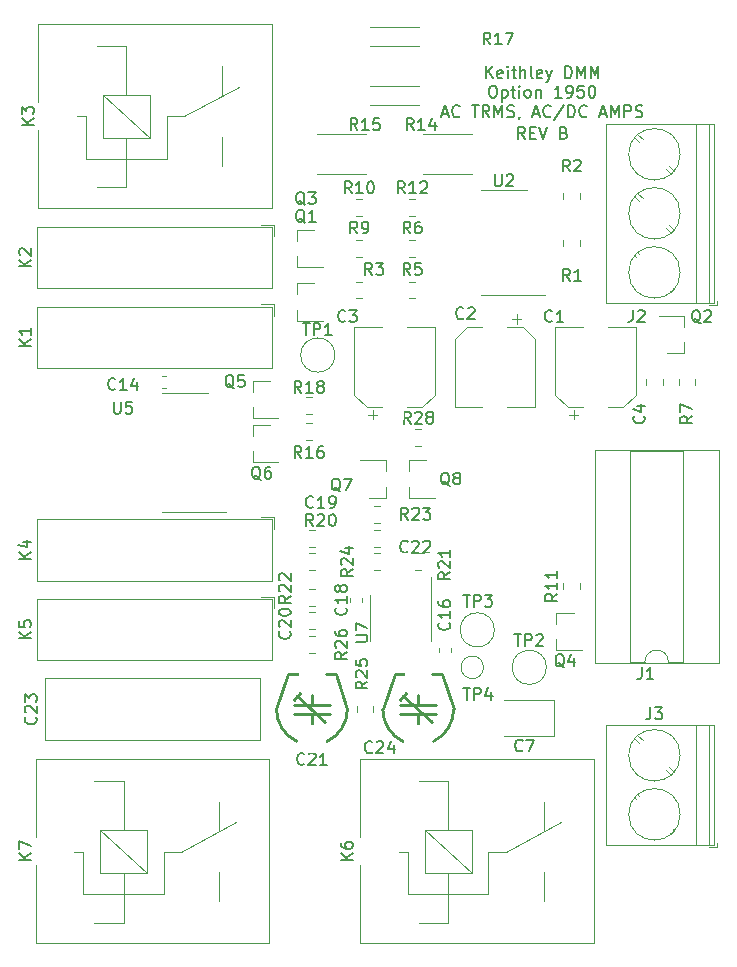
<source format=gbr>
%TF.GenerationSoftware,KiCad,Pcbnew,(5.1.5)-3*%
%TF.CreationDate,2020-01-18T20:12:57-08:00*%
%TF.ProjectId,Keithley1950,4b656974-686c-4657-9931-3935302e6b69,B*%
%TF.SameCoordinates,Original*%
%TF.FileFunction,Legend,Top*%
%TF.FilePolarity,Positive*%
%FSLAX46Y46*%
G04 Gerber Fmt 4.6, Leading zero omitted, Abs format (unit mm)*
G04 Created by KiCad (PCBNEW (5.1.5)-3) date 2020-01-18 20:12:57*
%MOMM*%
%LPD*%
G04 APERTURE LIST*
%ADD10C,0.150000*%
%ADD11C,0.120000*%
%ADD12C,0.254000*%
%ADD13C,1.540000*%
%ADD14C,0.100000*%
%ADD15C,0.840000*%
%ADD16C,6.440000*%
%ADD17C,2.540000*%
%ADD18C,2.240000*%
%ADD19R,0.940000X0.840000*%
%ADD20C,3.040000*%
%ADD21R,1.440000X1.440000*%
%ADD22C,1.440000*%
%ADD23C,2.640000*%
%ADD24R,2.640000X2.640000*%
%ADD25O,2.440000X1.640000*%
%ADD26R,2.440000X1.640000*%
%ADD27C,2.340000*%
%ADD28C,2.440000*%
G04 APERTURE END LIST*
D10*
X73047619Y-30702380D02*
X72714285Y-30226190D01*
X72476190Y-30702380D02*
X72476190Y-29702380D01*
X72857142Y-29702380D01*
X72952380Y-29750000D01*
X73000000Y-29797619D01*
X73047619Y-29892857D01*
X73047619Y-30035714D01*
X73000000Y-30130952D01*
X72952380Y-30178571D01*
X72857142Y-30226190D01*
X72476190Y-30226190D01*
X73476190Y-30178571D02*
X73809523Y-30178571D01*
X73952380Y-30702380D02*
X73476190Y-30702380D01*
X73476190Y-29702380D01*
X73952380Y-29702380D01*
X74238095Y-29702380D02*
X74571428Y-30702380D01*
X74904761Y-29702380D01*
X76333333Y-30178571D02*
X76476190Y-30226190D01*
X76523809Y-30273809D01*
X76571428Y-30369047D01*
X76571428Y-30511904D01*
X76523809Y-30607142D01*
X76476190Y-30654761D01*
X76380952Y-30702380D01*
X76000000Y-30702380D01*
X76000000Y-29702380D01*
X76333333Y-29702380D01*
X76428571Y-29750000D01*
X76476190Y-29797619D01*
X76523809Y-29892857D01*
X76523809Y-29988095D01*
X76476190Y-30083333D01*
X76428571Y-30130952D01*
X76333333Y-30178571D01*
X76000000Y-30178571D01*
X69738095Y-25552380D02*
X69738095Y-24552380D01*
X70309523Y-25552380D02*
X69880952Y-24980952D01*
X70309523Y-24552380D02*
X69738095Y-25123809D01*
X71119047Y-25504761D02*
X71023809Y-25552380D01*
X70833333Y-25552380D01*
X70738095Y-25504761D01*
X70690476Y-25409523D01*
X70690476Y-25028571D01*
X70738095Y-24933333D01*
X70833333Y-24885714D01*
X71023809Y-24885714D01*
X71119047Y-24933333D01*
X71166666Y-25028571D01*
X71166666Y-25123809D01*
X70690476Y-25219047D01*
X71595238Y-25552380D02*
X71595238Y-24885714D01*
X71595238Y-24552380D02*
X71547619Y-24600000D01*
X71595238Y-24647619D01*
X71642857Y-24600000D01*
X71595238Y-24552380D01*
X71595238Y-24647619D01*
X71928571Y-24885714D02*
X72309523Y-24885714D01*
X72071428Y-24552380D02*
X72071428Y-25409523D01*
X72119047Y-25504761D01*
X72214285Y-25552380D01*
X72309523Y-25552380D01*
X72642857Y-25552380D02*
X72642857Y-24552380D01*
X73071428Y-25552380D02*
X73071428Y-25028571D01*
X73023809Y-24933333D01*
X72928571Y-24885714D01*
X72785714Y-24885714D01*
X72690476Y-24933333D01*
X72642857Y-24980952D01*
X73690476Y-25552380D02*
X73595238Y-25504761D01*
X73547619Y-25409523D01*
X73547619Y-24552380D01*
X74452380Y-25504761D02*
X74357142Y-25552380D01*
X74166666Y-25552380D01*
X74071428Y-25504761D01*
X74023809Y-25409523D01*
X74023809Y-25028571D01*
X74071428Y-24933333D01*
X74166666Y-24885714D01*
X74357142Y-24885714D01*
X74452380Y-24933333D01*
X74500000Y-25028571D01*
X74500000Y-25123809D01*
X74023809Y-25219047D01*
X74833333Y-24885714D02*
X75071428Y-25552380D01*
X75309523Y-24885714D02*
X75071428Y-25552380D01*
X74976190Y-25790476D01*
X74928571Y-25838095D01*
X74833333Y-25885714D01*
X76452380Y-25552380D02*
X76452380Y-24552380D01*
X76690476Y-24552380D01*
X76833333Y-24600000D01*
X76928571Y-24695238D01*
X76976190Y-24790476D01*
X77023809Y-24980952D01*
X77023809Y-25123809D01*
X76976190Y-25314285D01*
X76928571Y-25409523D01*
X76833333Y-25504761D01*
X76690476Y-25552380D01*
X76452380Y-25552380D01*
X77452380Y-25552380D02*
X77452380Y-24552380D01*
X77785714Y-25266666D01*
X78119047Y-24552380D01*
X78119047Y-25552380D01*
X78595238Y-25552380D02*
X78595238Y-24552380D01*
X78928571Y-25266666D01*
X79261904Y-24552380D01*
X79261904Y-25552380D01*
X70238095Y-26202380D02*
X70428571Y-26202380D01*
X70523809Y-26250000D01*
X70619047Y-26345238D01*
X70666666Y-26535714D01*
X70666666Y-26869047D01*
X70619047Y-27059523D01*
X70523809Y-27154761D01*
X70428571Y-27202380D01*
X70238095Y-27202380D01*
X70142857Y-27154761D01*
X70047619Y-27059523D01*
X70000000Y-26869047D01*
X70000000Y-26535714D01*
X70047619Y-26345238D01*
X70142857Y-26250000D01*
X70238095Y-26202380D01*
X71095238Y-26535714D02*
X71095238Y-27535714D01*
X71095238Y-26583333D02*
X71190476Y-26535714D01*
X71380952Y-26535714D01*
X71476190Y-26583333D01*
X71523809Y-26630952D01*
X71571428Y-26726190D01*
X71571428Y-27011904D01*
X71523809Y-27107142D01*
X71476190Y-27154761D01*
X71380952Y-27202380D01*
X71190476Y-27202380D01*
X71095238Y-27154761D01*
X71857142Y-26535714D02*
X72238095Y-26535714D01*
X72000000Y-26202380D02*
X72000000Y-27059523D01*
X72047619Y-27154761D01*
X72142857Y-27202380D01*
X72238095Y-27202380D01*
X72571428Y-27202380D02*
X72571428Y-26535714D01*
X72571428Y-26202380D02*
X72523809Y-26250000D01*
X72571428Y-26297619D01*
X72619047Y-26250000D01*
X72571428Y-26202380D01*
X72571428Y-26297619D01*
X73190476Y-27202380D02*
X73095238Y-27154761D01*
X73047619Y-27107142D01*
X73000000Y-27011904D01*
X73000000Y-26726190D01*
X73047619Y-26630952D01*
X73095238Y-26583333D01*
X73190476Y-26535714D01*
X73333333Y-26535714D01*
X73428571Y-26583333D01*
X73476190Y-26630952D01*
X73523809Y-26726190D01*
X73523809Y-27011904D01*
X73476190Y-27107142D01*
X73428571Y-27154761D01*
X73333333Y-27202380D01*
X73190476Y-27202380D01*
X73952380Y-26535714D02*
X73952380Y-27202380D01*
X73952380Y-26630952D02*
X74000000Y-26583333D01*
X74095238Y-26535714D01*
X74238095Y-26535714D01*
X74333333Y-26583333D01*
X74380952Y-26678571D01*
X74380952Y-27202380D01*
X76142857Y-27202380D02*
X75571428Y-27202380D01*
X75857142Y-27202380D02*
X75857142Y-26202380D01*
X75761904Y-26345238D01*
X75666666Y-26440476D01*
X75571428Y-26488095D01*
X76619047Y-27202380D02*
X76809523Y-27202380D01*
X76904761Y-27154761D01*
X76952380Y-27107142D01*
X77047619Y-26964285D01*
X77095238Y-26773809D01*
X77095238Y-26392857D01*
X77047619Y-26297619D01*
X77000000Y-26250000D01*
X76904761Y-26202380D01*
X76714285Y-26202380D01*
X76619047Y-26250000D01*
X76571428Y-26297619D01*
X76523809Y-26392857D01*
X76523809Y-26630952D01*
X76571428Y-26726190D01*
X76619047Y-26773809D01*
X76714285Y-26821428D01*
X76904761Y-26821428D01*
X77000000Y-26773809D01*
X77047619Y-26726190D01*
X77095238Y-26630952D01*
X78000000Y-26202380D02*
X77523809Y-26202380D01*
X77476190Y-26678571D01*
X77523809Y-26630952D01*
X77619047Y-26583333D01*
X77857142Y-26583333D01*
X77952380Y-26630952D01*
X78000000Y-26678571D01*
X78047619Y-26773809D01*
X78047619Y-27011904D01*
X78000000Y-27107142D01*
X77952380Y-27154761D01*
X77857142Y-27202380D01*
X77619047Y-27202380D01*
X77523809Y-27154761D01*
X77476190Y-27107142D01*
X78666666Y-26202380D02*
X78761904Y-26202380D01*
X78857142Y-26250000D01*
X78904761Y-26297619D01*
X78952380Y-26392857D01*
X79000000Y-26583333D01*
X79000000Y-26821428D01*
X78952380Y-27011904D01*
X78904761Y-27107142D01*
X78857142Y-27154761D01*
X78761904Y-27202380D01*
X78666666Y-27202380D01*
X78571428Y-27154761D01*
X78523809Y-27107142D01*
X78476190Y-27011904D01*
X78428571Y-26821428D01*
X78428571Y-26583333D01*
X78476190Y-26392857D01*
X78523809Y-26297619D01*
X78571428Y-26250000D01*
X78666666Y-26202380D01*
X66023809Y-28566666D02*
X66500000Y-28566666D01*
X65928571Y-28852380D02*
X66261904Y-27852380D01*
X66595238Y-28852380D01*
X67500000Y-28757142D02*
X67452380Y-28804761D01*
X67309523Y-28852380D01*
X67214285Y-28852380D01*
X67071428Y-28804761D01*
X66976190Y-28709523D01*
X66928571Y-28614285D01*
X66880952Y-28423809D01*
X66880952Y-28280952D01*
X66928571Y-28090476D01*
X66976190Y-27995238D01*
X67071428Y-27900000D01*
X67214285Y-27852380D01*
X67309523Y-27852380D01*
X67452380Y-27900000D01*
X67500000Y-27947619D01*
X68547619Y-27852380D02*
X69119047Y-27852380D01*
X68833333Y-28852380D02*
X68833333Y-27852380D01*
X70023809Y-28852380D02*
X69690476Y-28376190D01*
X69452380Y-28852380D02*
X69452380Y-27852380D01*
X69833333Y-27852380D01*
X69928571Y-27900000D01*
X69976190Y-27947619D01*
X70023809Y-28042857D01*
X70023809Y-28185714D01*
X69976190Y-28280952D01*
X69928571Y-28328571D01*
X69833333Y-28376190D01*
X69452380Y-28376190D01*
X70452380Y-28852380D02*
X70452380Y-27852380D01*
X70785714Y-28566666D01*
X71119047Y-27852380D01*
X71119047Y-28852380D01*
X71547619Y-28804761D02*
X71690476Y-28852380D01*
X71928571Y-28852380D01*
X72023809Y-28804761D01*
X72071428Y-28757142D01*
X72119047Y-28661904D01*
X72119047Y-28566666D01*
X72071428Y-28471428D01*
X72023809Y-28423809D01*
X71928571Y-28376190D01*
X71738095Y-28328571D01*
X71642857Y-28280952D01*
X71595238Y-28233333D01*
X71547619Y-28138095D01*
X71547619Y-28042857D01*
X71595238Y-27947619D01*
X71642857Y-27900000D01*
X71738095Y-27852380D01*
X71976190Y-27852380D01*
X72119047Y-27900000D01*
X72595238Y-28804761D02*
X72595238Y-28852380D01*
X72547619Y-28947619D01*
X72500000Y-28995238D01*
X73738095Y-28566666D02*
X74214285Y-28566666D01*
X73642857Y-28852380D02*
X73976190Y-27852380D01*
X74309523Y-28852380D01*
X75214285Y-28757142D02*
X75166666Y-28804761D01*
X75023809Y-28852380D01*
X74928571Y-28852380D01*
X74785714Y-28804761D01*
X74690476Y-28709523D01*
X74642857Y-28614285D01*
X74595238Y-28423809D01*
X74595238Y-28280952D01*
X74642857Y-28090476D01*
X74690476Y-27995238D01*
X74785714Y-27900000D01*
X74928571Y-27852380D01*
X75023809Y-27852380D01*
X75166666Y-27900000D01*
X75214285Y-27947619D01*
X76357142Y-27804761D02*
X75500000Y-29090476D01*
X76690476Y-28852380D02*
X76690476Y-27852380D01*
X76928571Y-27852380D01*
X77071428Y-27900000D01*
X77166666Y-27995238D01*
X77214285Y-28090476D01*
X77261904Y-28280952D01*
X77261904Y-28423809D01*
X77214285Y-28614285D01*
X77166666Y-28709523D01*
X77071428Y-28804761D01*
X76928571Y-28852380D01*
X76690476Y-28852380D01*
X78261904Y-28757142D02*
X78214285Y-28804761D01*
X78071428Y-28852380D01*
X77976190Y-28852380D01*
X77833333Y-28804761D01*
X77738095Y-28709523D01*
X77690476Y-28614285D01*
X77642857Y-28423809D01*
X77642857Y-28280952D01*
X77690476Y-28090476D01*
X77738095Y-27995238D01*
X77833333Y-27900000D01*
X77976190Y-27852380D01*
X78071428Y-27852380D01*
X78214285Y-27900000D01*
X78261904Y-27947619D01*
X79404761Y-28566666D02*
X79880952Y-28566666D01*
X79309523Y-28852380D02*
X79642857Y-27852380D01*
X79976190Y-28852380D01*
X80309523Y-28852380D02*
X80309523Y-27852380D01*
X80642857Y-28566666D01*
X80976190Y-27852380D01*
X80976190Y-28852380D01*
X81452380Y-28852380D02*
X81452380Y-27852380D01*
X81833333Y-27852380D01*
X81928571Y-27900000D01*
X81976190Y-27947619D01*
X82023809Y-28042857D01*
X82023809Y-28185714D01*
X81976190Y-28280952D01*
X81928571Y-28328571D01*
X81833333Y-28376190D01*
X81452380Y-28376190D01*
X82404761Y-28804761D02*
X82547619Y-28852380D01*
X82785714Y-28852380D01*
X82880952Y-28804761D01*
X82928571Y-28757142D01*
X82976190Y-28661904D01*
X82976190Y-28566666D01*
X82928571Y-28471428D01*
X82880952Y-28423809D01*
X82785714Y-28376190D01*
X82595238Y-28328571D01*
X82500000Y-28280952D01*
X82452380Y-28233333D01*
X82404761Y-28138095D01*
X82404761Y-28042857D01*
X82452380Y-27947619D01*
X82500000Y-27900000D01*
X82595238Y-27852380D01*
X82833333Y-27852380D01*
X82976190Y-27900000D01*
D11*
X69530000Y-75438000D02*
G75*
G03X69530000Y-75438000I-950000J0D01*
G01*
X75460000Y-78240000D02*
X71250000Y-78240000D01*
X75460000Y-81260000D02*
X75460000Y-78240000D01*
X71250000Y-81260000D02*
X75460000Y-81260000D01*
X65060000Y-71250000D02*
X65060000Y-67800000D01*
X65060000Y-71250000D02*
X65060000Y-73200000D01*
X59940000Y-71250000D02*
X59940000Y-69300000D01*
X59940000Y-71250000D02*
X59940000Y-73200000D01*
X44250000Y-62310000D02*
X47700000Y-62310000D01*
X44250000Y-62310000D02*
X42300000Y-62310000D01*
X44250000Y-52190000D02*
X46200000Y-52190000D01*
X44250000Y-52190000D02*
X42300000Y-52190000D01*
X71250000Y-43935000D02*
X74700000Y-43935000D01*
X71250000Y-43935000D02*
X69300000Y-43935000D01*
X71250000Y-35065000D02*
X73200000Y-35065000D01*
X71250000Y-35065000D02*
X69300000Y-35065000D01*
X70450000Y-72263000D02*
G75*
G03X70450000Y-72263000I-1450000J0D01*
G01*
X74856000Y-75438000D02*
G75*
G03X74856000Y-75438000I-1450000J0D01*
G01*
X56950000Y-49000000D02*
G75*
G03X56950000Y-49000000I-1450000J0D01*
G01*
X63741422Y-56710000D02*
X64258578Y-56710000D01*
X63741422Y-55290000D02*
X64258578Y-55290000D01*
X54741422Y-74210000D02*
X55258578Y-74210000D01*
X54741422Y-72790000D02*
X55258578Y-72790000D01*
X60210000Y-79258578D02*
X60210000Y-78741422D01*
X58790000Y-79258578D02*
X58790000Y-78741422D01*
X60241422Y-67210000D02*
X60758578Y-67210000D01*
X60241422Y-65790000D02*
X60758578Y-65790000D01*
X60256922Y-63194000D02*
X60774078Y-63194000D01*
X60256922Y-61774000D02*
X60774078Y-61774000D01*
X55258578Y-68790000D02*
X54741422Y-68790000D01*
X55258578Y-70210000D02*
X54741422Y-70210000D01*
X63741422Y-67210000D02*
X64258578Y-67210000D01*
X63741422Y-65790000D02*
X64258578Y-65790000D01*
X55258578Y-65790000D02*
X54741422Y-65790000D01*
X55258578Y-67210000D02*
X54741422Y-67210000D01*
X54491422Y-56210000D02*
X55008578Y-56210000D01*
X54491422Y-54790000D02*
X55008578Y-54790000D01*
X59947936Y-27790000D02*
X64052064Y-27790000D01*
X59947936Y-21190000D02*
X64052064Y-21190000D01*
X59947936Y-22790000D02*
X64052064Y-22790000D01*
X59947936Y-26210000D02*
X64052064Y-26210000D01*
X55008578Y-52540000D02*
X54491422Y-52540000D01*
X55008578Y-53960000D02*
X54491422Y-53960000D01*
X59552064Y-30290000D02*
X55447936Y-30290000D01*
X59552064Y-33710000D02*
X55447936Y-33710000D01*
X68552064Y-30290000D02*
X64447936Y-30290000D01*
X68552064Y-33710000D02*
X64447936Y-33710000D01*
X63241422Y-37210000D02*
X63758578Y-37210000D01*
X63241422Y-35790000D02*
X63758578Y-35790000D01*
X77672000Y-68838578D02*
X77672000Y-68321422D01*
X76252000Y-68838578D02*
X76252000Y-68321422D01*
X58741422Y-37210000D02*
X59258578Y-37210000D01*
X58741422Y-35790000D02*
X59258578Y-35790000D01*
X59258578Y-39290000D02*
X58741422Y-39290000D01*
X59258578Y-40710000D02*
X58741422Y-40710000D01*
X87460000Y-51508578D02*
X87460000Y-50991422D01*
X86040000Y-51508578D02*
X86040000Y-50991422D01*
X63758578Y-39290000D02*
X63241422Y-39290000D01*
X63758578Y-40710000D02*
X63241422Y-40710000D01*
X63241422Y-44210000D02*
X63758578Y-44210000D01*
X63241422Y-42790000D02*
X63758578Y-42790000D01*
X58741422Y-44210000D02*
X59258578Y-44210000D01*
X58741422Y-42790000D02*
X59258578Y-42790000D01*
X77710000Y-35821078D02*
X77710000Y-35303922D01*
X76290000Y-35821078D02*
X76290000Y-35303922D01*
X77710000Y-39758578D02*
X77710000Y-39241422D01*
X76290000Y-39758578D02*
X76290000Y-39241422D01*
X63240000Y-57920000D02*
X64700000Y-57920000D01*
X63240000Y-61080000D02*
X65400000Y-61080000D01*
X63240000Y-61080000D02*
X63240000Y-60150000D01*
X63240000Y-57920000D02*
X63240000Y-58850000D01*
X61260000Y-61080000D02*
X59800000Y-61080000D01*
X61260000Y-57920000D02*
X59100000Y-57920000D01*
X61260000Y-57920000D02*
X61260000Y-58850000D01*
X61260000Y-61080000D02*
X61260000Y-60150000D01*
X49990000Y-54920000D02*
X51450000Y-54920000D01*
X49990000Y-58080000D02*
X52150000Y-58080000D01*
X49990000Y-58080000D02*
X49990000Y-57150000D01*
X49990000Y-54920000D02*
X49990000Y-55850000D01*
X49990000Y-51170000D02*
X51450000Y-51170000D01*
X49990000Y-54330000D02*
X52150000Y-54330000D01*
X49990000Y-54330000D02*
X49990000Y-53400000D01*
X49990000Y-51170000D02*
X49990000Y-52100000D01*
X75694000Y-70810000D02*
X77154000Y-70810000D01*
X75694000Y-73970000D02*
X77854000Y-73970000D01*
X75694000Y-73970000D02*
X75694000Y-73040000D01*
X75694000Y-70810000D02*
X75694000Y-71740000D01*
X53740000Y-38420000D02*
X55200000Y-38420000D01*
X53740000Y-41580000D02*
X55900000Y-41580000D01*
X53740000Y-41580000D02*
X53740000Y-40650000D01*
X53740000Y-38420000D02*
X53740000Y-39350000D01*
X86510000Y-48830000D02*
X85050000Y-48830000D01*
X86510000Y-45670000D02*
X84350000Y-45670000D01*
X86510000Y-45670000D02*
X86510000Y-46600000D01*
X86510000Y-48830000D02*
X86510000Y-47900000D01*
X53740000Y-42920000D02*
X55200000Y-42920000D01*
X53740000Y-46080000D02*
X55900000Y-46080000D01*
X53740000Y-46080000D02*
X53740000Y-45150000D01*
X53740000Y-42920000D02*
X53740000Y-43850000D01*
X41050000Y-92850000D02*
X37050000Y-92850000D01*
X41050000Y-89250000D02*
X41050000Y-92850000D01*
X37050000Y-89250000D02*
X41050000Y-89250000D01*
X37050000Y-92850000D02*
X37050000Y-89250000D01*
X41050000Y-92850000D02*
X37050000Y-89250000D01*
X39050000Y-92850000D02*
X39050000Y-97050000D01*
X39050000Y-85050000D02*
X39050000Y-89250000D01*
X35650000Y-91050000D02*
X35650000Y-94650000D01*
X42450000Y-91050000D02*
X42450000Y-94650000D01*
X42450000Y-94650000D02*
X35650000Y-94650000D01*
X43950000Y-91050000D02*
X48550000Y-88550000D01*
X42450000Y-91050000D02*
X43950000Y-91050000D01*
X39050000Y-85050000D02*
X36550000Y-85050000D01*
X35650000Y-91050000D02*
X34850000Y-91050000D01*
X36550000Y-97050000D02*
X39050000Y-97050000D01*
X47150000Y-86800000D02*
X47150000Y-89300000D01*
X47150000Y-95200000D02*
X47150000Y-92750000D01*
X51400000Y-98800000D02*
X31600000Y-98800000D01*
X51400000Y-83200000D02*
X51400000Y-98800000D01*
X31600000Y-83200000D02*
X51400000Y-83200000D01*
X31600000Y-83200000D02*
X31600000Y-89800000D01*
X31600000Y-92200000D02*
X31600000Y-98800000D01*
X68550000Y-92850000D02*
X64550000Y-92850000D01*
X68550000Y-89250000D02*
X68550000Y-92850000D01*
X64550000Y-89250000D02*
X68550000Y-89250000D01*
X64550000Y-92850000D02*
X64550000Y-89250000D01*
X68550000Y-92850000D02*
X64550000Y-89250000D01*
X66550000Y-92850000D02*
X66550000Y-97050000D01*
X66550000Y-85050000D02*
X66550000Y-89250000D01*
X63150000Y-91050000D02*
X63150000Y-94650000D01*
X69950000Y-91050000D02*
X69950000Y-94650000D01*
X69950000Y-94650000D02*
X63150000Y-94650000D01*
X71450000Y-91050000D02*
X76050000Y-88550000D01*
X69950000Y-91050000D02*
X71450000Y-91050000D01*
X66550000Y-85050000D02*
X64050000Y-85050000D01*
X63150000Y-91050000D02*
X62350000Y-91050000D01*
X64050000Y-97050000D02*
X66550000Y-97050000D01*
X74650000Y-86800000D02*
X74650000Y-89300000D01*
X74650000Y-95200000D02*
X74650000Y-92750000D01*
X78900000Y-98800000D02*
X59100000Y-98800000D01*
X78900000Y-83200000D02*
X78900000Y-98800000D01*
X59100000Y-83200000D02*
X78900000Y-83200000D01*
X59100000Y-83200000D02*
X59100000Y-89800000D01*
X59100000Y-92200000D02*
X59100000Y-98800000D01*
X51600000Y-74850000D02*
X31700000Y-74850000D01*
X31700000Y-74850000D02*
X31700000Y-69650000D01*
X31700000Y-69650000D02*
X51600000Y-69650000D01*
X51600000Y-69650000D02*
X51600000Y-74850000D01*
X50700000Y-69450000D02*
X51800000Y-69450000D01*
X51800000Y-69450000D02*
X51800000Y-70450000D01*
X51600000Y-68100000D02*
X31700000Y-68100000D01*
X31700000Y-68100000D02*
X31700000Y-62900000D01*
X31700000Y-62900000D02*
X51600000Y-62900000D01*
X51600000Y-62900000D02*
X51600000Y-68100000D01*
X50700000Y-62700000D02*
X51800000Y-62700000D01*
X51800000Y-62700000D02*
X51800000Y-63700000D01*
X41300000Y-30600000D02*
X37300000Y-30600000D01*
X41300000Y-27000000D02*
X41300000Y-30600000D01*
X37300000Y-27000000D02*
X41300000Y-27000000D01*
X37300000Y-30600000D02*
X37300000Y-27000000D01*
X41300000Y-30600000D02*
X37300000Y-27000000D01*
X39300000Y-30600000D02*
X39300000Y-34800000D01*
X39300000Y-22800000D02*
X39300000Y-27000000D01*
X35900000Y-28800000D02*
X35900000Y-32400000D01*
X42700000Y-28800000D02*
X42700000Y-32400000D01*
X42700000Y-32400000D02*
X35900000Y-32400000D01*
X44200000Y-28800000D02*
X48800000Y-26300000D01*
X42700000Y-28800000D02*
X44200000Y-28800000D01*
X39300000Y-22800000D02*
X36800000Y-22800000D01*
X35900000Y-28800000D02*
X35100000Y-28800000D01*
X36800000Y-34800000D02*
X39300000Y-34800000D01*
X47400000Y-24550000D02*
X47400000Y-27050000D01*
X47400000Y-32950000D02*
X47400000Y-30500000D01*
X51650000Y-36550000D02*
X31850000Y-36550000D01*
X51650000Y-20950000D02*
X51650000Y-36550000D01*
X31850000Y-20950000D02*
X51650000Y-20950000D01*
X31850000Y-20950000D02*
X31850000Y-27550000D01*
X31850000Y-29950000D02*
X31850000Y-36550000D01*
X51600000Y-43350000D02*
X31700000Y-43350000D01*
X31700000Y-43350000D02*
X31700000Y-38150000D01*
X31700000Y-38150000D02*
X51600000Y-38150000D01*
X51600000Y-38150000D02*
X51600000Y-43350000D01*
X50700000Y-37950000D02*
X51800000Y-37950000D01*
X51800000Y-37950000D02*
X51800000Y-38950000D01*
X51600000Y-50100000D02*
X31700000Y-50100000D01*
X31700000Y-50100000D02*
X31700000Y-44900000D01*
X31700000Y-44900000D02*
X51600000Y-44900000D01*
X51600000Y-44900000D02*
X51600000Y-50100000D01*
X50700000Y-44700000D02*
X51800000Y-44700000D01*
X51800000Y-44700000D02*
X51800000Y-45700000D01*
X89300000Y-90684000D02*
X89300000Y-90284000D01*
X88660000Y-90684000D02*
X89300000Y-90684000D01*
X84992000Y-84142000D02*
X85388000Y-84537000D01*
X82346000Y-81496000D02*
X82726000Y-81876000D01*
X85274000Y-83891000D02*
X85654000Y-84271000D01*
X82612000Y-81230000D02*
X83008000Y-81625000D01*
X85281000Y-89432000D02*
X85388000Y-89538000D01*
X82346000Y-86496000D02*
X82453000Y-86603000D01*
X85547000Y-89166000D02*
X85654000Y-89272000D01*
X82612000Y-86230000D02*
X82719000Y-86337000D01*
X79940000Y-80324000D02*
X89060000Y-80324000D01*
X79940000Y-90444000D02*
X89060000Y-90444000D01*
X89060000Y-90444000D02*
X89060000Y-80324000D01*
X79940000Y-90444000D02*
X79940000Y-80324000D01*
X87500000Y-90444000D02*
X87500000Y-80324000D01*
X88600000Y-90444000D02*
X88600000Y-80324000D01*
X86180000Y-82884000D02*
G75*
G03X86180000Y-82884000I-2180000J0D01*
G01*
X86180000Y-87884000D02*
G75*
G03X86180000Y-87884000I-2180000J0D01*
G01*
X89300000Y-44800000D02*
X89300000Y-44400000D01*
X88660000Y-44800000D02*
X89300000Y-44800000D01*
X84992000Y-33258000D02*
X85388000Y-33653000D01*
X82346000Y-30612000D02*
X82726000Y-30992000D01*
X85274000Y-33007000D02*
X85654000Y-33387000D01*
X82612000Y-30346000D02*
X83008000Y-30741000D01*
X84992000Y-38258000D02*
X85388000Y-38653000D01*
X82346000Y-35612000D02*
X82726000Y-35992000D01*
X85274000Y-38007000D02*
X85654000Y-38387000D01*
X82612000Y-35346000D02*
X83008000Y-35741000D01*
X85281000Y-43548000D02*
X85388000Y-43654000D01*
X82346000Y-40612000D02*
X82453000Y-40719000D01*
X85547000Y-43282000D02*
X85654000Y-43388000D01*
X82612000Y-40346000D02*
X82719000Y-40453000D01*
X79940000Y-29440000D02*
X89060000Y-29440000D01*
X79940000Y-44560000D02*
X89060000Y-44560000D01*
X89060000Y-44560000D02*
X89060000Y-29440000D01*
X79940000Y-44560000D02*
X79940000Y-29440000D01*
X87500000Y-44560000D02*
X87500000Y-29440000D01*
X88600000Y-44560000D02*
X88600000Y-29440000D01*
X86180000Y-32000000D02*
G75*
G03X86180000Y-32000000I-2180000J0D01*
G01*
X86180000Y-37000000D02*
G75*
G03X86180000Y-37000000I-2180000J0D01*
G01*
X86180000Y-42000000D02*
G75*
G03X86180000Y-42000000I-2180000J0D01*
G01*
X78940000Y-75050000D02*
X89440000Y-75050000D01*
X78940000Y-57030000D02*
X78940000Y-75050000D01*
X89440000Y-57030000D02*
X78940000Y-57030000D01*
X89440000Y-75050000D02*
X89440000Y-57030000D01*
X81940000Y-74990000D02*
X83190000Y-74990000D01*
X81940000Y-57090000D02*
X81940000Y-74990000D01*
X86440000Y-57090000D02*
X81940000Y-57090000D01*
X86440000Y-74990000D02*
X86440000Y-57090000D01*
X85190000Y-74990000D02*
X86440000Y-74990000D01*
X83190000Y-74990000D02*
G75*
G02X85190000Y-74990000I1000000J0D01*
G01*
D12*
X65301446Y-81703005D02*
G75*
G03X67000000Y-79000000I-1301446J2703005D01*
G01*
X61003335Y-79000000D02*
G75*
G03X62700000Y-81700000I2996665J0D01*
G01*
X62000000Y-76000000D02*
X61000000Y-79000000D01*
X67000000Y-79000000D02*
X66000000Y-76000000D01*
X62000000Y-76000000D02*
X62800000Y-76000000D01*
X66000000Y-76000000D02*
X65200000Y-76000000D01*
X62500000Y-79350000D02*
X65500000Y-79350000D01*
X65500000Y-78650000D02*
X62500000Y-78650000D01*
X64000000Y-78650000D02*
X64000000Y-77800000D01*
X64000000Y-79350000D02*
X64000000Y-80200000D01*
X65150000Y-80050000D02*
X62750000Y-77900000D01*
X62750000Y-77900000D02*
X62450000Y-78200000D01*
X62450000Y-78200000D02*
X63000000Y-77650000D01*
D11*
X32380000Y-81620000D02*
X32380000Y-76380000D01*
X50620000Y-81620000D02*
X50620000Y-76380000D01*
X50620000Y-76380000D02*
X32380000Y-76380000D01*
X50620000Y-81620000D02*
X32380000Y-81620000D01*
X60241422Y-65226000D02*
X60758578Y-65226000D01*
X60241422Y-63806000D02*
X60758578Y-63806000D01*
D12*
X56301446Y-81703005D02*
G75*
G03X58000000Y-79000000I-1301446J2703005D01*
G01*
X52003335Y-79000000D02*
G75*
G03X53700000Y-81700000I2996665J0D01*
G01*
X53000000Y-76000000D02*
X52000000Y-79000000D01*
X58000000Y-79000000D02*
X57000000Y-76000000D01*
X53000000Y-76000000D02*
X53800000Y-76000000D01*
X57000000Y-76000000D02*
X56200000Y-76000000D01*
X53500000Y-79350000D02*
X56500000Y-79350000D01*
X56500000Y-78650000D02*
X53500000Y-78650000D01*
X55000000Y-78650000D02*
X55000000Y-77800000D01*
X55000000Y-79350000D02*
X55000000Y-80200000D01*
X56150000Y-80050000D02*
X53750000Y-77900000D01*
X53750000Y-77900000D02*
X53450000Y-78200000D01*
X53450000Y-78200000D02*
X54000000Y-77650000D01*
D11*
X55258578Y-70790000D02*
X54741422Y-70790000D01*
X55258578Y-72210000D02*
X54741422Y-72210000D01*
X55258578Y-63790000D02*
X54741422Y-63790000D01*
X55258578Y-65210000D02*
X54741422Y-65210000D01*
X58240000Y-69587221D02*
X58240000Y-69912779D01*
X59260000Y-69587221D02*
X59260000Y-69912779D01*
X65740000Y-73837221D02*
X65740000Y-74162779D01*
X66760000Y-73837221D02*
X66760000Y-74162779D01*
X42662779Y-50740000D02*
X42337221Y-50740000D01*
X42662779Y-51760000D02*
X42337221Y-51760000D01*
X83290000Y-50991422D02*
X83290000Y-51508578D01*
X84710000Y-50991422D02*
X84710000Y-51508578D01*
X59758750Y-54043750D02*
X60546250Y-54043750D01*
X60152500Y-54437500D02*
X60152500Y-53650000D01*
X64345563Y-53410000D02*
X65410000Y-52345563D01*
X59654437Y-53410000D02*
X58590000Y-52345563D01*
X59654437Y-53410000D02*
X60940000Y-53410000D01*
X64345563Y-53410000D02*
X63060000Y-53410000D01*
X65410000Y-52345563D02*
X65410000Y-46590000D01*
X58590000Y-52345563D02*
X58590000Y-46590000D01*
X58590000Y-46590000D02*
X60940000Y-46590000D01*
X65410000Y-46590000D02*
X63060000Y-46590000D01*
X72741250Y-45956250D02*
X71953750Y-45956250D01*
X72347500Y-45562500D02*
X72347500Y-46350000D01*
X68154437Y-46590000D02*
X67090000Y-47654437D01*
X72845563Y-46590000D02*
X73910000Y-47654437D01*
X72845563Y-46590000D02*
X71560000Y-46590000D01*
X68154437Y-46590000D02*
X69440000Y-46590000D01*
X67090000Y-47654437D02*
X67090000Y-53410000D01*
X73910000Y-47654437D02*
X73910000Y-53410000D01*
X73910000Y-53410000D02*
X71560000Y-53410000D01*
X67090000Y-53410000D02*
X69440000Y-53410000D01*
X76758750Y-54043750D02*
X77546250Y-54043750D01*
X77152500Y-54437500D02*
X77152500Y-53650000D01*
X81345563Y-53410000D02*
X82410000Y-52345563D01*
X76654437Y-53410000D02*
X75590000Y-52345563D01*
X76654437Y-53410000D02*
X77940000Y-53410000D01*
X81345563Y-53410000D02*
X80060000Y-53410000D01*
X82410000Y-52345563D02*
X82410000Y-46590000D01*
X75590000Y-52345563D02*
X75590000Y-46590000D01*
X75590000Y-46590000D02*
X77940000Y-46590000D01*
X82410000Y-46590000D02*
X80060000Y-46590000D01*
D10*
X67826095Y-77176380D02*
X68397523Y-77176380D01*
X68111809Y-78176380D02*
X68111809Y-77176380D01*
X68730857Y-78176380D02*
X68730857Y-77176380D01*
X69111809Y-77176380D01*
X69207047Y-77224000D01*
X69254666Y-77271619D01*
X69302285Y-77366857D01*
X69302285Y-77509714D01*
X69254666Y-77604952D01*
X69207047Y-77652571D01*
X69111809Y-77700190D01*
X68730857Y-77700190D01*
X70159428Y-77509714D02*
X70159428Y-78176380D01*
X69921333Y-77128761D02*
X69683238Y-77843047D01*
X70302285Y-77843047D01*
X72833333Y-82457142D02*
X72785714Y-82504761D01*
X72642857Y-82552380D01*
X72547619Y-82552380D01*
X72404761Y-82504761D01*
X72309523Y-82409523D01*
X72261904Y-82314285D01*
X72214285Y-82123809D01*
X72214285Y-81980952D01*
X72261904Y-81790476D01*
X72309523Y-81695238D01*
X72404761Y-81600000D01*
X72547619Y-81552380D01*
X72642857Y-81552380D01*
X72785714Y-81600000D01*
X72833333Y-81647619D01*
X73166666Y-81552380D02*
X73833333Y-81552380D01*
X73404761Y-82552380D01*
X58702380Y-73261904D02*
X59511904Y-73261904D01*
X59607142Y-73214285D01*
X59654761Y-73166666D01*
X59702380Y-73071428D01*
X59702380Y-72880952D01*
X59654761Y-72785714D01*
X59607142Y-72738095D01*
X59511904Y-72690476D01*
X58702380Y-72690476D01*
X58702380Y-72309523D02*
X58702380Y-71642857D01*
X59702380Y-72071428D01*
X38238095Y-52952380D02*
X38238095Y-53761904D01*
X38285714Y-53857142D01*
X38333333Y-53904761D01*
X38428571Y-53952380D01*
X38619047Y-53952380D01*
X38714285Y-53904761D01*
X38761904Y-53857142D01*
X38809523Y-53761904D01*
X38809523Y-52952380D01*
X39761904Y-52952380D02*
X39285714Y-52952380D01*
X39238095Y-53428571D01*
X39285714Y-53380952D01*
X39380952Y-53333333D01*
X39619047Y-53333333D01*
X39714285Y-53380952D01*
X39761904Y-53428571D01*
X39809523Y-53523809D01*
X39809523Y-53761904D01*
X39761904Y-53857142D01*
X39714285Y-53904761D01*
X39619047Y-53952380D01*
X39380952Y-53952380D01*
X39285714Y-53904761D01*
X39238095Y-53857142D01*
X70488095Y-33702380D02*
X70488095Y-34511904D01*
X70535714Y-34607142D01*
X70583333Y-34654761D01*
X70678571Y-34702380D01*
X70869047Y-34702380D01*
X70964285Y-34654761D01*
X71011904Y-34607142D01*
X71059523Y-34511904D01*
X71059523Y-33702380D01*
X71488095Y-33797619D02*
X71535714Y-33750000D01*
X71630952Y-33702380D01*
X71869047Y-33702380D01*
X71964285Y-33750000D01*
X72011904Y-33797619D01*
X72059523Y-33892857D01*
X72059523Y-33988095D01*
X72011904Y-34130952D01*
X71440476Y-34702380D01*
X72059523Y-34702380D01*
X67826095Y-69302380D02*
X68397523Y-69302380D01*
X68111809Y-70302380D02*
X68111809Y-69302380D01*
X68730857Y-70302380D02*
X68730857Y-69302380D01*
X69111809Y-69302380D01*
X69207047Y-69350000D01*
X69254666Y-69397619D01*
X69302285Y-69492857D01*
X69302285Y-69635714D01*
X69254666Y-69730952D01*
X69207047Y-69778571D01*
X69111809Y-69826190D01*
X68730857Y-69826190D01*
X69635619Y-69302380D02*
X70254666Y-69302380D01*
X69921333Y-69683333D01*
X70064190Y-69683333D01*
X70159428Y-69730952D01*
X70207047Y-69778571D01*
X70254666Y-69873809D01*
X70254666Y-70111904D01*
X70207047Y-70207142D01*
X70159428Y-70254761D01*
X70064190Y-70302380D01*
X69778476Y-70302380D01*
X69683238Y-70254761D01*
X69635619Y-70207142D01*
X72144095Y-72640380D02*
X72715523Y-72640380D01*
X72429809Y-73640380D02*
X72429809Y-72640380D01*
X73048857Y-73640380D02*
X73048857Y-72640380D01*
X73429809Y-72640380D01*
X73525047Y-72688000D01*
X73572666Y-72735619D01*
X73620285Y-72830857D01*
X73620285Y-72973714D01*
X73572666Y-73068952D01*
X73525047Y-73116571D01*
X73429809Y-73164190D01*
X73048857Y-73164190D01*
X74001238Y-72735619D02*
X74048857Y-72688000D01*
X74144095Y-72640380D01*
X74382190Y-72640380D01*
X74477428Y-72688000D01*
X74525047Y-72735619D01*
X74572666Y-72830857D01*
X74572666Y-72926095D01*
X74525047Y-73068952D01*
X73953619Y-73640380D01*
X74572666Y-73640380D01*
X54238095Y-46304380D02*
X54809523Y-46304380D01*
X54523809Y-47304380D02*
X54523809Y-46304380D01*
X55142857Y-47304380D02*
X55142857Y-46304380D01*
X55523809Y-46304380D01*
X55619047Y-46352000D01*
X55666666Y-46399619D01*
X55714285Y-46494857D01*
X55714285Y-46637714D01*
X55666666Y-46732952D01*
X55619047Y-46780571D01*
X55523809Y-46828190D01*
X55142857Y-46828190D01*
X56666666Y-47304380D02*
X56095238Y-47304380D01*
X56380952Y-47304380D02*
X56380952Y-46304380D01*
X56285714Y-46447238D01*
X56190476Y-46542476D01*
X56095238Y-46590095D01*
X63357142Y-54802380D02*
X63023809Y-54326190D01*
X62785714Y-54802380D02*
X62785714Y-53802380D01*
X63166666Y-53802380D01*
X63261904Y-53850000D01*
X63309523Y-53897619D01*
X63357142Y-53992857D01*
X63357142Y-54135714D01*
X63309523Y-54230952D01*
X63261904Y-54278571D01*
X63166666Y-54326190D01*
X62785714Y-54326190D01*
X63738095Y-53897619D02*
X63785714Y-53850000D01*
X63880952Y-53802380D01*
X64119047Y-53802380D01*
X64214285Y-53850000D01*
X64261904Y-53897619D01*
X64309523Y-53992857D01*
X64309523Y-54088095D01*
X64261904Y-54230952D01*
X63690476Y-54802380D01*
X64309523Y-54802380D01*
X64880952Y-54230952D02*
X64785714Y-54183333D01*
X64738095Y-54135714D01*
X64690476Y-54040476D01*
X64690476Y-53992857D01*
X64738095Y-53897619D01*
X64785714Y-53850000D01*
X64880952Y-53802380D01*
X65071428Y-53802380D01*
X65166666Y-53850000D01*
X65214285Y-53897619D01*
X65261904Y-53992857D01*
X65261904Y-54040476D01*
X65214285Y-54135714D01*
X65166666Y-54183333D01*
X65071428Y-54230952D01*
X64880952Y-54230952D01*
X64785714Y-54278571D01*
X64738095Y-54326190D01*
X64690476Y-54421428D01*
X64690476Y-54611904D01*
X64738095Y-54707142D01*
X64785714Y-54754761D01*
X64880952Y-54802380D01*
X65071428Y-54802380D01*
X65166666Y-54754761D01*
X65214285Y-54707142D01*
X65261904Y-54611904D01*
X65261904Y-54421428D01*
X65214285Y-54326190D01*
X65166666Y-54278571D01*
X65071428Y-54230952D01*
X57952380Y-74142857D02*
X57476190Y-74476190D01*
X57952380Y-74714285D02*
X56952380Y-74714285D01*
X56952380Y-74333333D01*
X57000000Y-74238095D01*
X57047619Y-74190476D01*
X57142857Y-74142857D01*
X57285714Y-74142857D01*
X57380952Y-74190476D01*
X57428571Y-74238095D01*
X57476190Y-74333333D01*
X57476190Y-74714285D01*
X57047619Y-73761904D02*
X57000000Y-73714285D01*
X56952380Y-73619047D01*
X56952380Y-73380952D01*
X57000000Y-73285714D01*
X57047619Y-73238095D01*
X57142857Y-73190476D01*
X57238095Y-73190476D01*
X57380952Y-73238095D01*
X57952380Y-73809523D01*
X57952380Y-73190476D01*
X56952380Y-72333333D02*
X56952380Y-72523809D01*
X57000000Y-72619047D01*
X57047619Y-72666666D01*
X57190476Y-72761904D01*
X57380952Y-72809523D01*
X57761904Y-72809523D01*
X57857142Y-72761904D01*
X57904761Y-72714285D01*
X57952380Y-72619047D01*
X57952380Y-72428571D01*
X57904761Y-72333333D01*
X57857142Y-72285714D01*
X57761904Y-72238095D01*
X57523809Y-72238095D01*
X57428571Y-72285714D01*
X57380952Y-72333333D01*
X57333333Y-72428571D01*
X57333333Y-72619047D01*
X57380952Y-72714285D01*
X57428571Y-72761904D01*
X57523809Y-72809523D01*
X59702380Y-76642857D02*
X59226190Y-76976190D01*
X59702380Y-77214285D02*
X58702380Y-77214285D01*
X58702380Y-76833333D01*
X58750000Y-76738095D01*
X58797619Y-76690476D01*
X58892857Y-76642857D01*
X59035714Y-76642857D01*
X59130952Y-76690476D01*
X59178571Y-76738095D01*
X59226190Y-76833333D01*
X59226190Y-77214285D01*
X58797619Y-76261904D02*
X58750000Y-76214285D01*
X58702380Y-76119047D01*
X58702380Y-75880952D01*
X58750000Y-75785714D01*
X58797619Y-75738095D01*
X58892857Y-75690476D01*
X58988095Y-75690476D01*
X59130952Y-75738095D01*
X59702380Y-76309523D01*
X59702380Y-75690476D01*
X58702380Y-74785714D02*
X58702380Y-75261904D01*
X59178571Y-75309523D01*
X59130952Y-75261904D01*
X59083333Y-75166666D01*
X59083333Y-74928571D01*
X59130952Y-74833333D01*
X59178571Y-74785714D01*
X59273809Y-74738095D01*
X59511904Y-74738095D01*
X59607142Y-74785714D01*
X59654761Y-74833333D01*
X59702380Y-74928571D01*
X59702380Y-75166666D01*
X59654761Y-75261904D01*
X59607142Y-75309523D01*
X58452380Y-67142857D02*
X57976190Y-67476190D01*
X58452380Y-67714285D02*
X57452380Y-67714285D01*
X57452380Y-67333333D01*
X57500000Y-67238095D01*
X57547619Y-67190476D01*
X57642857Y-67142857D01*
X57785714Y-67142857D01*
X57880952Y-67190476D01*
X57928571Y-67238095D01*
X57976190Y-67333333D01*
X57976190Y-67714285D01*
X57547619Y-66761904D02*
X57500000Y-66714285D01*
X57452380Y-66619047D01*
X57452380Y-66380952D01*
X57500000Y-66285714D01*
X57547619Y-66238095D01*
X57642857Y-66190476D01*
X57738095Y-66190476D01*
X57880952Y-66238095D01*
X58452380Y-66809523D01*
X58452380Y-66190476D01*
X57785714Y-65333333D02*
X58452380Y-65333333D01*
X57404761Y-65571428D02*
X58119047Y-65809523D01*
X58119047Y-65190476D01*
X63122642Y-62936380D02*
X62789309Y-62460190D01*
X62551214Y-62936380D02*
X62551214Y-61936380D01*
X62932166Y-61936380D01*
X63027404Y-61984000D01*
X63075023Y-62031619D01*
X63122642Y-62126857D01*
X63122642Y-62269714D01*
X63075023Y-62364952D01*
X63027404Y-62412571D01*
X62932166Y-62460190D01*
X62551214Y-62460190D01*
X63503595Y-62031619D02*
X63551214Y-61984000D01*
X63646452Y-61936380D01*
X63884547Y-61936380D01*
X63979785Y-61984000D01*
X64027404Y-62031619D01*
X64075023Y-62126857D01*
X64075023Y-62222095D01*
X64027404Y-62364952D01*
X63455976Y-62936380D01*
X64075023Y-62936380D01*
X64408357Y-61936380D02*
X65027404Y-61936380D01*
X64694071Y-62317333D01*
X64836928Y-62317333D01*
X64932166Y-62364952D01*
X64979785Y-62412571D01*
X65027404Y-62507809D01*
X65027404Y-62745904D01*
X64979785Y-62841142D01*
X64932166Y-62888761D01*
X64836928Y-62936380D01*
X64551214Y-62936380D01*
X64455976Y-62888761D01*
X64408357Y-62841142D01*
X53202380Y-69392857D02*
X52726190Y-69726190D01*
X53202380Y-69964285D02*
X52202380Y-69964285D01*
X52202380Y-69583333D01*
X52250000Y-69488095D01*
X52297619Y-69440476D01*
X52392857Y-69392857D01*
X52535714Y-69392857D01*
X52630952Y-69440476D01*
X52678571Y-69488095D01*
X52726190Y-69583333D01*
X52726190Y-69964285D01*
X52297619Y-69011904D02*
X52250000Y-68964285D01*
X52202380Y-68869047D01*
X52202380Y-68630952D01*
X52250000Y-68535714D01*
X52297619Y-68488095D01*
X52392857Y-68440476D01*
X52488095Y-68440476D01*
X52630952Y-68488095D01*
X53202380Y-69059523D01*
X53202380Y-68440476D01*
X52297619Y-68059523D02*
X52250000Y-68011904D01*
X52202380Y-67916666D01*
X52202380Y-67678571D01*
X52250000Y-67583333D01*
X52297619Y-67535714D01*
X52392857Y-67488095D01*
X52488095Y-67488095D01*
X52630952Y-67535714D01*
X53202380Y-68107142D01*
X53202380Y-67488095D01*
X66702380Y-67392857D02*
X66226190Y-67726190D01*
X66702380Y-67964285D02*
X65702380Y-67964285D01*
X65702380Y-67583333D01*
X65750000Y-67488095D01*
X65797619Y-67440476D01*
X65892857Y-67392857D01*
X66035714Y-67392857D01*
X66130952Y-67440476D01*
X66178571Y-67488095D01*
X66226190Y-67583333D01*
X66226190Y-67964285D01*
X65797619Y-67011904D02*
X65750000Y-66964285D01*
X65702380Y-66869047D01*
X65702380Y-66630952D01*
X65750000Y-66535714D01*
X65797619Y-66488095D01*
X65892857Y-66440476D01*
X65988095Y-66440476D01*
X66130952Y-66488095D01*
X66702380Y-67059523D01*
X66702380Y-66440476D01*
X66702380Y-65488095D02*
X66702380Y-66059523D01*
X66702380Y-65773809D02*
X65702380Y-65773809D01*
X65845238Y-65869047D01*
X65940476Y-65964285D01*
X65988095Y-66059523D01*
X55107142Y-63452380D02*
X54773809Y-62976190D01*
X54535714Y-63452380D02*
X54535714Y-62452380D01*
X54916666Y-62452380D01*
X55011904Y-62500000D01*
X55059523Y-62547619D01*
X55107142Y-62642857D01*
X55107142Y-62785714D01*
X55059523Y-62880952D01*
X55011904Y-62928571D01*
X54916666Y-62976190D01*
X54535714Y-62976190D01*
X55488095Y-62547619D02*
X55535714Y-62500000D01*
X55630952Y-62452380D01*
X55869047Y-62452380D01*
X55964285Y-62500000D01*
X56011904Y-62547619D01*
X56059523Y-62642857D01*
X56059523Y-62738095D01*
X56011904Y-62880952D01*
X55440476Y-63452380D01*
X56059523Y-63452380D01*
X56678571Y-62452380D02*
X56773809Y-62452380D01*
X56869047Y-62500000D01*
X56916666Y-62547619D01*
X56964285Y-62642857D01*
X57011904Y-62833333D01*
X57011904Y-63071428D01*
X56964285Y-63261904D01*
X56916666Y-63357142D01*
X56869047Y-63404761D01*
X56773809Y-63452380D01*
X56678571Y-63452380D01*
X56583333Y-63404761D01*
X56535714Y-63357142D01*
X56488095Y-63261904D01*
X56440476Y-63071428D01*
X56440476Y-62833333D01*
X56488095Y-62642857D01*
X56535714Y-62547619D01*
X56583333Y-62500000D01*
X56678571Y-62452380D01*
X54107142Y-52202380D02*
X53773809Y-51726190D01*
X53535714Y-52202380D02*
X53535714Y-51202380D01*
X53916666Y-51202380D01*
X54011904Y-51250000D01*
X54059523Y-51297619D01*
X54107142Y-51392857D01*
X54107142Y-51535714D01*
X54059523Y-51630952D01*
X54011904Y-51678571D01*
X53916666Y-51726190D01*
X53535714Y-51726190D01*
X55059523Y-52202380D02*
X54488095Y-52202380D01*
X54773809Y-52202380D02*
X54773809Y-51202380D01*
X54678571Y-51345238D01*
X54583333Y-51440476D01*
X54488095Y-51488095D01*
X55630952Y-51630952D02*
X55535714Y-51583333D01*
X55488095Y-51535714D01*
X55440476Y-51440476D01*
X55440476Y-51392857D01*
X55488095Y-51297619D01*
X55535714Y-51250000D01*
X55630952Y-51202380D01*
X55821428Y-51202380D01*
X55916666Y-51250000D01*
X55964285Y-51297619D01*
X56011904Y-51392857D01*
X56011904Y-51440476D01*
X55964285Y-51535714D01*
X55916666Y-51583333D01*
X55821428Y-51630952D01*
X55630952Y-51630952D01*
X55535714Y-51678571D01*
X55488095Y-51726190D01*
X55440476Y-51821428D01*
X55440476Y-52011904D01*
X55488095Y-52107142D01*
X55535714Y-52154761D01*
X55630952Y-52202380D01*
X55821428Y-52202380D01*
X55916666Y-52154761D01*
X55964285Y-52107142D01*
X56011904Y-52011904D01*
X56011904Y-51821428D01*
X55964285Y-51726190D01*
X55916666Y-51678571D01*
X55821428Y-51630952D01*
X70107142Y-22702380D02*
X69773809Y-22226190D01*
X69535714Y-22702380D02*
X69535714Y-21702380D01*
X69916666Y-21702380D01*
X70011904Y-21750000D01*
X70059523Y-21797619D01*
X70107142Y-21892857D01*
X70107142Y-22035714D01*
X70059523Y-22130952D01*
X70011904Y-22178571D01*
X69916666Y-22226190D01*
X69535714Y-22226190D01*
X71059523Y-22702380D02*
X70488095Y-22702380D01*
X70773809Y-22702380D02*
X70773809Y-21702380D01*
X70678571Y-21845238D01*
X70583333Y-21940476D01*
X70488095Y-21988095D01*
X71392857Y-21702380D02*
X72059523Y-21702380D01*
X71630952Y-22702380D01*
X54107142Y-57702380D02*
X53773809Y-57226190D01*
X53535714Y-57702380D02*
X53535714Y-56702380D01*
X53916666Y-56702380D01*
X54011904Y-56750000D01*
X54059523Y-56797619D01*
X54107142Y-56892857D01*
X54107142Y-57035714D01*
X54059523Y-57130952D01*
X54011904Y-57178571D01*
X53916666Y-57226190D01*
X53535714Y-57226190D01*
X55059523Y-57702380D02*
X54488095Y-57702380D01*
X54773809Y-57702380D02*
X54773809Y-56702380D01*
X54678571Y-56845238D01*
X54583333Y-56940476D01*
X54488095Y-56988095D01*
X55916666Y-56702380D02*
X55726190Y-56702380D01*
X55630952Y-56750000D01*
X55583333Y-56797619D01*
X55488095Y-56940476D01*
X55440476Y-57130952D01*
X55440476Y-57511904D01*
X55488095Y-57607142D01*
X55535714Y-57654761D01*
X55630952Y-57702380D01*
X55821428Y-57702380D01*
X55916666Y-57654761D01*
X55964285Y-57607142D01*
X56011904Y-57511904D01*
X56011904Y-57273809D01*
X55964285Y-57178571D01*
X55916666Y-57130952D01*
X55821428Y-57083333D01*
X55630952Y-57083333D01*
X55535714Y-57130952D01*
X55488095Y-57178571D01*
X55440476Y-57273809D01*
X58857142Y-29952380D02*
X58523809Y-29476190D01*
X58285714Y-29952380D02*
X58285714Y-28952380D01*
X58666666Y-28952380D01*
X58761904Y-29000000D01*
X58809523Y-29047619D01*
X58857142Y-29142857D01*
X58857142Y-29285714D01*
X58809523Y-29380952D01*
X58761904Y-29428571D01*
X58666666Y-29476190D01*
X58285714Y-29476190D01*
X59809523Y-29952380D02*
X59238095Y-29952380D01*
X59523809Y-29952380D02*
X59523809Y-28952380D01*
X59428571Y-29095238D01*
X59333333Y-29190476D01*
X59238095Y-29238095D01*
X60714285Y-28952380D02*
X60238095Y-28952380D01*
X60190476Y-29428571D01*
X60238095Y-29380952D01*
X60333333Y-29333333D01*
X60571428Y-29333333D01*
X60666666Y-29380952D01*
X60714285Y-29428571D01*
X60761904Y-29523809D01*
X60761904Y-29761904D01*
X60714285Y-29857142D01*
X60666666Y-29904761D01*
X60571428Y-29952380D01*
X60333333Y-29952380D01*
X60238095Y-29904761D01*
X60190476Y-29857142D01*
X63607142Y-29952380D02*
X63273809Y-29476190D01*
X63035714Y-29952380D02*
X63035714Y-28952380D01*
X63416666Y-28952380D01*
X63511904Y-29000000D01*
X63559523Y-29047619D01*
X63607142Y-29142857D01*
X63607142Y-29285714D01*
X63559523Y-29380952D01*
X63511904Y-29428571D01*
X63416666Y-29476190D01*
X63035714Y-29476190D01*
X64559523Y-29952380D02*
X63988095Y-29952380D01*
X64273809Y-29952380D02*
X64273809Y-28952380D01*
X64178571Y-29095238D01*
X64083333Y-29190476D01*
X63988095Y-29238095D01*
X65416666Y-29285714D02*
X65416666Y-29952380D01*
X65178571Y-28904761D02*
X64940476Y-29619047D01*
X65559523Y-29619047D01*
X62857142Y-35302380D02*
X62523809Y-34826190D01*
X62285714Y-35302380D02*
X62285714Y-34302380D01*
X62666666Y-34302380D01*
X62761904Y-34350000D01*
X62809523Y-34397619D01*
X62857142Y-34492857D01*
X62857142Y-34635714D01*
X62809523Y-34730952D01*
X62761904Y-34778571D01*
X62666666Y-34826190D01*
X62285714Y-34826190D01*
X63809523Y-35302380D02*
X63238095Y-35302380D01*
X63523809Y-35302380D02*
X63523809Y-34302380D01*
X63428571Y-34445238D01*
X63333333Y-34540476D01*
X63238095Y-34588095D01*
X64190476Y-34397619D02*
X64238095Y-34350000D01*
X64333333Y-34302380D01*
X64571428Y-34302380D01*
X64666666Y-34350000D01*
X64714285Y-34397619D01*
X64761904Y-34492857D01*
X64761904Y-34588095D01*
X64714285Y-34730952D01*
X64142857Y-35302380D01*
X64761904Y-35302380D01*
X75764380Y-69222857D02*
X75288190Y-69556190D01*
X75764380Y-69794285D02*
X74764380Y-69794285D01*
X74764380Y-69413333D01*
X74812000Y-69318095D01*
X74859619Y-69270476D01*
X74954857Y-69222857D01*
X75097714Y-69222857D01*
X75192952Y-69270476D01*
X75240571Y-69318095D01*
X75288190Y-69413333D01*
X75288190Y-69794285D01*
X75764380Y-68270476D02*
X75764380Y-68841904D01*
X75764380Y-68556190D02*
X74764380Y-68556190D01*
X74907238Y-68651428D01*
X75002476Y-68746666D01*
X75050095Y-68841904D01*
X75764380Y-67318095D02*
X75764380Y-67889523D01*
X75764380Y-67603809D02*
X74764380Y-67603809D01*
X74907238Y-67699047D01*
X75002476Y-67794285D01*
X75050095Y-67889523D01*
X58357142Y-35302380D02*
X58023809Y-34826190D01*
X57785714Y-35302380D02*
X57785714Y-34302380D01*
X58166666Y-34302380D01*
X58261904Y-34350000D01*
X58309523Y-34397619D01*
X58357142Y-34492857D01*
X58357142Y-34635714D01*
X58309523Y-34730952D01*
X58261904Y-34778571D01*
X58166666Y-34826190D01*
X57785714Y-34826190D01*
X59309523Y-35302380D02*
X58738095Y-35302380D01*
X59023809Y-35302380D02*
X59023809Y-34302380D01*
X58928571Y-34445238D01*
X58833333Y-34540476D01*
X58738095Y-34588095D01*
X59928571Y-34302380D02*
X60023809Y-34302380D01*
X60119047Y-34350000D01*
X60166666Y-34397619D01*
X60214285Y-34492857D01*
X60261904Y-34683333D01*
X60261904Y-34921428D01*
X60214285Y-35111904D01*
X60166666Y-35207142D01*
X60119047Y-35254761D01*
X60023809Y-35302380D01*
X59928571Y-35302380D01*
X59833333Y-35254761D01*
X59785714Y-35207142D01*
X59738095Y-35111904D01*
X59690476Y-34921428D01*
X59690476Y-34683333D01*
X59738095Y-34492857D01*
X59785714Y-34397619D01*
X59833333Y-34350000D01*
X59928571Y-34302380D01*
X58833333Y-38702380D02*
X58500000Y-38226190D01*
X58261904Y-38702380D02*
X58261904Y-37702380D01*
X58642857Y-37702380D01*
X58738095Y-37750000D01*
X58785714Y-37797619D01*
X58833333Y-37892857D01*
X58833333Y-38035714D01*
X58785714Y-38130952D01*
X58738095Y-38178571D01*
X58642857Y-38226190D01*
X58261904Y-38226190D01*
X59309523Y-38702380D02*
X59500000Y-38702380D01*
X59595238Y-38654761D01*
X59642857Y-38607142D01*
X59738095Y-38464285D01*
X59785714Y-38273809D01*
X59785714Y-37892857D01*
X59738095Y-37797619D01*
X59690476Y-37750000D01*
X59595238Y-37702380D01*
X59404761Y-37702380D01*
X59309523Y-37750000D01*
X59261904Y-37797619D01*
X59214285Y-37892857D01*
X59214285Y-38130952D01*
X59261904Y-38226190D01*
X59309523Y-38273809D01*
X59404761Y-38321428D01*
X59595238Y-38321428D01*
X59690476Y-38273809D01*
X59738095Y-38226190D01*
X59785714Y-38130952D01*
X87202380Y-54166666D02*
X86726190Y-54500000D01*
X87202380Y-54738095D02*
X86202380Y-54738095D01*
X86202380Y-54357142D01*
X86250000Y-54261904D01*
X86297619Y-54214285D01*
X86392857Y-54166666D01*
X86535714Y-54166666D01*
X86630952Y-54214285D01*
X86678571Y-54261904D01*
X86726190Y-54357142D01*
X86726190Y-54738095D01*
X86202380Y-53833333D02*
X86202380Y-53166666D01*
X87202380Y-53595238D01*
X63333333Y-38702380D02*
X63000000Y-38226190D01*
X62761904Y-38702380D02*
X62761904Y-37702380D01*
X63142857Y-37702380D01*
X63238095Y-37750000D01*
X63285714Y-37797619D01*
X63333333Y-37892857D01*
X63333333Y-38035714D01*
X63285714Y-38130952D01*
X63238095Y-38178571D01*
X63142857Y-38226190D01*
X62761904Y-38226190D01*
X64190476Y-37702380D02*
X64000000Y-37702380D01*
X63904761Y-37750000D01*
X63857142Y-37797619D01*
X63761904Y-37940476D01*
X63714285Y-38130952D01*
X63714285Y-38511904D01*
X63761904Y-38607142D01*
X63809523Y-38654761D01*
X63904761Y-38702380D01*
X64095238Y-38702380D01*
X64190476Y-38654761D01*
X64238095Y-38607142D01*
X64285714Y-38511904D01*
X64285714Y-38273809D01*
X64238095Y-38178571D01*
X64190476Y-38130952D01*
X64095238Y-38083333D01*
X63904761Y-38083333D01*
X63809523Y-38130952D01*
X63761904Y-38178571D01*
X63714285Y-38273809D01*
X63333333Y-42202380D02*
X63000000Y-41726190D01*
X62761904Y-42202380D02*
X62761904Y-41202380D01*
X63142857Y-41202380D01*
X63238095Y-41250000D01*
X63285714Y-41297619D01*
X63333333Y-41392857D01*
X63333333Y-41535714D01*
X63285714Y-41630952D01*
X63238095Y-41678571D01*
X63142857Y-41726190D01*
X62761904Y-41726190D01*
X64238095Y-41202380D02*
X63761904Y-41202380D01*
X63714285Y-41678571D01*
X63761904Y-41630952D01*
X63857142Y-41583333D01*
X64095238Y-41583333D01*
X64190476Y-41630952D01*
X64238095Y-41678571D01*
X64285714Y-41773809D01*
X64285714Y-42011904D01*
X64238095Y-42107142D01*
X64190476Y-42154761D01*
X64095238Y-42202380D01*
X63857142Y-42202380D01*
X63761904Y-42154761D01*
X63714285Y-42107142D01*
X60083333Y-42202380D02*
X59750000Y-41726190D01*
X59511904Y-42202380D02*
X59511904Y-41202380D01*
X59892857Y-41202380D01*
X59988095Y-41250000D01*
X60035714Y-41297619D01*
X60083333Y-41392857D01*
X60083333Y-41535714D01*
X60035714Y-41630952D01*
X59988095Y-41678571D01*
X59892857Y-41726190D01*
X59511904Y-41726190D01*
X60416666Y-41202380D02*
X61035714Y-41202380D01*
X60702380Y-41583333D01*
X60845238Y-41583333D01*
X60940476Y-41630952D01*
X60988095Y-41678571D01*
X61035714Y-41773809D01*
X61035714Y-42011904D01*
X60988095Y-42107142D01*
X60940476Y-42154761D01*
X60845238Y-42202380D01*
X60559523Y-42202380D01*
X60464285Y-42154761D01*
X60416666Y-42107142D01*
X76833333Y-33452380D02*
X76500000Y-32976190D01*
X76261904Y-33452380D02*
X76261904Y-32452380D01*
X76642857Y-32452380D01*
X76738095Y-32500000D01*
X76785714Y-32547619D01*
X76833333Y-32642857D01*
X76833333Y-32785714D01*
X76785714Y-32880952D01*
X76738095Y-32928571D01*
X76642857Y-32976190D01*
X76261904Y-32976190D01*
X77214285Y-32547619D02*
X77261904Y-32500000D01*
X77357142Y-32452380D01*
X77595238Y-32452380D01*
X77690476Y-32500000D01*
X77738095Y-32547619D01*
X77785714Y-32642857D01*
X77785714Y-32738095D01*
X77738095Y-32880952D01*
X77166666Y-33452380D01*
X77785714Y-33452380D01*
X76833333Y-42702380D02*
X76500000Y-42226190D01*
X76261904Y-42702380D02*
X76261904Y-41702380D01*
X76642857Y-41702380D01*
X76738095Y-41750000D01*
X76785714Y-41797619D01*
X76833333Y-41892857D01*
X76833333Y-42035714D01*
X76785714Y-42130952D01*
X76738095Y-42178571D01*
X76642857Y-42226190D01*
X76261904Y-42226190D01*
X77785714Y-42702380D02*
X77214285Y-42702380D01*
X77500000Y-42702380D02*
X77500000Y-41702380D01*
X77404761Y-41845238D01*
X77309523Y-41940476D01*
X77214285Y-41988095D01*
X66654761Y-60047619D02*
X66559523Y-60000000D01*
X66464285Y-59904761D01*
X66321428Y-59761904D01*
X66226190Y-59714285D01*
X66130952Y-59714285D01*
X66178571Y-59952380D02*
X66083333Y-59904761D01*
X65988095Y-59809523D01*
X65940476Y-59619047D01*
X65940476Y-59285714D01*
X65988095Y-59095238D01*
X66083333Y-59000000D01*
X66178571Y-58952380D01*
X66369047Y-58952380D01*
X66464285Y-59000000D01*
X66559523Y-59095238D01*
X66607142Y-59285714D01*
X66607142Y-59619047D01*
X66559523Y-59809523D01*
X66464285Y-59904761D01*
X66369047Y-59952380D01*
X66178571Y-59952380D01*
X67178571Y-59380952D02*
X67083333Y-59333333D01*
X67035714Y-59285714D01*
X66988095Y-59190476D01*
X66988095Y-59142857D01*
X67035714Y-59047619D01*
X67083333Y-59000000D01*
X67178571Y-58952380D01*
X67369047Y-58952380D01*
X67464285Y-59000000D01*
X67511904Y-59047619D01*
X67559523Y-59142857D01*
X67559523Y-59190476D01*
X67511904Y-59285714D01*
X67464285Y-59333333D01*
X67369047Y-59380952D01*
X67178571Y-59380952D01*
X67083333Y-59428571D01*
X67035714Y-59476190D01*
X66988095Y-59571428D01*
X66988095Y-59761904D01*
X67035714Y-59857142D01*
X67083333Y-59904761D01*
X67178571Y-59952380D01*
X67369047Y-59952380D01*
X67464285Y-59904761D01*
X67511904Y-59857142D01*
X67559523Y-59761904D01*
X67559523Y-59571428D01*
X67511904Y-59476190D01*
X67464285Y-59428571D01*
X67369047Y-59380952D01*
X57404761Y-60547619D02*
X57309523Y-60500000D01*
X57214285Y-60404761D01*
X57071428Y-60261904D01*
X56976190Y-60214285D01*
X56880952Y-60214285D01*
X56928571Y-60452380D02*
X56833333Y-60404761D01*
X56738095Y-60309523D01*
X56690476Y-60119047D01*
X56690476Y-59785714D01*
X56738095Y-59595238D01*
X56833333Y-59500000D01*
X56928571Y-59452380D01*
X57119047Y-59452380D01*
X57214285Y-59500000D01*
X57309523Y-59595238D01*
X57357142Y-59785714D01*
X57357142Y-60119047D01*
X57309523Y-60309523D01*
X57214285Y-60404761D01*
X57119047Y-60452380D01*
X56928571Y-60452380D01*
X57690476Y-59452380D02*
X58357142Y-59452380D01*
X57928571Y-60452380D01*
X50654761Y-59547619D02*
X50559523Y-59500000D01*
X50464285Y-59404761D01*
X50321428Y-59261904D01*
X50226190Y-59214285D01*
X50130952Y-59214285D01*
X50178571Y-59452380D02*
X50083333Y-59404761D01*
X49988095Y-59309523D01*
X49940476Y-59119047D01*
X49940476Y-58785714D01*
X49988095Y-58595238D01*
X50083333Y-58500000D01*
X50178571Y-58452380D01*
X50369047Y-58452380D01*
X50464285Y-58500000D01*
X50559523Y-58595238D01*
X50607142Y-58785714D01*
X50607142Y-59119047D01*
X50559523Y-59309523D01*
X50464285Y-59404761D01*
X50369047Y-59452380D01*
X50178571Y-59452380D01*
X51464285Y-58452380D02*
X51273809Y-58452380D01*
X51178571Y-58500000D01*
X51130952Y-58547619D01*
X51035714Y-58690476D01*
X50988095Y-58880952D01*
X50988095Y-59261904D01*
X51035714Y-59357142D01*
X51083333Y-59404761D01*
X51178571Y-59452380D01*
X51369047Y-59452380D01*
X51464285Y-59404761D01*
X51511904Y-59357142D01*
X51559523Y-59261904D01*
X51559523Y-59023809D01*
X51511904Y-58928571D01*
X51464285Y-58880952D01*
X51369047Y-58833333D01*
X51178571Y-58833333D01*
X51083333Y-58880952D01*
X51035714Y-58928571D01*
X50988095Y-59023809D01*
X48404761Y-51797619D02*
X48309523Y-51750000D01*
X48214285Y-51654761D01*
X48071428Y-51511904D01*
X47976190Y-51464285D01*
X47880952Y-51464285D01*
X47928571Y-51702380D02*
X47833333Y-51654761D01*
X47738095Y-51559523D01*
X47690476Y-51369047D01*
X47690476Y-51035714D01*
X47738095Y-50845238D01*
X47833333Y-50750000D01*
X47928571Y-50702380D01*
X48119047Y-50702380D01*
X48214285Y-50750000D01*
X48309523Y-50845238D01*
X48357142Y-51035714D01*
X48357142Y-51369047D01*
X48309523Y-51559523D01*
X48214285Y-51654761D01*
X48119047Y-51702380D01*
X47928571Y-51702380D01*
X49261904Y-50702380D02*
X48785714Y-50702380D01*
X48738095Y-51178571D01*
X48785714Y-51130952D01*
X48880952Y-51083333D01*
X49119047Y-51083333D01*
X49214285Y-51130952D01*
X49261904Y-51178571D01*
X49309523Y-51273809D01*
X49309523Y-51511904D01*
X49261904Y-51607142D01*
X49214285Y-51654761D01*
X49119047Y-51702380D01*
X48880952Y-51702380D01*
X48785714Y-51654761D01*
X48738095Y-51607142D01*
X76358761Y-75437619D02*
X76263523Y-75390000D01*
X76168285Y-75294761D01*
X76025428Y-75151904D01*
X75930190Y-75104285D01*
X75834952Y-75104285D01*
X75882571Y-75342380D02*
X75787333Y-75294761D01*
X75692095Y-75199523D01*
X75644476Y-75009047D01*
X75644476Y-74675714D01*
X75692095Y-74485238D01*
X75787333Y-74390000D01*
X75882571Y-74342380D01*
X76073047Y-74342380D01*
X76168285Y-74390000D01*
X76263523Y-74485238D01*
X76311142Y-74675714D01*
X76311142Y-75009047D01*
X76263523Y-75199523D01*
X76168285Y-75294761D01*
X76073047Y-75342380D01*
X75882571Y-75342380D01*
X77168285Y-74675714D02*
X77168285Y-75342380D01*
X76930190Y-74294761D02*
X76692095Y-75009047D01*
X77311142Y-75009047D01*
X54404761Y-36297619D02*
X54309523Y-36250000D01*
X54214285Y-36154761D01*
X54071428Y-36011904D01*
X53976190Y-35964285D01*
X53880952Y-35964285D01*
X53928571Y-36202380D02*
X53833333Y-36154761D01*
X53738095Y-36059523D01*
X53690476Y-35869047D01*
X53690476Y-35535714D01*
X53738095Y-35345238D01*
X53833333Y-35250000D01*
X53928571Y-35202380D01*
X54119047Y-35202380D01*
X54214285Y-35250000D01*
X54309523Y-35345238D01*
X54357142Y-35535714D01*
X54357142Y-35869047D01*
X54309523Y-36059523D01*
X54214285Y-36154761D01*
X54119047Y-36202380D01*
X53928571Y-36202380D01*
X54690476Y-35202380D02*
X55309523Y-35202380D01*
X54976190Y-35583333D01*
X55119047Y-35583333D01*
X55214285Y-35630952D01*
X55261904Y-35678571D01*
X55309523Y-35773809D01*
X55309523Y-36011904D01*
X55261904Y-36107142D01*
X55214285Y-36154761D01*
X55119047Y-36202380D01*
X54833333Y-36202380D01*
X54738095Y-36154761D01*
X54690476Y-36107142D01*
X87904761Y-46297619D02*
X87809523Y-46250000D01*
X87714285Y-46154761D01*
X87571428Y-46011904D01*
X87476190Y-45964285D01*
X87380952Y-45964285D01*
X87428571Y-46202380D02*
X87333333Y-46154761D01*
X87238095Y-46059523D01*
X87190476Y-45869047D01*
X87190476Y-45535714D01*
X87238095Y-45345238D01*
X87333333Y-45250000D01*
X87428571Y-45202380D01*
X87619047Y-45202380D01*
X87714285Y-45250000D01*
X87809523Y-45345238D01*
X87857142Y-45535714D01*
X87857142Y-45869047D01*
X87809523Y-46059523D01*
X87714285Y-46154761D01*
X87619047Y-46202380D01*
X87428571Y-46202380D01*
X88238095Y-45297619D02*
X88285714Y-45250000D01*
X88380952Y-45202380D01*
X88619047Y-45202380D01*
X88714285Y-45250000D01*
X88761904Y-45297619D01*
X88809523Y-45392857D01*
X88809523Y-45488095D01*
X88761904Y-45630952D01*
X88190476Y-46202380D01*
X88809523Y-46202380D01*
X54404761Y-37797619D02*
X54309523Y-37750000D01*
X54214285Y-37654761D01*
X54071428Y-37511904D01*
X53976190Y-37464285D01*
X53880952Y-37464285D01*
X53928571Y-37702380D02*
X53833333Y-37654761D01*
X53738095Y-37559523D01*
X53690476Y-37369047D01*
X53690476Y-37035714D01*
X53738095Y-36845238D01*
X53833333Y-36750000D01*
X53928571Y-36702380D01*
X54119047Y-36702380D01*
X54214285Y-36750000D01*
X54309523Y-36845238D01*
X54357142Y-37035714D01*
X54357142Y-37369047D01*
X54309523Y-37559523D01*
X54214285Y-37654761D01*
X54119047Y-37702380D01*
X53928571Y-37702380D01*
X55309523Y-37702380D02*
X54738095Y-37702380D01*
X55023809Y-37702380D02*
X55023809Y-36702380D01*
X54928571Y-36845238D01*
X54833333Y-36940476D01*
X54738095Y-36988095D01*
X31202380Y-91738095D02*
X30202380Y-91738095D01*
X31202380Y-91166666D02*
X30630952Y-91595238D01*
X30202380Y-91166666D02*
X30773809Y-91738095D01*
X30202380Y-90833333D02*
X30202380Y-90166666D01*
X31202380Y-90595238D01*
X58452380Y-91738095D02*
X57452380Y-91738095D01*
X58452380Y-91166666D02*
X57880952Y-91595238D01*
X57452380Y-91166666D02*
X58023809Y-91738095D01*
X57452380Y-90309523D02*
X57452380Y-90500000D01*
X57500000Y-90595238D01*
X57547619Y-90642857D01*
X57690476Y-90738095D01*
X57880952Y-90785714D01*
X58261904Y-90785714D01*
X58357142Y-90738095D01*
X58404761Y-90690476D01*
X58452380Y-90595238D01*
X58452380Y-90404761D01*
X58404761Y-90309523D01*
X58357142Y-90261904D01*
X58261904Y-90214285D01*
X58023809Y-90214285D01*
X57928571Y-90261904D01*
X57880952Y-90309523D01*
X57833333Y-90404761D01*
X57833333Y-90595238D01*
X57880952Y-90690476D01*
X57928571Y-90738095D01*
X58023809Y-90785714D01*
X31202380Y-72988095D02*
X30202380Y-72988095D01*
X31202380Y-72416666D02*
X30630952Y-72845238D01*
X30202380Y-72416666D02*
X30773809Y-72988095D01*
X30202380Y-71511904D02*
X30202380Y-71988095D01*
X30678571Y-72035714D01*
X30630952Y-71988095D01*
X30583333Y-71892857D01*
X30583333Y-71654761D01*
X30630952Y-71559523D01*
X30678571Y-71511904D01*
X30773809Y-71464285D01*
X31011904Y-71464285D01*
X31107142Y-71511904D01*
X31154761Y-71559523D01*
X31202380Y-71654761D01*
X31202380Y-71892857D01*
X31154761Y-71988095D01*
X31107142Y-72035714D01*
X31202380Y-66238095D02*
X30202380Y-66238095D01*
X31202380Y-65666666D02*
X30630952Y-66095238D01*
X30202380Y-65666666D02*
X30773809Y-66238095D01*
X30535714Y-64809523D02*
X31202380Y-64809523D01*
X30154761Y-65047619D02*
X30869047Y-65285714D01*
X30869047Y-64666666D01*
X31452380Y-29488095D02*
X30452380Y-29488095D01*
X31452380Y-28916666D02*
X30880952Y-29345238D01*
X30452380Y-28916666D02*
X31023809Y-29488095D01*
X30452380Y-28583333D02*
X30452380Y-27964285D01*
X30833333Y-28297619D01*
X30833333Y-28154761D01*
X30880952Y-28059523D01*
X30928571Y-28011904D01*
X31023809Y-27964285D01*
X31261904Y-27964285D01*
X31357142Y-28011904D01*
X31404761Y-28059523D01*
X31452380Y-28154761D01*
X31452380Y-28440476D01*
X31404761Y-28535714D01*
X31357142Y-28583333D01*
X31202380Y-41488095D02*
X30202380Y-41488095D01*
X31202380Y-40916666D02*
X30630952Y-41345238D01*
X30202380Y-40916666D02*
X30773809Y-41488095D01*
X30297619Y-40535714D02*
X30250000Y-40488095D01*
X30202380Y-40392857D01*
X30202380Y-40154761D01*
X30250000Y-40059523D01*
X30297619Y-40011904D01*
X30392857Y-39964285D01*
X30488095Y-39964285D01*
X30630952Y-40011904D01*
X31202380Y-40583333D01*
X31202380Y-39964285D01*
X31202380Y-48238095D02*
X30202380Y-48238095D01*
X31202380Y-47666666D02*
X30630952Y-48095238D01*
X30202380Y-47666666D02*
X30773809Y-48238095D01*
X31202380Y-46714285D02*
X31202380Y-47285714D01*
X31202380Y-47000000D02*
X30202380Y-47000000D01*
X30345238Y-47095238D01*
X30440476Y-47190476D01*
X30488095Y-47285714D01*
X83666666Y-78836380D02*
X83666666Y-79550666D01*
X83619047Y-79693523D01*
X83523809Y-79788761D01*
X83380952Y-79836380D01*
X83285714Y-79836380D01*
X84047619Y-78836380D02*
X84666666Y-78836380D01*
X84333333Y-79217333D01*
X84476190Y-79217333D01*
X84571428Y-79264952D01*
X84619047Y-79312571D01*
X84666666Y-79407809D01*
X84666666Y-79645904D01*
X84619047Y-79741142D01*
X84571428Y-79788761D01*
X84476190Y-79836380D01*
X84190476Y-79836380D01*
X84095238Y-79788761D01*
X84047619Y-79741142D01*
X82166666Y-45202380D02*
X82166666Y-45916666D01*
X82119047Y-46059523D01*
X82023809Y-46154761D01*
X81880952Y-46202380D01*
X81785714Y-46202380D01*
X82595238Y-45297619D02*
X82642857Y-45250000D01*
X82738095Y-45202380D01*
X82976190Y-45202380D01*
X83071428Y-45250000D01*
X83119047Y-45297619D01*
X83166666Y-45392857D01*
X83166666Y-45488095D01*
X83119047Y-45630952D01*
X82547619Y-46202380D01*
X83166666Y-46202380D01*
X82916666Y-75442380D02*
X82916666Y-76156666D01*
X82869047Y-76299523D01*
X82773809Y-76394761D01*
X82630952Y-76442380D01*
X82535714Y-76442380D01*
X83916666Y-76442380D02*
X83345238Y-76442380D01*
X83630952Y-76442380D02*
X83630952Y-75442380D01*
X83535714Y-75585238D01*
X83440476Y-75680476D01*
X83345238Y-75728095D01*
X60107142Y-82607142D02*
X60059523Y-82654761D01*
X59916666Y-82702380D01*
X59821428Y-82702380D01*
X59678571Y-82654761D01*
X59583333Y-82559523D01*
X59535714Y-82464285D01*
X59488095Y-82273809D01*
X59488095Y-82130952D01*
X59535714Y-81940476D01*
X59583333Y-81845238D01*
X59678571Y-81750000D01*
X59821428Y-81702380D01*
X59916666Y-81702380D01*
X60059523Y-81750000D01*
X60107142Y-81797619D01*
X60488095Y-81797619D02*
X60535714Y-81750000D01*
X60630952Y-81702380D01*
X60869047Y-81702380D01*
X60964285Y-81750000D01*
X61011904Y-81797619D01*
X61059523Y-81892857D01*
X61059523Y-81988095D01*
X61011904Y-82130952D01*
X60440476Y-82702380D01*
X61059523Y-82702380D01*
X61916666Y-82035714D02*
X61916666Y-82702380D01*
X61678571Y-81654761D02*
X61440476Y-82369047D01*
X62059523Y-82369047D01*
X31607142Y-79642857D02*
X31654761Y-79690476D01*
X31702380Y-79833333D01*
X31702380Y-79928571D01*
X31654761Y-80071428D01*
X31559523Y-80166666D01*
X31464285Y-80214285D01*
X31273809Y-80261904D01*
X31130952Y-80261904D01*
X30940476Y-80214285D01*
X30845238Y-80166666D01*
X30750000Y-80071428D01*
X30702380Y-79928571D01*
X30702380Y-79833333D01*
X30750000Y-79690476D01*
X30797619Y-79642857D01*
X30797619Y-79261904D02*
X30750000Y-79214285D01*
X30702380Y-79119047D01*
X30702380Y-78880952D01*
X30750000Y-78785714D01*
X30797619Y-78738095D01*
X30892857Y-78690476D01*
X30988095Y-78690476D01*
X31130952Y-78738095D01*
X31702380Y-79309523D01*
X31702380Y-78690476D01*
X30702380Y-78357142D02*
X30702380Y-77738095D01*
X31083333Y-78071428D01*
X31083333Y-77928571D01*
X31130952Y-77833333D01*
X31178571Y-77785714D01*
X31273809Y-77738095D01*
X31511904Y-77738095D01*
X31607142Y-77785714D01*
X31654761Y-77833333D01*
X31702380Y-77928571D01*
X31702380Y-78214285D01*
X31654761Y-78309523D01*
X31607142Y-78357142D01*
X63107142Y-65623142D02*
X63059523Y-65670761D01*
X62916666Y-65718380D01*
X62821428Y-65718380D01*
X62678571Y-65670761D01*
X62583333Y-65575523D01*
X62535714Y-65480285D01*
X62488095Y-65289809D01*
X62488095Y-65146952D01*
X62535714Y-64956476D01*
X62583333Y-64861238D01*
X62678571Y-64766000D01*
X62821428Y-64718380D01*
X62916666Y-64718380D01*
X63059523Y-64766000D01*
X63107142Y-64813619D01*
X63488095Y-64813619D02*
X63535714Y-64766000D01*
X63630952Y-64718380D01*
X63869047Y-64718380D01*
X63964285Y-64766000D01*
X64011904Y-64813619D01*
X64059523Y-64908857D01*
X64059523Y-65004095D01*
X64011904Y-65146952D01*
X63440476Y-65718380D01*
X64059523Y-65718380D01*
X64440476Y-64813619D02*
X64488095Y-64766000D01*
X64583333Y-64718380D01*
X64821428Y-64718380D01*
X64916666Y-64766000D01*
X64964285Y-64813619D01*
X65011904Y-64908857D01*
X65011904Y-65004095D01*
X64964285Y-65146952D01*
X64392857Y-65718380D01*
X65011904Y-65718380D01*
X54357142Y-83607142D02*
X54309523Y-83654761D01*
X54166666Y-83702380D01*
X54071428Y-83702380D01*
X53928571Y-83654761D01*
X53833333Y-83559523D01*
X53785714Y-83464285D01*
X53738095Y-83273809D01*
X53738095Y-83130952D01*
X53785714Y-82940476D01*
X53833333Y-82845238D01*
X53928571Y-82750000D01*
X54071428Y-82702380D01*
X54166666Y-82702380D01*
X54309523Y-82750000D01*
X54357142Y-82797619D01*
X54738095Y-82797619D02*
X54785714Y-82750000D01*
X54880952Y-82702380D01*
X55119047Y-82702380D01*
X55214285Y-82750000D01*
X55261904Y-82797619D01*
X55309523Y-82892857D01*
X55309523Y-82988095D01*
X55261904Y-83130952D01*
X54690476Y-83702380D01*
X55309523Y-83702380D01*
X56261904Y-83702380D02*
X55690476Y-83702380D01*
X55976190Y-83702380D02*
X55976190Y-82702380D01*
X55880952Y-82845238D01*
X55785714Y-82940476D01*
X55690476Y-82988095D01*
X53107142Y-72392857D02*
X53154761Y-72440476D01*
X53202380Y-72583333D01*
X53202380Y-72678571D01*
X53154761Y-72821428D01*
X53059523Y-72916666D01*
X52964285Y-72964285D01*
X52773809Y-73011904D01*
X52630952Y-73011904D01*
X52440476Y-72964285D01*
X52345238Y-72916666D01*
X52250000Y-72821428D01*
X52202380Y-72678571D01*
X52202380Y-72583333D01*
X52250000Y-72440476D01*
X52297619Y-72392857D01*
X52297619Y-72011904D02*
X52250000Y-71964285D01*
X52202380Y-71869047D01*
X52202380Y-71630952D01*
X52250000Y-71535714D01*
X52297619Y-71488095D01*
X52392857Y-71440476D01*
X52488095Y-71440476D01*
X52630952Y-71488095D01*
X53202380Y-72059523D01*
X53202380Y-71440476D01*
X52202380Y-70821428D02*
X52202380Y-70726190D01*
X52250000Y-70630952D01*
X52297619Y-70583333D01*
X52392857Y-70535714D01*
X52583333Y-70488095D01*
X52821428Y-70488095D01*
X53011904Y-70535714D01*
X53107142Y-70583333D01*
X53154761Y-70630952D01*
X53202380Y-70726190D01*
X53202380Y-70821428D01*
X53154761Y-70916666D01*
X53107142Y-70964285D01*
X53011904Y-71011904D01*
X52821428Y-71059523D01*
X52583333Y-71059523D01*
X52392857Y-71011904D01*
X52297619Y-70964285D01*
X52250000Y-70916666D01*
X52202380Y-70821428D01*
X55107142Y-61857142D02*
X55059523Y-61904761D01*
X54916666Y-61952380D01*
X54821428Y-61952380D01*
X54678571Y-61904761D01*
X54583333Y-61809523D01*
X54535714Y-61714285D01*
X54488095Y-61523809D01*
X54488095Y-61380952D01*
X54535714Y-61190476D01*
X54583333Y-61095238D01*
X54678571Y-61000000D01*
X54821428Y-60952380D01*
X54916666Y-60952380D01*
X55059523Y-61000000D01*
X55107142Y-61047619D01*
X56059523Y-61952380D02*
X55488095Y-61952380D01*
X55773809Y-61952380D02*
X55773809Y-60952380D01*
X55678571Y-61095238D01*
X55583333Y-61190476D01*
X55488095Y-61238095D01*
X56535714Y-61952380D02*
X56726190Y-61952380D01*
X56821428Y-61904761D01*
X56869047Y-61857142D01*
X56964285Y-61714285D01*
X57011904Y-61523809D01*
X57011904Y-61142857D01*
X56964285Y-61047619D01*
X56916666Y-61000000D01*
X56821428Y-60952380D01*
X56630952Y-60952380D01*
X56535714Y-61000000D01*
X56488095Y-61047619D01*
X56440476Y-61142857D01*
X56440476Y-61380952D01*
X56488095Y-61476190D01*
X56535714Y-61523809D01*
X56630952Y-61571428D01*
X56821428Y-61571428D01*
X56916666Y-61523809D01*
X56964285Y-61476190D01*
X57011904Y-61380952D01*
X57857142Y-70392857D02*
X57904761Y-70440476D01*
X57952380Y-70583333D01*
X57952380Y-70678571D01*
X57904761Y-70821428D01*
X57809523Y-70916666D01*
X57714285Y-70964285D01*
X57523809Y-71011904D01*
X57380952Y-71011904D01*
X57190476Y-70964285D01*
X57095238Y-70916666D01*
X57000000Y-70821428D01*
X56952380Y-70678571D01*
X56952380Y-70583333D01*
X57000000Y-70440476D01*
X57047619Y-70392857D01*
X57952380Y-69440476D02*
X57952380Y-70011904D01*
X57952380Y-69726190D02*
X56952380Y-69726190D01*
X57095238Y-69821428D01*
X57190476Y-69916666D01*
X57238095Y-70011904D01*
X57380952Y-68869047D02*
X57333333Y-68964285D01*
X57285714Y-69011904D01*
X57190476Y-69059523D01*
X57142857Y-69059523D01*
X57047619Y-69011904D01*
X57000000Y-68964285D01*
X56952380Y-68869047D01*
X56952380Y-68678571D01*
X57000000Y-68583333D01*
X57047619Y-68535714D01*
X57142857Y-68488095D01*
X57190476Y-68488095D01*
X57285714Y-68535714D01*
X57333333Y-68583333D01*
X57380952Y-68678571D01*
X57380952Y-68869047D01*
X57428571Y-68964285D01*
X57476190Y-69011904D01*
X57571428Y-69059523D01*
X57761904Y-69059523D01*
X57857142Y-69011904D01*
X57904761Y-68964285D01*
X57952380Y-68869047D01*
X57952380Y-68678571D01*
X57904761Y-68583333D01*
X57857142Y-68535714D01*
X57761904Y-68488095D01*
X57571428Y-68488095D01*
X57476190Y-68535714D01*
X57428571Y-68583333D01*
X57380952Y-68678571D01*
X66607142Y-71642857D02*
X66654761Y-71690476D01*
X66702380Y-71833333D01*
X66702380Y-71928571D01*
X66654761Y-72071428D01*
X66559523Y-72166666D01*
X66464285Y-72214285D01*
X66273809Y-72261904D01*
X66130952Y-72261904D01*
X65940476Y-72214285D01*
X65845238Y-72166666D01*
X65750000Y-72071428D01*
X65702380Y-71928571D01*
X65702380Y-71833333D01*
X65750000Y-71690476D01*
X65797619Y-71642857D01*
X66702380Y-70690476D02*
X66702380Y-71261904D01*
X66702380Y-70976190D02*
X65702380Y-70976190D01*
X65845238Y-71071428D01*
X65940476Y-71166666D01*
X65988095Y-71261904D01*
X65702380Y-69833333D02*
X65702380Y-70023809D01*
X65750000Y-70119047D01*
X65797619Y-70166666D01*
X65940476Y-70261904D01*
X66130952Y-70309523D01*
X66511904Y-70309523D01*
X66607142Y-70261904D01*
X66654761Y-70214285D01*
X66702380Y-70119047D01*
X66702380Y-69928571D01*
X66654761Y-69833333D01*
X66607142Y-69785714D01*
X66511904Y-69738095D01*
X66273809Y-69738095D01*
X66178571Y-69785714D01*
X66130952Y-69833333D01*
X66083333Y-69928571D01*
X66083333Y-70119047D01*
X66130952Y-70214285D01*
X66178571Y-70261904D01*
X66273809Y-70309523D01*
X38357142Y-51857142D02*
X38309523Y-51904761D01*
X38166666Y-51952380D01*
X38071428Y-51952380D01*
X37928571Y-51904761D01*
X37833333Y-51809523D01*
X37785714Y-51714285D01*
X37738095Y-51523809D01*
X37738095Y-51380952D01*
X37785714Y-51190476D01*
X37833333Y-51095238D01*
X37928571Y-51000000D01*
X38071428Y-50952380D01*
X38166666Y-50952380D01*
X38309523Y-51000000D01*
X38357142Y-51047619D01*
X39309523Y-51952380D02*
X38738095Y-51952380D01*
X39023809Y-51952380D02*
X39023809Y-50952380D01*
X38928571Y-51095238D01*
X38833333Y-51190476D01*
X38738095Y-51238095D01*
X40166666Y-51285714D02*
X40166666Y-51952380D01*
X39928571Y-50904761D02*
X39690476Y-51619047D01*
X40309523Y-51619047D01*
X83107142Y-54166666D02*
X83154761Y-54214285D01*
X83202380Y-54357142D01*
X83202380Y-54452380D01*
X83154761Y-54595238D01*
X83059523Y-54690476D01*
X82964285Y-54738095D01*
X82773809Y-54785714D01*
X82630952Y-54785714D01*
X82440476Y-54738095D01*
X82345238Y-54690476D01*
X82250000Y-54595238D01*
X82202380Y-54452380D01*
X82202380Y-54357142D01*
X82250000Y-54214285D01*
X82297619Y-54166666D01*
X82535714Y-53309523D02*
X83202380Y-53309523D01*
X82154761Y-53547619D02*
X82869047Y-53785714D01*
X82869047Y-53166666D01*
X57833333Y-46107142D02*
X57785714Y-46154761D01*
X57642857Y-46202380D01*
X57547619Y-46202380D01*
X57404761Y-46154761D01*
X57309523Y-46059523D01*
X57261904Y-45964285D01*
X57214285Y-45773809D01*
X57214285Y-45630952D01*
X57261904Y-45440476D01*
X57309523Y-45345238D01*
X57404761Y-45250000D01*
X57547619Y-45202380D01*
X57642857Y-45202380D01*
X57785714Y-45250000D01*
X57833333Y-45297619D01*
X58166666Y-45202380D02*
X58785714Y-45202380D01*
X58452380Y-45583333D01*
X58595238Y-45583333D01*
X58690476Y-45630952D01*
X58738095Y-45678571D01*
X58785714Y-45773809D01*
X58785714Y-46011904D01*
X58738095Y-46107142D01*
X58690476Y-46154761D01*
X58595238Y-46202380D01*
X58309523Y-46202380D01*
X58214285Y-46154761D01*
X58166666Y-46107142D01*
X67833333Y-45857142D02*
X67785714Y-45904761D01*
X67642857Y-45952380D01*
X67547619Y-45952380D01*
X67404761Y-45904761D01*
X67309523Y-45809523D01*
X67261904Y-45714285D01*
X67214285Y-45523809D01*
X67214285Y-45380952D01*
X67261904Y-45190476D01*
X67309523Y-45095238D01*
X67404761Y-45000000D01*
X67547619Y-44952380D01*
X67642857Y-44952380D01*
X67785714Y-45000000D01*
X67833333Y-45047619D01*
X68214285Y-45047619D02*
X68261904Y-45000000D01*
X68357142Y-44952380D01*
X68595238Y-44952380D01*
X68690476Y-45000000D01*
X68738095Y-45047619D01*
X68785714Y-45142857D01*
X68785714Y-45238095D01*
X68738095Y-45380952D01*
X68166666Y-45952380D01*
X68785714Y-45952380D01*
X75333333Y-46107142D02*
X75285714Y-46154761D01*
X75142857Y-46202380D01*
X75047619Y-46202380D01*
X74904761Y-46154761D01*
X74809523Y-46059523D01*
X74761904Y-45964285D01*
X74714285Y-45773809D01*
X74714285Y-45630952D01*
X74761904Y-45440476D01*
X74809523Y-45345238D01*
X74904761Y-45250000D01*
X75047619Y-45202380D01*
X75142857Y-45202380D01*
X75285714Y-45250000D01*
X75333333Y-45297619D01*
X76285714Y-46202380D02*
X75714285Y-46202380D01*
X76000000Y-46202380D02*
X76000000Y-45202380D01*
X75904761Y-45345238D01*
X75809523Y-45440476D01*
X75714285Y-45488095D01*
%LPC*%
D13*
X68580000Y-75438000D03*
D14*
G36*
X71912698Y-78556240D02*
G01*
X71937699Y-78559949D01*
X71962216Y-78566090D01*
X71986013Y-78574605D01*
X72008860Y-78585411D01*
X72030539Y-78598404D01*
X72050839Y-78613460D01*
X72069567Y-78630433D01*
X72086540Y-78649161D01*
X72101596Y-78669461D01*
X72114589Y-78691140D01*
X72125395Y-78713987D01*
X72133910Y-78737784D01*
X72140051Y-78762301D01*
X72143760Y-78787302D01*
X72145000Y-78812546D01*
X72145000Y-80687454D01*
X72143760Y-80712698D01*
X72140051Y-80737699D01*
X72133910Y-80762216D01*
X72125395Y-80786013D01*
X72114589Y-80808860D01*
X72101596Y-80830539D01*
X72086540Y-80850839D01*
X72069567Y-80869567D01*
X72050839Y-80886540D01*
X72030539Y-80901596D01*
X72008860Y-80914589D01*
X71986013Y-80925395D01*
X71962216Y-80933910D01*
X71937699Y-80940051D01*
X71912698Y-80943760D01*
X71887454Y-80945000D01*
X71037546Y-80945000D01*
X71012302Y-80943760D01*
X70987301Y-80940051D01*
X70962784Y-80933910D01*
X70938987Y-80925395D01*
X70916140Y-80914589D01*
X70894461Y-80901596D01*
X70874161Y-80886540D01*
X70855433Y-80869567D01*
X70838460Y-80850839D01*
X70823404Y-80830539D01*
X70810411Y-80808860D01*
X70799605Y-80786013D01*
X70791090Y-80762216D01*
X70784949Y-80737699D01*
X70781240Y-80712698D01*
X70780000Y-80687454D01*
X70780000Y-78812546D01*
X70781240Y-78787302D01*
X70784949Y-78762301D01*
X70791090Y-78737784D01*
X70799605Y-78713987D01*
X70810411Y-78691140D01*
X70823404Y-78669461D01*
X70838460Y-78649161D01*
X70855433Y-78630433D01*
X70874161Y-78613460D01*
X70894461Y-78598404D01*
X70916140Y-78585411D01*
X70938987Y-78574605D01*
X70962784Y-78566090D01*
X70987301Y-78559949D01*
X71012302Y-78556240D01*
X71037546Y-78555000D01*
X71887454Y-78555000D01*
X71912698Y-78556240D01*
G37*
G36*
X74987698Y-78556240D02*
G01*
X75012699Y-78559949D01*
X75037216Y-78566090D01*
X75061013Y-78574605D01*
X75083860Y-78585411D01*
X75105539Y-78598404D01*
X75125839Y-78613460D01*
X75144567Y-78630433D01*
X75161540Y-78649161D01*
X75176596Y-78669461D01*
X75189589Y-78691140D01*
X75200395Y-78713987D01*
X75208910Y-78737784D01*
X75215051Y-78762301D01*
X75218760Y-78787302D01*
X75220000Y-78812546D01*
X75220000Y-80687454D01*
X75218760Y-80712698D01*
X75215051Y-80737699D01*
X75208910Y-80762216D01*
X75200395Y-80786013D01*
X75189589Y-80808860D01*
X75176596Y-80830539D01*
X75161540Y-80850839D01*
X75144567Y-80869567D01*
X75125839Y-80886540D01*
X75105539Y-80901596D01*
X75083860Y-80914589D01*
X75061013Y-80925395D01*
X75037216Y-80933910D01*
X75012699Y-80940051D01*
X74987698Y-80943760D01*
X74962454Y-80945000D01*
X74112546Y-80945000D01*
X74087302Y-80943760D01*
X74062301Y-80940051D01*
X74037784Y-80933910D01*
X74013987Y-80925395D01*
X73991140Y-80914589D01*
X73969461Y-80901596D01*
X73949161Y-80886540D01*
X73930433Y-80869567D01*
X73913460Y-80850839D01*
X73898404Y-80830539D01*
X73885411Y-80808860D01*
X73874605Y-80786013D01*
X73866090Y-80762216D01*
X73859949Y-80737699D01*
X73856240Y-80712698D01*
X73855000Y-80687454D01*
X73855000Y-78812546D01*
X73856240Y-78787302D01*
X73859949Y-78762301D01*
X73866090Y-78737784D01*
X73874605Y-78713987D01*
X73885411Y-78691140D01*
X73898404Y-78669461D01*
X73913460Y-78649161D01*
X73930433Y-78630433D01*
X73949161Y-78613460D01*
X73969461Y-78598404D01*
X73991140Y-78585411D01*
X74013987Y-78574605D01*
X74037784Y-78566090D01*
X74062301Y-78559949D01*
X74087302Y-78556240D01*
X74112546Y-78555000D01*
X74962454Y-78555000D01*
X74987698Y-78556240D01*
G37*
D15*
X86697056Y-23302944D03*
X85000000Y-22600000D03*
X83302944Y-23302944D03*
X82600000Y-25000000D03*
X83302944Y-26697056D03*
X85000000Y-27400000D03*
X86697056Y-26697056D03*
X87400000Y-25000000D03*
D16*
X85000000Y-25000000D03*
D15*
X36697056Y-56302944D03*
X35000000Y-55600000D03*
X33302944Y-56302944D03*
X32600000Y-58000000D03*
X33302944Y-59697056D03*
X35000000Y-60400000D03*
X36697056Y-59697056D03*
X37400000Y-58000000D03*
D16*
X35000000Y-58000000D03*
D15*
X86697056Y-93302944D03*
X85000000Y-92600000D03*
X83302944Y-93302944D03*
X82600000Y-95000000D03*
X83302944Y-96697056D03*
X85000000Y-97400000D03*
X86697056Y-96697056D03*
X87400000Y-95000000D03*
D16*
X85000000Y-95000000D03*
D14*
G36*
X64580683Y-72730770D02*
G01*
X64596214Y-72733074D01*
X64611446Y-72736890D01*
X64626229Y-72742179D01*
X64640423Y-72748893D01*
X64653891Y-72756965D01*
X64666503Y-72766318D01*
X64678137Y-72776863D01*
X64688682Y-72788497D01*
X64698035Y-72801109D01*
X64706107Y-72814577D01*
X64712821Y-72828771D01*
X64718110Y-72843554D01*
X64721926Y-72858786D01*
X64724230Y-72874317D01*
X64725000Y-72890000D01*
X64725000Y-74560000D01*
X64724230Y-74575683D01*
X64721926Y-74591214D01*
X64718110Y-74606446D01*
X64712821Y-74621229D01*
X64706107Y-74635423D01*
X64698035Y-74648891D01*
X64688682Y-74661503D01*
X64678137Y-74673137D01*
X64666503Y-74683682D01*
X64653891Y-74693035D01*
X64640423Y-74701107D01*
X64626229Y-74707821D01*
X64611446Y-74713110D01*
X64596214Y-74716926D01*
X64580683Y-74719230D01*
X64565000Y-74720000D01*
X64245000Y-74720000D01*
X64229317Y-74719230D01*
X64213786Y-74716926D01*
X64198554Y-74713110D01*
X64183771Y-74707821D01*
X64169577Y-74701107D01*
X64156109Y-74693035D01*
X64143497Y-74683682D01*
X64131863Y-74673137D01*
X64121318Y-74661503D01*
X64111965Y-74648891D01*
X64103893Y-74635423D01*
X64097179Y-74621229D01*
X64091890Y-74606446D01*
X64088074Y-74591214D01*
X64085770Y-74575683D01*
X64085000Y-74560000D01*
X64085000Y-72890000D01*
X64085770Y-72874317D01*
X64088074Y-72858786D01*
X64091890Y-72843554D01*
X64097179Y-72828771D01*
X64103893Y-72814577D01*
X64111965Y-72801109D01*
X64121318Y-72788497D01*
X64131863Y-72776863D01*
X64143497Y-72766318D01*
X64156109Y-72756965D01*
X64169577Y-72748893D01*
X64183771Y-72742179D01*
X64198554Y-72736890D01*
X64213786Y-72733074D01*
X64229317Y-72730770D01*
X64245000Y-72730000D01*
X64565000Y-72730000D01*
X64580683Y-72730770D01*
G37*
G36*
X63310683Y-72730770D02*
G01*
X63326214Y-72733074D01*
X63341446Y-72736890D01*
X63356229Y-72742179D01*
X63370423Y-72748893D01*
X63383891Y-72756965D01*
X63396503Y-72766318D01*
X63408137Y-72776863D01*
X63418682Y-72788497D01*
X63428035Y-72801109D01*
X63436107Y-72814577D01*
X63442821Y-72828771D01*
X63448110Y-72843554D01*
X63451926Y-72858786D01*
X63454230Y-72874317D01*
X63455000Y-72890000D01*
X63455000Y-74560000D01*
X63454230Y-74575683D01*
X63451926Y-74591214D01*
X63448110Y-74606446D01*
X63442821Y-74621229D01*
X63436107Y-74635423D01*
X63428035Y-74648891D01*
X63418682Y-74661503D01*
X63408137Y-74673137D01*
X63396503Y-74683682D01*
X63383891Y-74693035D01*
X63370423Y-74701107D01*
X63356229Y-74707821D01*
X63341446Y-74713110D01*
X63326214Y-74716926D01*
X63310683Y-74719230D01*
X63295000Y-74720000D01*
X62975000Y-74720000D01*
X62959317Y-74719230D01*
X62943786Y-74716926D01*
X62928554Y-74713110D01*
X62913771Y-74707821D01*
X62899577Y-74701107D01*
X62886109Y-74693035D01*
X62873497Y-74683682D01*
X62861863Y-74673137D01*
X62851318Y-74661503D01*
X62841965Y-74648891D01*
X62833893Y-74635423D01*
X62827179Y-74621229D01*
X62821890Y-74606446D01*
X62818074Y-74591214D01*
X62815770Y-74575683D01*
X62815000Y-74560000D01*
X62815000Y-72890000D01*
X62815770Y-72874317D01*
X62818074Y-72858786D01*
X62821890Y-72843554D01*
X62827179Y-72828771D01*
X62833893Y-72814577D01*
X62841965Y-72801109D01*
X62851318Y-72788497D01*
X62861863Y-72776863D01*
X62873497Y-72766318D01*
X62886109Y-72756965D01*
X62899577Y-72748893D01*
X62913771Y-72742179D01*
X62928554Y-72736890D01*
X62943786Y-72733074D01*
X62959317Y-72730770D01*
X62975000Y-72730000D01*
X63295000Y-72730000D01*
X63310683Y-72730770D01*
G37*
G36*
X62040683Y-72730770D02*
G01*
X62056214Y-72733074D01*
X62071446Y-72736890D01*
X62086229Y-72742179D01*
X62100423Y-72748893D01*
X62113891Y-72756965D01*
X62126503Y-72766318D01*
X62138137Y-72776863D01*
X62148682Y-72788497D01*
X62158035Y-72801109D01*
X62166107Y-72814577D01*
X62172821Y-72828771D01*
X62178110Y-72843554D01*
X62181926Y-72858786D01*
X62184230Y-72874317D01*
X62185000Y-72890000D01*
X62185000Y-74560000D01*
X62184230Y-74575683D01*
X62181926Y-74591214D01*
X62178110Y-74606446D01*
X62172821Y-74621229D01*
X62166107Y-74635423D01*
X62158035Y-74648891D01*
X62148682Y-74661503D01*
X62138137Y-74673137D01*
X62126503Y-74683682D01*
X62113891Y-74693035D01*
X62100423Y-74701107D01*
X62086229Y-74707821D01*
X62071446Y-74713110D01*
X62056214Y-74716926D01*
X62040683Y-74719230D01*
X62025000Y-74720000D01*
X61705000Y-74720000D01*
X61689317Y-74719230D01*
X61673786Y-74716926D01*
X61658554Y-74713110D01*
X61643771Y-74707821D01*
X61629577Y-74701107D01*
X61616109Y-74693035D01*
X61603497Y-74683682D01*
X61591863Y-74673137D01*
X61581318Y-74661503D01*
X61571965Y-74648891D01*
X61563893Y-74635423D01*
X61557179Y-74621229D01*
X61551890Y-74606446D01*
X61548074Y-74591214D01*
X61545770Y-74575683D01*
X61545000Y-74560000D01*
X61545000Y-72890000D01*
X61545770Y-72874317D01*
X61548074Y-72858786D01*
X61551890Y-72843554D01*
X61557179Y-72828771D01*
X61563893Y-72814577D01*
X61571965Y-72801109D01*
X61581318Y-72788497D01*
X61591863Y-72776863D01*
X61603497Y-72766318D01*
X61616109Y-72756965D01*
X61629577Y-72748893D01*
X61643771Y-72742179D01*
X61658554Y-72736890D01*
X61673786Y-72733074D01*
X61689317Y-72730770D01*
X61705000Y-72730000D01*
X62025000Y-72730000D01*
X62040683Y-72730770D01*
G37*
G36*
X60770683Y-72730770D02*
G01*
X60786214Y-72733074D01*
X60801446Y-72736890D01*
X60816229Y-72742179D01*
X60830423Y-72748893D01*
X60843891Y-72756965D01*
X60856503Y-72766318D01*
X60868137Y-72776863D01*
X60878682Y-72788497D01*
X60888035Y-72801109D01*
X60896107Y-72814577D01*
X60902821Y-72828771D01*
X60908110Y-72843554D01*
X60911926Y-72858786D01*
X60914230Y-72874317D01*
X60915000Y-72890000D01*
X60915000Y-74560000D01*
X60914230Y-74575683D01*
X60911926Y-74591214D01*
X60908110Y-74606446D01*
X60902821Y-74621229D01*
X60896107Y-74635423D01*
X60888035Y-74648891D01*
X60878682Y-74661503D01*
X60868137Y-74673137D01*
X60856503Y-74683682D01*
X60843891Y-74693035D01*
X60830423Y-74701107D01*
X60816229Y-74707821D01*
X60801446Y-74713110D01*
X60786214Y-74716926D01*
X60770683Y-74719230D01*
X60755000Y-74720000D01*
X60435000Y-74720000D01*
X60419317Y-74719230D01*
X60403786Y-74716926D01*
X60388554Y-74713110D01*
X60373771Y-74707821D01*
X60359577Y-74701107D01*
X60346109Y-74693035D01*
X60333497Y-74683682D01*
X60321863Y-74673137D01*
X60311318Y-74661503D01*
X60301965Y-74648891D01*
X60293893Y-74635423D01*
X60287179Y-74621229D01*
X60281890Y-74606446D01*
X60278074Y-74591214D01*
X60275770Y-74575683D01*
X60275000Y-74560000D01*
X60275000Y-72890000D01*
X60275770Y-72874317D01*
X60278074Y-72858786D01*
X60281890Y-72843554D01*
X60287179Y-72828771D01*
X60293893Y-72814577D01*
X60301965Y-72801109D01*
X60311318Y-72788497D01*
X60321863Y-72776863D01*
X60333497Y-72766318D01*
X60346109Y-72756965D01*
X60359577Y-72748893D01*
X60373771Y-72742179D01*
X60388554Y-72736890D01*
X60403786Y-72733074D01*
X60419317Y-72730770D01*
X60435000Y-72730000D01*
X60755000Y-72730000D01*
X60770683Y-72730770D01*
G37*
G36*
X60770683Y-67780770D02*
G01*
X60786214Y-67783074D01*
X60801446Y-67786890D01*
X60816229Y-67792179D01*
X60830423Y-67798893D01*
X60843891Y-67806965D01*
X60856503Y-67816318D01*
X60868137Y-67826863D01*
X60878682Y-67838497D01*
X60888035Y-67851109D01*
X60896107Y-67864577D01*
X60902821Y-67878771D01*
X60908110Y-67893554D01*
X60911926Y-67908786D01*
X60914230Y-67924317D01*
X60915000Y-67940000D01*
X60915000Y-69610000D01*
X60914230Y-69625683D01*
X60911926Y-69641214D01*
X60908110Y-69656446D01*
X60902821Y-69671229D01*
X60896107Y-69685423D01*
X60888035Y-69698891D01*
X60878682Y-69711503D01*
X60868137Y-69723137D01*
X60856503Y-69733682D01*
X60843891Y-69743035D01*
X60830423Y-69751107D01*
X60816229Y-69757821D01*
X60801446Y-69763110D01*
X60786214Y-69766926D01*
X60770683Y-69769230D01*
X60755000Y-69770000D01*
X60435000Y-69770000D01*
X60419317Y-69769230D01*
X60403786Y-69766926D01*
X60388554Y-69763110D01*
X60373771Y-69757821D01*
X60359577Y-69751107D01*
X60346109Y-69743035D01*
X60333497Y-69733682D01*
X60321863Y-69723137D01*
X60311318Y-69711503D01*
X60301965Y-69698891D01*
X60293893Y-69685423D01*
X60287179Y-69671229D01*
X60281890Y-69656446D01*
X60278074Y-69641214D01*
X60275770Y-69625683D01*
X60275000Y-69610000D01*
X60275000Y-67940000D01*
X60275770Y-67924317D01*
X60278074Y-67908786D01*
X60281890Y-67893554D01*
X60287179Y-67878771D01*
X60293893Y-67864577D01*
X60301965Y-67851109D01*
X60311318Y-67838497D01*
X60321863Y-67826863D01*
X60333497Y-67816318D01*
X60346109Y-67806965D01*
X60359577Y-67798893D01*
X60373771Y-67792179D01*
X60388554Y-67786890D01*
X60403786Y-67783074D01*
X60419317Y-67780770D01*
X60435000Y-67780000D01*
X60755000Y-67780000D01*
X60770683Y-67780770D01*
G37*
G36*
X62040683Y-67780770D02*
G01*
X62056214Y-67783074D01*
X62071446Y-67786890D01*
X62086229Y-67792179D01*
X62100423Y-67798893D01*
X62113891Y-67806965D01*
X62126503Y-67816318D01*
X62138137Y-67826863D01*
X62148682Y-67838497D01*
X62158035Y-67851109D01*
X62166107Y-67864577D01*
X62172821Y-67878771D01*
X62178110Y-67893554D01*
X62181926Y-67908786D01*
X62184230Y-67924317D01*
X62185000Y-67940000D01*
X62185000Y-69610000D01*
X62184230Y-69625683D01*
X62181926Y-69641214D01*
X62178110Y-69656446D01*
X62172821Y-69671229D01*
X62166107Y-69685423D01*
X62158035Y-69698891D01*
X62148682Y-69711503D01*
X62138137Y-69723137D01*
X62126503Y-69733682D01*
X62113891Y-69743035D01*
X62100423Y-69751107D01*
X62086229Y-69757821D01*
X62071446Y-69763110D01*
X62056214Y-69766926D01*
X62040683Y-69769230D01*
X62025000Y-69770000D01*
X61705000Y-69770000D01*
X61689317Y-69769230D01*
X61673786Y-69766926D01*
X61658554Y-69763110D01*
X61643771Y-69757821D01*
X61629577Y-69751107D01*
X61616109Y-69743035D01*
X61603497Y-69733682D01*
X61591863Y-69723137D01*
X61581318Y-69711503D01*
X61571965Y-69698891D01*
X61563893Y-69685423D01*
X61557179Y-69671229D01*
X61551890Y-69656446D01*
X61548074Y-69641214D01*
X61545770Y-69625683D01*
X61545000Y-69610000D01*
X61545000Y-67940000D01*
X61545770Y-67924317D01*
X61548074Y-67908786D01*
X61551890Y-67893554D01*
X61557179Y-67878771D01*
X61563893Y-67864577D01*
X61571965Y-67851109D01*
X61581318Y-67838497D01*
X61591863Y-67826863D01*
X61603497Y-67816318D01*
X61616109Y-67806965D01*
X61629577Y-67798893D01*
X61643771Y-67792179D01*
X61658554Y-67786890D01*
X61673786Y-67783074D01*
X61689317Y-67780770D01*
X61705000Y-67780000D01*
X62025000Y-67780000D01*
X62040683Y-67780770D01*
G37*
G36*
X63310683Y-67780770D02*
G01*
X63326214Y-67783074D01*
X63341446Y-67786890D01*
X63356229Y-67792179D01*
X63370423Y-67798893D01*
X63383891Y-67806965D01*
X63396503Y-67816318D01*
X63408137Y-67826863D01*
X63418682Y-67838497D01*
X63428035Y-67851109D01*
X63436107Y-67864577D01*
X63442821Y-67878771D01*
X63448110Y-67893554D01*
X63451926Y-67908786D01*
X63454230Y-67924317D01*
X63455000Y-67940000D01*
X63455000Y-69610000D01*
X63454230Y-69625683D01*
X63451926Y-69641214D01*
X63448110Y-69656446D01*
X63442821Y-69671229D01*
X63436107Y-69685423D01*
X63428035Y-69698891D01*
X63418682Y-69711503D01*
X63408137Y-69723137D01*
X63396503Y-69733682D01*
X63383891Y-69743035D01*
X63370423Y-69751107D01*
X63356229Y-69757821D01*
X63341446Y-69763110D01*
X63326214Y-69766926D01*
X63310683Y-69769230D01*
X63295000Y-69770000D01*
X62975000Y-69770000D01*
X62959317Y-69769230D01*
X62943786Y-69766926D01*
X62928554Y-69763110D01*
X62913771Y-69757821D01*
X62899577Y-69751107D01*
X62886109Y-69743035D01*
X62873497Y-69733682D01*
X62861863Y-69723137D01*
X62851318Y-69711503D01*
X62841965Y-69698891D01*
X62833893Y-69685423D01*
X62827179Y-69671229D01*
X62821890Y-69656446D01*
X62818074Y-69641214D01*
X62815770Y-69625683D01*
X62815000Y-69610000D01*
X62815000Y-67940000D01*
X62815770Y-67924317D01*
X62818074Y-67908786D01*
X62821890Y-67893554D01*
X62827179Y-67878771D01*
X62833893Y-67864577D01*
X62841965Y-67851109D01*
X62851318Y-67838497D01*
X62861863Y-67826863D01*
X62873497Y-67816318D01*
X62886109Y-67806965D01*
X62899577Y-67798893D01*
X62913771Y-67792179D01*
X62928554Y-67786890D01*
X62943786Y-67783074D01*
X62959317Y-67780770D01*
X62975000Y-67780000D01*
X63295000Y-67780000D01*
X63310683Y-67780770D01*
G37*
G36*
X64580683Y-67780770D02*
G01*
X64596214Y-67783074D01*
X64611446Y-67786890D01*
X64626229Y-67792179D01*
X64640423Y-67798893D01*
X64653891Y-67806965D01*
X64666503Y-67816318D01*
X64678137Y-67826863D01*
X64688682Y-67838497D01*
X64698035Y-67851109D01*
X64706107Y-67864577D01*
X64712821Y-67878771D01*
X64718110Y-67893554D01*
X64721926Y-67908786D01*
X64724230Y-67924317D01*
X64725000Y-67940000D01*
X64725000Y-69610000D01*
X64724230Y-69625683D01*
X64721926Y-69641214D01*
X64718110Y-69656446D01*
X64712821Y-69671229D01*
X64706107Y-69685423D01*
X64698035Y-69698891D01*
X64688682Y-69711503D01*
X64678137Y-69723137D01*
X64666503Y-69733682D01*
X64653891Y-69743035D01*
X64640423Y-69751107D01*
X64626229Y-69757821D01*
X64611446Y-69763110D01*
X64596214Y-69766926D01*
X64580683Y-69769230D01*
X64565000Y-69770000D01*
X64245000Y-69770000D01*
X64229317Y-69769230D01*
X64213786Y-69766926D01*
X64198554Y-69763110D01*
X64183771Y-69757821D01*
X64169577Y-69751107D01*
X64156109Y-69743035D01*
X64143497Y-69733682D01*
X64131863Y-69723137D01*
X64121318Y-69711503D01*
X64111965Y-69698891D01*
X64103893Y-69685423D01*
X64097179Y-69671229D01*
X64091890Y-69656446D01*
X64088074Y-69641214D01*
X64085770Y-69625683D01*
X64085000Y-69610000D01*
X64085000Y-67940000D01*
X64085770Y-67924317D01*
X64088074Y-67908786D01*
X64091890Y-67893554D01*
X64097179Y-67878771D01*
X64103893Y-67864577D01*
X64111965Y-67851109D01*
X64121318Y-67838497D01*
X64131863Y-67826863D01*
X64143497Y-67816318D01*
X64156109Y-67806965D01*
X64169577Y-67798893D01*
X64183771Y-67792179D01*
X64198554Y-67786890D01*
X64213786Y-67783074D01*
X64229317Y-67780770D01*
X64245000Y-67780000D01*
X64565000Y-67780000D01*
X64580683Y-67780770D01*
G37*
G36*
X42625683Y-61375770D02*
G01*
X42641214Y-61378074D01*
X42656446Y-61381890D01*
X42671229Y-61387179D01*
X42685423Y-61393893D01*
X42698891Y-61401965D01*
X42711503Y-61411318D01*
X42723137Y-61421863D01*
X42733682Y-61433497D01*
X42743035Y-61446109D01*
X42751107Y-61459577D01*
X42757821Y-61473771D01*
X42763110Y-61488554D01*
X42766926Y-61503786D01*
X42769230Y-61519317D01*
X42770000Y-61535000D01*
X42770000Y-61855000D01*
X42769230Y-61870683D01*
X42766926Y-61886214D01*
X42763110Y-61901446D01*
X42757821Y-61916229D01*
X42751107Y-61930423D01*
X42743035Y-61943891D01*
X42733682Y-61956503D01*
X42723137Y-61968137D01*
X42711503Y-61978682D01*
X42698891Y-61988035D01*
X42685423Y-61996107D01*
X42671229Y-62002821D01*
X42656446Y-62008110D01*
X42641214Y-62011926D01*
X42625683Y-62014230D01*
X42610000Y-62015000D01*
X40940000Y-62015000D01*
X40924317Y-62014230D01*
X40908786Y-62011926D01*
X40893554Y-62008110D01*
X40878771Y-62002821D01*
X40864577Y-61996107D01*
X40851109Y-61988035D01*
X40838497Y-61978682D01*
X40826863Y-61968137D01*
X40816318Y-61956503D01*
X40806965Y-61943891D01*
X40798893Y-61930423D01*
X40792179Y-61916229D01*
X40786890Y-61901446D01*
X40783074Y-61886214D01*
X40780770Y-61870683D01*
X40780000Y-61855000D01*
X40780000Y-61535000D01*
X40780770Y-61519317D01*
X40783074Y-61503786D01*
X40786890Y-61488554D01*
X40792179Y-61473771D01*
X40798893Y-61459577D01*
X40806965Y-61446109D01*
X40816318Y-61433497D01*
X40826863Y-61421863D01*
X40838497Y-61411318D01*
X40851109Y-61401965D01*
X40864577Y-61393893D01*
X40878771Y-61387179D01*
X40893554Y-61381890D01*
X40908786Y-61378074D01*
X40924317Y-61375770D01*
X40940000Y-61375000D01*
X42610000Y-61375000D01*
X42625683Y-61375770D01*
G37*
G36*
X42625683Y-60105770D02*
G01*
X42641214Y-60108074D01*
X42656446Y-60111890D01*
X42671229Y-60117179D01*
X42685423Y-60123893D01*
X42698891Y-60131965D01*
X42711503Y-60141318D01*
X42723137Y-60151863D01*
X42733682Y-60163497D01*
X42743035Y-60176109D01*
X42751107Y-60189577D01*
X42757821Y-60203771D01*
X42763110Y-60218554D01*
X42766926Y-60233786D01*
X42769230Y-60249317D01*
X42770000Y-60265000D01*
X42770000Y-60585000D01*
X42769230Y-60600683D01*
X42766926Y-60616214D01*
X42763110Y-60631446D01*
X42757821Y-60646229D01*
X42751107Y-60660423D01*
X42743035Y-60673891D01*
X42733682Y-60686503D01*
X42723137Y-60698137D01*
X42711503Y-60708682D01*
X42698891Y-60718035D01*
X42685423Y-60726107D01*
X42671229Y-60732821D01*
X42656446Y-60738110D01*
X42641214Y-60741926D01*
X42625683Y-60744230D01*
X42610000Y-60745000D01*
X40940000Y-60745000D01*
X40924317Y-60744230D01*
X40908786Y-60741926D01*
X40893554Y-60738110D01*
X40878771Y-60732821D01*
X40864577Y-60726107D01*
X40851109Y-60718035D01*
X40838497Y-60708682D01*
X40826863Y-60698137D01*
X40816318Y-60686503D01*
X40806965Y-60673891D01*
X40798893Y-60660423D01*
X40792179Y-60646229D01*
X40786890Y-60631446D01*
X40783074Y-60616214D01*
X40780770Y-60600683D01*
X40780000Y-60585000D01*
X40780000Y-60265000D01*
X40780770Y-60249317D01*
X40783074Y-60233786D01*
X40786890Y-60218554D01*
X40792179Y-60203771D01*
X40798893Y-60189577D01*
X40806965Y-60176109D01*
X40816318Y-60163497D01*
X40826863Y-60151863D01*
X40838497Y-60141318D01*
X40851109Y-60131965D01*
X40864577Y-60123893D01*
X40878771Y-60117179D01*
X40893554Y-60111890D01*
X40908786Y-60108074D01*
X40924317Y-60105770D01*
X40940000Y-60105000D01*
X42610000Y-60105000D01*
X42625683Y-60105770D01*
G37*
G36*
X42625683Y-58835770D02*
G01*
X42641214Y-58838074D01*
X42656446Y-58841890D01*
X42671229Y-58847179D01*
X42685423Y-58853893D01*
X42698891Y-58861965D01*
X42711503Y-58871318D01*
X42723137Y-58881863D01*
X42733682Y-58893497D01*
X42743035Y-58906109D01*
X42751107Y-58919577D01*
X42757821Y-58933771D01*
X42763110Y-58948554D01*
X42766926Y-58963786D01*
X42769230Y-58979317D01*
X42770000Y-58995000D01*
X42770000Y-59315000D01*
X42769230Y-59330683D01*
X42766926Y-59346214D01*
X42763110Y-59361446D01*
X42757821Y-59376229D01*
X42751107Y-59390423D01*
X42743035Y-59403891D01*
X42733682Y-59416503D01*
X42723137Y-59428137D01*
X42711503Y-59438682D01*
X42698891Y-59448035D01*
X42685423Y-59456107D01*
X42671229Y-59462821D01*
X42656446Y-59468110D01*
X42641214Y-59471926D01*
X42625683Y-59474230D01*
X42610000Y-59475000D01*
X40940000Y-59475000D01*
X40924317Y-59474230D01*
X40908786Y-59471926D01*
X40893554Y-59468110D01*
X40878771Y-59462821D01*
X40864577Y-59456107D01*
X40851109Y-59448035D01*
X40838497Y-59438682D01*
X40826863Y-59428137D01*
X40816318Y-59416503D01*
X40806965Y-59403891D01*
X40798893Y-59390423D01*
X40792179Y-59376229D01*
X40786890Y-59361446D01*
X40783074Y-59346214D01*
X40780770Y-59330683D01*
X40780000Y-59315000D01*
X40780000Y-58995000D01*
X40780770Y-58979317D01*
X40783074Y-58963786D01*
X40786890Y-58948554D01*
X40792179Y-58933771D01*
X40798893Y-58919577D01*
X40806965Y-58906109D01*
X40816318Y-58893497D01*
X40826863Y-58881863D01*
X40838497Y-58871318D01*
X40851109Y-58861965D01*
X40864577Y-58853893D01*
X40878771Y-58847179D01*
X40893554Y-58841890D01*
X40908786Y-58838074D01*
X40924317Y-58835770D01*
X40940000Y-58835000D01*
X42610000Y-58835000D01*
X42625683Y-58835770D01*
G37*
G36*
X42625683Y-57565770D02*
G01*
X42641214Y-57568074D01*
X42656446Y-57571890D01*
X42671229Y-57577179D01*
X42685423Y-57583893D01*
X42698891Y-57591965D01*
X42711503Y-57601318D01*
X42723137Y-57611863D01*
X42733682Y-57623497D01*
X42743035Y-57636109D01*
X42751107Y-57649577D01*
X42757821Y-57663771D01*
X42763110Y-57678554D01*
X42766926Y-57693786D01*
X42769230Y-57709317D01*
X42770000Y-57725000D01*
X42770000Y-58045000D01*
X42769230Y-58060683D01*
X42766926Y-58076214D01*
X42763110Y-58091446D01*
X42757821Y-58106229D01*
X42751107Y-58120423D01*
X42743035Y-58133891D01*
X42733682Y-58146503D01*
X42723137Y-58158137D01*
X42711503Y-58168682D01*
X42698891Y-58178035D01*
X42685423Y-58186107D01*
X42671229Y-58192821D01*
X42656446Y-58198110D01*
X42641214Y-58201926D01*
X42625683Y-58204230D01*
X42610000Y-58205000D01*
X40940000Y-58205000D01*
X40924317Y-58204230D01*
X40908786Y-58201926D01*
X40893554Y-58198110D01*
X40878771Y-58192821D01*
X40864577Y-58186107D01*
X40851109Y-58178035D01*
X40838497Y-58168682D01*
X40826863Y-58158137D01*
X40816318Y-58146503D01*
X40806965Y-58133891D01*
X40798893Y-58120423D01*
X40792179Y-58106229D01*
X40786890Y-58091446D01*
X40783074Y-58076214D01*
X40780770Y-58060683D01*
X40780000Y-58045000D01*
X40780000Y-57725000D01*
X40780770Y-57709317D01*
X40783074Y-57693786D01*
X40786890Y-57678554D01*
X40792179Y-57663771D01*
X40798893Y-57649577D01*
X40806965Y-57636109D01*
X40816318Y-57623497D01*
X40826863Y-57611863D01*
X40838497Y-57601318D01*
X40851109Y-57591965D01*
X40864577Y-57583893D01*
X40878771Y-57577179D01*
X40893554Y-57571890D01*
X40908786Y-57568074D01*
X40924317Y-57565770D01*
X40940000Y-57565000D01*
X42610000Y-57565000D01*
X42625683Y-57565770D01*
G37*
G36*
X42625683Y-56295770D02*
G01*
X42641214Y-56298074D01*
X42656446Y-56301890D01*
X42671229Y-56307179D01*
X42685423Y-56313893D01*
X42698891Y-56321965D01*
X42711503Y-56331318D01*
X42723137Y-56341863D01*
X42733682Y-56353497D01*
X42743035Y-56366109D01*
X42751107Y-56379577D01*
X42757821Y-56393771D01*
X42763110Y-56408554D01*
X42766926Y-56423786D01*
X42769230Y-56439317D01*
X42770000Y-56455000D01*
X42770000Y-56775000D01*
X42769230Y-56790683D01*
X42766926Y-56806214D01*
X42763110Y-56821446D01*
X42757821Y-56836229D01*
X42751107Y-56850423D01*
X42743035Y-56863891D01*
X42733682Y-56876503D01*
X42723137Y-56888137D01*
X42711503Y-56898682D01*
X42698891Y-56908035D01*
X42685423Y-56916107D01*
X42671229Y-56922821D01*
X42656446Y-56928110D01*
X42641214Y-56931926D01*
X42625683Y-56934230D01*
X42610000Y-56935000D01*
X40940000Y-56935000D01*
X40924317Y-56934230D01*
X40908786Y-56931926D01*
X40893554Y-56928110D01*
X40878771Y-56922821D01*
X40864577Y-56916107D01*
X40851109Y-56908035D01*
X40838497Y-56898682D01*
X40826863Y-56888137D01*
X40816318Y-56876503D01*
X40806965Y-56863891D01*
X40798893Y-56850423D01*
X40792179Y-56836229D01*
X40786890Y-56821446D01*
X40783074Y-56806214D01*
X40780770Y-56790683D01*
X40780000Y-56775000D01*
X40780000Y-56455000D01*
X40780770Y-56439317D01*
X40783074Y-56423786D01*
X40786890Y-56408554D01*
X40792179Y-56393771D01*
X40798893Y-56379577D01*
X40806965Y-56366109D01*
X40816318Y-56353497D01*
X40826863Y-56341863D01*
X40838497Y-56331318D01*
X40851109Y-56321965D01*
X40864577Y-56313893D01*
X40878771Y-56307179D01*
X40893554Y-56301890D01*
X40908786Y-56298074D01*
X40924317Y-56295770D01*
X40940000Y-56295000D01*
X42610000Y-56295000D01*
X42625683Y-56295770D01*
G37*
G36*
X42625683Y-55025770D02*
G01*
X42641214Y-55028074D01*
X42656446Y-55031890D01*
X42671229Y-55037179D01*
X42685423Y-55043893D01*
X42698891Y-55051965D01*
X42711503Y-55061318D01*
X42723137Y-55071863D01*
X42733682Y-55083497D01*
X42743035Y-55096109D01*
X42751107Y-55109577D01*
X42757821Y-55123771D01*
X42763110Y-55138554D01*
X42766926Y-55153786D01*
X42769230Y-55169317D01*
X42770000Y-55185000D01*
X42770000Y-55505000D01*
X42769230Y-55520683D01*
X42766926Y-55536214D01*
X42763110Y-55551446D01*
X42757821Y-55566229D01*
X42751107Y-55580423D01*
X42743035Y-55593891D01*
X42733682Y-55606503D01*
X42723137Y-55618137D01*
X42711503Y-55628682D01*
X42698891Y-55638035D01*
X42685423Y-55646107D01*
X42671229Y-55652821D01*
X42656446Y-55658110D01*
X42641214Y-55661926D01*
X42625683Y-55664230D01*
X42610000Y-55665000D01*
X40940000Y-55665000D01*
X40924317Y-55664230D01*
X40908786Y-55661926D01*
X40893554Y-55658110D01*
X40878771Y-55652821D01*
X40864577Y-55646107D01*
X40851109Y-55638035D01*
X40838497Y-55628682D01*
X40826863Y-55618137D01*
X40816318Y-55606503D01*
X40806965Y-55593891D01*
X40798893Y-55580423D01*
X40792179Y-55566229D01*
X40786890Y-55551446D01*
X40783074Y-55536214D01*
X40780770Y-55520683D01*
X40780000Y-55505000D01*
X40780000Y-55185000D01*
X40780770Y-55169317D01*
X40783074Y-55153786D01*
X40786890Y-55138554D01*
X40792179Y-55123771D01*
X40798893Y-55109577D01*
X40806965Y-55096109D01*
X40816318Y-55083497D01*
X40826863Y-55071863D01*
X40838497Y-55061318D01*
X40851109Y-55051965D01*
X40864577Y-55043893D01*
X40878771Y-55037179D01*
X40893554Y-55031890D01*
X40908786Y-55028074D01*
X40924317Y-55025770D01*
X40940000Y-55025000D01*
X42610000Y-55025000D01*
X42625683Y-55025770D01*
G37*
G36*
X42625683Y-53755770D02*
G01*
X42641214Y-53758074D01*
X42656446Y-53761890D01*
X42671229Y-53767179D01*
X42685423Y-53773893D01*
X42698891Y-53781965D01*
X42711503Y-53791318D01*
X42723137Y-53801863D01*
X42733682Y-53813497D01*
X42743035Y-53826109D01*
X42751107Y-53839577D01*
X42757821Y-53853771D01*
X42763110Y-53868554D01*
X42766926Y-53883786D01*
X42769230Y-53899317D01*
X42770000Y-53915000D01*
X42770000Y-54235000D01*
X42769230Y-54250683D01*
X42766926Y-54266214D01*
X42763110Y-54281446D01*
X42757821Y-54296229D01*
X42751107Y-54310423D01*
X42743035Y-54323891D01*
X42733682Y-54336503D01*
X42723137Y-54348137D01*
X42711503Y-54358682D01*
X42698891Y-54368035D01*
X42685423Y-54376107D01*
X42671229Y-54382821D01*
X42656446Y-54388110D01*
X42641214Y-54391926D01*
X42625683Y-54394230D01*
X42610000Y-54395000D01*
X40940000Y-54395000D01*
X40924317Y-54394230D01*
X40908786Y-54391926D01*
X40893554Y-54388110D01*
X40878771Y-54382821D01*
X40864577Y-54376107D01*
X40851109Y-54368035D01*
X40838497Y-54358682D01*
X40826863Y-54348137D01*
X40816318Y-54336503D01*
X40806965Y-54323891D01*
X40798893Y-54310423D01*
X40792179Y-54296229D01*
X40786890Y-54281446D01*
X40783074Y-54266214D01*
X40780770Y-54250683D01*
X40780000Y-54235000D01*
X40780000Y-53915000D01*
X40780770Y-53899317D01*
X40783074Y-53883786D01*
X40786890Y-53868554D01*
X40792179Y-53853771D01*
X40798893Y-53839577D01*
X40806965Y-53826109D01*
X40816318Y-53813497D01*
X40826863Y-53801863D01*
X40838497Y-53791318D01*
X40851109Y-53781965D01*
X40864577Y-53773893D01*
X40878771Y-53767179D01*
X40893554Y-53761890D01*
X40908786Y-53758074D01*
X40924317Y-53755770D01*
X40940000Y-53755000D01*
X42610000Y-53755000D01*
X42625683Y-53755770D01*
G37*
G36*
X42625683Y-52485770D02*
G01*
X42641214Y-52488074D01*
X42656446Y-52491890D01*
X42671229Y-52497179D01*
X42685423Y-52503893D01*
X42698891Y-52511965D01*
X42711503Y-52521318D01*
X42723137Y-52531863D01*
X42733682Y-52543497D01*
X42743035Y-52556109D01*
X42751107Y-52569577D01*
X42757821Y-52583771D01*
X42763110Y-52598554D01*
X42766926Y-52613786D01*
X42769230Y-52629317D01*
X42770000Y-52645000D01*
X42770000Y-52965000D01*
X42769230Y-52980683D01*
X42766926Y-52996214D01*
X42763110Y-53011446D01*
X42757821Y-53026229D01*
X42751107Y-53040423D01*
X42743035Y-53053891D01*
X42733682Y-53066503D01*
X42723137Y-53078137D01*
X42711503Y-53088682D01*
X42698891Y-53098035D01*
X42685423Y-53106107D01*
X42671229Y-53112821D01*
X42656446Y-53118110D01*
X42641214Y-53121926D01*
X42625683Y-53124230D01*
X42610000Y-53125000D01*
X40940000Y-53125000D01*
X40924317Y-53124230D01*
X40908786Y-53121926D01*
X40893554Y-53118110D01*
X40878771Y-53112821D01*
X40864577Y-53106107D01*
X40851109Y-53098035D01*
X40838497Y-53088682D01*
X40826863Y-53078137D01*
X40816318Y-53066503D01*
X40806965Y-53053891D01*
X40798893Y-53040423D01*
X40792179Y-53026229D01*
X40786890Y-53011446D01*
X40783074Y-52996214D01*
X40780770Y-52980683D01*
X40780000Y-52965000D01*
X40780000Y-52645000D01*
X40780770Y-52629317D01*
X40783074Y-52613786D01*
X40786890Y-52598554D01*
X40792179Y-52583771D01*
X40798893Y-52569577D01*
X40806965Y-52556109D01*
X40816318Y-52543497D01*
X40826863Y-52531863D01*
X40838497Y-52521318D01*
X40851109Y-52511965D01*
X40864577Y-52503893D01*
X40878771Y-52497179D01*
X40893554Y-52491890D01*
X40908786Y-52488074D01*
X40924317Y-52485770D01*
X40940000Y-52485000D01*
X42610000Y-52485000D01*
X42625683Y-52485770D01*
G37*
G36*
X47575683Y-52485770D02*
G01*
X47591214Y-52488074D01*
X47606446Y-52491890D01*
X47621229Y-52497179D01*
X47635423Y-52503893D01*
X47648891Y-52511965D01*
X47661503Y-52521318D01*
X47673137Y-52531863D01*
X47683682Y-52543497D01*
X47693035Y-52556109D01*
X47701107Y-52569577D01*
X47707821Y-52583771D01*
X47713110Y-52598554D01*
X47716926Y-52613786D01*
X47719230Y-52629317D01*
X47720000Y-52645000D01*
X47720000Y-52965000D01*
X47719230Y-52980683D01*
X47716926Y-52996214D01*
X47713110Y-53011446D01*
X47707821Y-53026229D01*
X47701107Y-53040423D01*
X47693035Y-53053891D01*
X47683682Y-53066503D01*
X47673137Y-53078137D01*
X47661503Y-53088682D01*
X47648891Y-53098035D01*
X47635423Y-53106107D01*
X47621229Y-53112821D01*
X47606446Y-53118110D01*
X47591214Y-53121926D01*
X47575683Y-53124230D01*
X47560000Y-53125000D01*
X45890000Y-53125000D01*
X45874317Y-53124230D01*
X45858786Y-53121926D01*
X45843554Y-53118110D01*
X45828771Y-53112821D01*
X45814577Y-53106107D01*
X45801109Y-53098035D01*
X45788497Y-53088682D01*
X45776863Y-53078137D01*
X45766318Y-53066503D01*
X45756965Y-53053891D01*
X45748893Y-53040423D01*
X45742179Y-53026229D01*
X45736890Y-53011446D01*
X45733074Y-52996214D01*
X45730770Y-52980683D01*
X45730000Y-52965000D01*
X45730000Y-52645000D01*
X45730770Y-52629317D01*
X45733074Y-52613786D01*
X45736890Y-52598554D01*
X45742179Y-52583771D01*
X45748893Y-52569577D01*
X45756965Y-52556109D01*
X45766318Y-52543497D01*
X45776863Y-52531863D01*
X45788497Y-52521318D01*
X45801109Y-52511965D01*
X45814577Y-52503893D01*
X45828771Y-52497179D01*
X45843554Y-52491890D01*
X45858786Y-52488074D01*
X45874317Y-52485770D01*
X45890000Y-52485000D01*
X47560000Y-52485000D01*
X47575683Y-52485770D01*
G37*
G36*
X47575683Y-53755770D02*
G01*
X47591214Y-53758074D01*
X47606446Y-53761890D01*
X47621229Y-53767179D01*
X47635423Y-53773893D01*
X47648891Y-53781965D01*
X47661503Y-53791318D01*
X47673137Y-53801863D01*
X47683682Y-53813497D01*
X47693035Y-53826109D01*
X47701107Y-53839577D01*
X47707821Y-53853771D01*
X47713110Y-53868554D01*
X47716926Y-53883786D01*
X47719230Y-53899317D01*
X47720000Y-53915000D01*
X47720000Y-54235000D01*
X47719230Y-54250683D01*
X47716926Y-54266214D01*
X47713110Y-54281446D01*
X47707821Y-54296229D01*
X47701107Y-54310423D01*
X47693035Y-54323891D01*
X47683682Y-54336503D01*
X47673137Y-54348137D01*
X47661503Y-54358682D01*
X47648891Y-54368035D01*
X47635423Y-54376107D01*
X47621229Y-54382821D01*
X47606446Y-54388110D01*
X47591214Y-54391926D01*
X47575683Y-54394230D01*
X47560000Y-54395000D01*
X45890000Y-54395000D01*
X45874317Y-54394230D01*
X45858786Y-54391926D01*
X45843554Y-54388110D01*
X45828771Y-54382821D01*
X45814577Y-54376107D01*
X45801109Y-54368035D01*
X45788497Y-54358682D01*
X45776863Y-54348137D01*
X45766318Y-54336503D01*
X45756965Y-54323891D01*
X45748893Y-54310423D01*
X45742179Y-54296229D01*
X45736890Y-54281446D01*
X45733074Y-54266214D01*
X45730770Y-54250683D01*
X45730000Y-54235000D01*
X45730000Y-53915000D01*
X45730770Y-53899317D01*
X45733074Y-53883786D01*
X45736890Y-53868554D01*
X45742179Y-53853771D01*
X45748893Y-53839577D01*
X45756965Y-53826109D01*
X45766318Y-53813497D01*
X45776863Y-53801863D01*
X45788497Y-53791318D01*
X45801109Y-53781965D01*
X45814577Y-53773893D01*
X45828771Y-53767179D01*
X45843554Y-53761890D01*
X45858786Y-53758074D01*
X45874317Y-53755770D01*
X45890000Y-53755000D01*
X47560000Y-53755000D01*
X47575683Y-53755770D01*
G37*
G36*
X47575683Y-55025770D02*
G01*
X47591214Y-55028074D01*
X47606446Y-55031890D01*
X47621229Y-55037179D01*
X47635423Y-55043893D01*
X47648891Y-55051965D01*
X47661503Y-55061318D01*
X47673137Y-55071863D01*
X47683682Y-55083497D01*
X47693035Y-55096109D01*
X47701107Y-55109577D01*
X47707821Y-55123771D01*
X47713110Y-55138554D01*
X47716926Y-55153786D01*
X47719230Y-55169317D01*
X47720000Y-55185000D01*
X47720000Y-55505000D01*
X47719230Y-55520683D01*
X47716926Y-55536214D01*
X47713110Y-55551446D01*
X47707821Y-55566229D01*
X47701107Y-55580423D01*
X47693035Y-55593891D01*
X47683682Y-55606503D01*
X47673137Y-55618137D01*
X47661503Y-55628682D01*
X47648891Y-55638035D01*
X47635423Y-55646107D01*
X47621229Y-55652821D01*
X47606446Y-55658110D01*
X47591214Y-55661926D01*
X47575683Y-55664230D01*
X47560000Y-55665000D01*
X45890000Y-55665000D01*
X45874317Y-55664230D01*
X45858786Y-55661926D01*
X45843554Y-55658110D01*
X45828771Y-55652821D01*
X45814577Y-55646107D01*
X45801109Y-55638035D01*
X45788497Y-55628682D01*
X45776863Y-55618137D01*
X45766318Y-55606503D01*
X45756965Y-55593891D01*
X45748893Y-55580423D01*
X45742179Y-55566229D01*
X45736890Y-55551446D01*
X45733074Y-55536214D01*
X45730770Y-55520683D01*
X45730000Y-55505000D01*
X45730000Y-55185000D01*
X45730770Y-55169317D01*
X45733074Y-55153786D01*
X45736890Y-55138554D01*
X45742179Y-55123771D01*
X45748893Y-55109577D01*
X45756965Y-55096109D01*
X45766318Y-55083497D01*
X45776863Y-55071863D01*
X45788497Y-55061318D01*
X45801109Y-55051965D01*
X45814577Y-55043893D01*
X45828771Y-55037179D01*
X45843554Y-55031890D01*
X45858786Y-55028074D01*
X45874317Y-55025770D01*
X45890000Y-55025000D01*
X47560000Y-55025000D01*
X47575683Y-55025770D01*
G37*
G36*
X47575683Y-56295770D02*
G01*
X47591214Y-56298074D01*
X47606446Y-56301890D01*
X47621229Y-56307179D01*
X47635423Y-56313893D01*
X47648891Y-56321965D01*
X47661503Y-56331318D01*
X47673137Y-56341863D01*
X47683682Y-56353497D01*
X47693035Y-56366109D01*
X47701107Y-56379577D01*
X47707821Y-56393771D01*
X47713110Y-56408554D01*
X47716926Y-56423786D01*
X47719230Y-56439317D01*
X47720000Y-56455000D01*
X47720000Y-56775000D01*
X47719230Y-56790683D01*
X47716926Y-56806214D01*
X47713110Y-56821446D01*
X47707821Y-56836229D01*
X47701107Y-56850423D01*
X47693035Y-56863891D01*
X47683682Y-56876503D01*
X47673137Y-56888137D01*
X47661503Y-56898682D01*
X47648891Y-56908035D01*
X47635423Y-56916107D01*
X47621229Y-56922821D01*
X47606446Y-56928110D01*
X47591214Y-56931926D01*
X47575683Y-56934230D01*
X47560000Y-56935000D01*
X45890000Y-56935000D01*
X45874317Y-56934230D01*
X45858786Y-56931926D01*
X45843554Y-56928110D01*
X45828771Y-56922821D01*
X45814577Y-56916107D01*
X45801109Y-56908035D01*
X45788497Y-56898682D01*
X45776863Y-56888137D01*
X45766318Y-56876503D01*
X45756965Y-56863891D01*
X45748893Y-56850423D01*
X45742179Y-56836229D01*
X45736890Y-56821446D01*
X45733074Y-56806214D01*
X45730770Y-56790683D01*
X45730000Y-56775000D01*
X45730000Y-56455000D01*
X45730770Y-56439317D01*
X45733074Y-56423786D01*
X45736890Y-56408554D01*
X45742179Y-56393771D01*
X45748893Y-56379577D01*
X45756965Y-56366109D01*
X45766318Y-56353497D01*
X45776863Y-56341863D01*
X45788497Y-56331318D01*
X45801109Y-56321965D01*
X45814577Y-56313893D01*
X45828771Y-56307179D01*
X45843554Y-56301890D01*
X45858786Y-56298074D01*
X45874317Y-56295770D01*
X45890000Y-56295000D01*
X47560000Y-56295000D01*
X47575683Y-56295770D01*
G37*
G36*
X47575683Y-57565770D02*
G01*
X47591214Y-57568074D01*
X47606446Y-57571890D01*
X47621229Y-57577179D01*
X47635423Y-57583893D01*
X47648891Y-57591965D01*
X47661503Y-57601318D01*
X47673137Y-57611863D01*
X47683682Y-57623497D01*
X47693035Y-57636109D01*
X47701107Y-57649577D01*
X47707821Y-57663771D01*
X47713110Y-57678554D01*
X47716926Y-57693786D01*
X47719230Y-57709317D01*
X47720000Y-57725000D01*
X47720000Y-58045000D01*
X47719230Y-58060683D01*
X47716926Y-58076214D01*
X47713110Y-58091446D01*
X47707821Y-58106229D01*
X47701107Y-58120423D01*
X47693035Y-58133891D01*
X47683682Y-58146503D01*
X47673137Y-58158137D01*
X47661503Y-58168682D01*
X47648891Y-58178035D01*
X47635423Y-58186107D01*
X47621229Y-58192821D01*
X47606446Y-58198110D01*
X47591214Y-58201926D01*
X47575683Y-58204230D01*
X47560000Y-58205000D01*
X45890000Y-58205000D01*
X45874317Y-58204230D01*
X45858786Y-58201926D01*
X45843554Y-58198110D01*
X45828771Y-58192821D01*
X45814577Y-58186107D01*
X45801109Y-58178035D01*
X45788497Y-58168682D01*
X45776863Y-58158137D01*
X45766318Y-58146503D01*
X45756965Y-58133891D01*
X45748893Y-58120423D01*
X45742179Y-58106229D01*
X45736890Y-58091446D01*
X45733074Y-58076214D01*
X45730770Y-58060683D01*
X45730000Y-58045000D01*
X45730000Y-57725000D01*
X45730770Y-57709317D01*
X45733074Y-57693786D01*
X45736890Y-57678554D01*
X45742179Y-57663771D01*
X45748893Y-57649577D01*
X45756965Y-57636109D01*
X45766318Y-57623497D01*
X45776863Y-57611863D01*
X45788497Y-57601318D01*
X45801109Y-57591965D01*
X45814577Y-57583893D01*
X45828771Y-57577179D01*
X45843554Y-57571890D01*
X45858786Y-57568074D01*
X45874317Y-57565770D01*
X45890000Y-57565000D01*
X47560000Y-57565000D01*
X47575683Y-57565770D01*
G37*
G36*
X47575683Y-58835770D02*
G01*
X47591214Y-58838074D01*
X47606446Y-58841890D01*
X47621229Y-58847179D01*
X47635423Y-58853893D01*
X47648891Y-58861965D01*
X47661503Y-58871318D01*
X47673137Y-58881863D01*
X47683682Y-58893497D01*
X47693035Y-58906109D01*
X47701107Y-58919577D01*
X47707821Y-58933771D01*
X47713110Y-58948554D01*
X47716926Y-58963786D01*
X47719230Y-58979317D01*
X47720000Y-58995000D01*
X47720000Y-59315000D01*
X47719230Y-59330683D01*
X47716926Y-59346214D01*
X47713110Y-59361446D01*
X47707821Y-59376229D01*
X47701107Y-59390423D01*
X47693035Y-59403891D01*
X47683682Y-59416503D01*
X47673137Y-59428137D01*
X47661503Y-59438682D01*
X47648891Y-59448035D01*
X47635423Y-59456107D01*
X47621229Y-59462821D01*
X47606446Y-59468110D01*
X47591214Y-59471926D01*
X47575683Y-59474230D01*
X47560000Y-59475000D01*
X45890000Y-59475000D01*
X45874317Y-59474230D01*
X45858786Y-59471926D01*
X45843554Y-59468110D01*
X45828771Y-59462821D01*
X45814577Y-59456107D01*
X45801109Y-59448035D01*
X45788497Y-59438682D01*
X45776863Y-59428137D01*
X45766318Y-59416503D01*
X45756965Y-59403891D01*
X45748893Y-59390423D01*
X45742179Y-59376229D01*
X45736890Y-59361446D01*
X45733074Y-59346214D01*
X45730770Y-59330683D01*
X45730000Y-59315000D01*
X45730000Y-58995000D01*
X45730770Y-58979317D01*
X45733074Y-58963786D01*
X45736890Y-58948554D01*
X45742179Y-58933771D01*
X45748893Y-58919577D01*
X45756965Y-58906109D01*
X45766318Y-58893497D01*
X45776863Y-58881863D01*
X45788497Y-58871318D01*
X45801109Y-58861965D01*
X45814577Y-58853893D01*
X45828771Y-58847179D01*
X45843554Y-58841890D01*
X45858786Y-58838074D01*
X45874317Y-58835770D01*
X45890000Y-58835000D01*
X47560000Y-58835000D01*
X47575683Y-58835770D01*
G37*
G36*
X47575683Y-60105770D02*
G01*
X47591214Y-60108074D01*
X47606446Y-60111890D01*
X47621229Y-60117179D01*
X47635423Y-60123893D01*
X47648891Y-60131965D01*
X47661503Y-60141318D01*
X47673137Y-60151863D01*
X47683682Y-60163497D01*
X47693035Y-60176109D01*
X47701107Y-60189577D01*
X47707821Y-60203771D01*
X47713110Y-60218554D01*
X47716926Y-60233786D01*
X47719230Y-60249317D01*
X47720000Y-60265000D01*
X47720000Y-60585000D01*
X47719230Y-60600683D01*
X47716926Y-60616214D01*
X47713110Y-60631446D01*
X47707821Y-60646229D01*
X47701107Y-60660423D01*
X47693035Y-60673891D01*
X47683682Y-60686503D01*
X47673137Y-60698137D01*
X47661503Y-60708682D01*
X47648891Y-60718035D01*
X47635423Y-60726107D01*
X47621229Y-60732821D01*
X47606446Y-60738110D01*
X47591214Y-60741926D01*
X47575683Y-60744230D01*
X47560000Y-60745000D01*
X45890000Y-60745000D01*
X45874317Y-60744230D01*
X45858786Y-60741926D01*
X45843554Y-60738110D01*
X45828771Y-60732821D01*
X45814577Y-60726107D01*
X45801109Y-60718035D01*
X45788497Y-60708682D01*
X45776863Y-60698137D01*
X45766318Y-60686503D01*
X45756965Y-60673891D01*
X45748893Y-60660423D01*
X45742179Y-60646229D01*
X45736890Y-60631446D01*
X45733074Y-60616214D01*
X45730770Y-60600683D01*
X45730000Y-60585000D01*
X45730000Y-60265000D01*
X45730770Y-60249317D01*
X45733074Y-60233786D01*
X45736890Y-60218554D01*
X45742179Y-60203771D01*
X45748893Y-60189577D01*
X45756965Y-60176109D01*
X45766318Y-60163497D01*
X45776863Y-60151863D01*
X45788497Y-60141318D01*
X45801109Y-60131965D01*
X45814577Y-60123893D01*
X45828771Y-60117179D01*
X45843554Y-60111890D01*
X45858786Y-60108074D01*
X45874317Y-60105770D01*
X45890000Y-60105000D01*
X47560000Y-60105000D01*
X47575683Y-60105770D01*
G37*
G36*
X47575683Y-61375770D02*
G01*
X47591214Y-61378074D01*
X47606446Y-61381890D01*
X47621229Y-61387179D01*
X47635423Y-61393893D01*
X47648891Y-61401965D01*
X47661503Y-61411318D01*
X47673137Y-61421863D01*
X47683682Y-61433497D01*
X47693035Y-61446109D01*
X47701107Y-61459577D01*
X47707821Y-61473771D01*
X47713110Y-61488554D01*
X47716926Y-61503786D01*
X47719230Y-61519317D01*
X47720000Y-61535000D01*
X47720000Y-61855000D01*
X47719230Y-61870683D01*
X47716926Y-61886214D01*
X47713110Y-61901446D01*
X47707821Y-61916229D01*
X47701107Y-61930423D01*
X47693035Y-61943891D01*
X47683682Y-61956503D01*
X47673137Y-61968137D01*
X47661503Y-61978682D01*
X47648891Y-61988035D01*
X47635423Y-61996107D01*
X47621229Y-62002821D01*
X47606446Y-62008110D01*
X47591214Y-62011926D01*
X47575683Y-62014230D01*
X47560000Y-62015000D01*
X45890000Y-62015000D01*
X45874317Y-62014230D01*
X45858786Y-62011926D01*
X45843554Y-62008110D01*
X45828771Y-62002821D01*
X45814577Y-61996107D01*
X45801109Y-61988035D01*
X45788497Y-61978682D01*
X45776863Y-61968137D01*
X45766318Y-61956503D01*
X45756965Y-61943891D01*
X45748893Y-61930423D01*
X45742179Y-61916229D01*
X45736890Y-61901446D01*
X45733074Y-61886214D01*
X45730770Y-61870683D01*
X45730000Y-61855000D01*
X45730000Y-61535000D01*
X45730770Y-61519317D01*
X45733074Y-61503786D01*
X45736890Y-61488554D01*
X45742179Y-61473771D01*
X45748893Y-61459577D01*
X45756965Y-61446109D01*
X45766318Y-61433497D01*
X45776863Y-61421863D01*
X45788497Y-61411318D01*
X45801109Y-61401965D01*
X45814577Y-61393893D01*
X45828771Y-61387179D01*
X45843554Y-61381890D01*
X45858786Y-61378074D01*
X45874317Y-61375770D01*
X45890000Y-61375000D01*
X47560000Y-61375000D01*
X47575683Y-61375770D01*
G37*
G36*
X69625683Y-42990770D02*
G01*
X69641214Y-42993074D01*
X69656446Y-42996890D01*
X69671229Y-43002179D01*
X69685423Y-43008893D01*
X69698891Y-43016965D01*
X69711503Y-43026318D01*
X69723137Y-43036863D01*
X69733682Y-43048497D01*
X69743035Y-43061109D01*
X69751107Y-43074577D01*
X69757821Y-43088771D01*
X69763110Y-43103554D01*
X69766926Y-43118786D01*
X69769230Y-43134317D01*
X69770000Y-43150000D01*
X69770000Y-43470000D01*
X69769230Y-43485683D01*
X69766926Y-43501214D01*
X69763110Y-43516446D01*
X69757821Y-43531229D01*
X69751107Y-43545423D01*
X69743035Y-43558891D01*
X69733682Y-43571503D01*
X69723137Y-43583137D01*
X69711503Y-43593682D01*
X69698891Y-43603035D01*
X69685423Y-43611107D01*
X69671229Y-43617821D01*
X69656446Y-43623110D01*
X69641214Y-43626926D01*
X69625683Y-43629230D01*
X69610000Y-43630000D01*
X67940000Y-43630000D01*
X67924317Y-43629230D01*
X67908786Y-43626926D01*
X67893554Y-43623110D01*
X67878771Y-43617821D01*
X67864577Y-43611107D01*
X67851109Y-43603035D01*
X67838497Y-43593682D01*
X67826863Y-43583137D01*
X67816318Y-43571503D01*
X67806965Y-43558891D01*
X67798893Y-43545423D01*
X67792179Y-43531229D01*
X67786890Y-43516446D01*
X67783074Y-43501214D01*
X67780770Y-43485683D01*
X67780000Y-43470000D01*
X67780000Y-43150000D01*
X67780770Y-43134317D01*
X67783074Y-43118786D01*
X67786890Y-43103554D01*
X67792179Y-43088771D01*
X67798893Y-43074577D01*
X67806965Y-43061109D01*
X67816318Y-43048497D01*
X67826863Y-43036863D01*
X67838497Y-43026318D01*
X67851109Y-43016965D01*
X67864577Y-43008893D01*
X67878771Y-43002179D01*
X67893554Y-42996890D01*
X67908786Y-42993074D01*
X67924317Y-42990770D01*
X67940000Y-42990000D01*
X69610000Y-42990000D01*
X69625683Y-42990770D01*
G37*
G36*
X69625683Y-41720770D02*
G01*
X69641214Y-41723074D01*
X69656446Y-41726890D01*
X69671229Y-41732179D01*
X69685423Y-41738893D01*
X69698891Y-41746965D01*
X69711503Y-41756318D01*
X69723137Y-41766863D01*
X69733682Y-41778497D01*
X69743035Y-41791109D01*
X69751107Y-41804577D01*
X69757821Y-41818771D01*
X69763110Y-41833554D01*
X69766926Y-41848786D01*
X69769230Y-41864317D01*
X69770000Y-41880000D01*
X69770000Y-42200000D01*
X69769230Y-42215683D01*
X69766926Y-42231214D01*
X69763110Y-42246446D01*
X69757821Y-42261229D01*
X69751107Y-42275423D01*
X69743035Y-42288891D01*
X69733682Y-42301503D01*
X69723137Y-42313137D01*
X69711503Y-42323682D01*
X69698891Y-42333035D01*
X69685423Y-42341107D01*
X69671229Y-42347821D01*
X69656446Y-42353110D01*
X69641214Y-42356926D01*
X69625683Y-42359230D01*
X69610000Y-42360000D01*
X67940000Y-42360000D01*
X67924317Y-42359230D01*
X67908786Y-42356926D01*
X67893554Y-42353110D01*
X67878771Y-42347821D01*
X67864577Y-42341107D01*
X67851109Y-42333035D01*
X67838497Y-42323682D01*
X67826863Y-42313137D01*
X67816318Y-42301503D01*
X67806965Y-42288891D01*
X67798893Y-42275423D01*
X67792179Y-42261229D01*
X67786890Y-42246446D01*
X67783074Y-42231214D01*
X67780770Y-42215683D01*
X67780000Y-42200000D01*
X67780000Y-41880000D01*
X67780770Y-41864317D01*
X67783074Y-41848786D01*
X67786890Y-41833554D01*
X67792179Y-41818771D01*
X67798893Y-41804577D01*
X67806965Y-41791109D01*
X67816318Y-41778497D01*
X67826863Y-41766863D01*
X67838497Y-41756318D01*
X67851109Y-41746965D01*
X67864577Y-41738893D01*
X67878771Y-41732179D01*
X67893554Y-41726890D01*
X67908786Y-41723074D01*
X67924317Y-41720770D01*
X67940000Y-41720000D01*
X69610000Y-41720000D01*
X69625683Y-41720770D01*
G37*
G36*
X69625683Y-40450770D02*
G01*
X69641214Y-40453074D01*
X69656446Y-40456890D01*
X69671229Y-40462179D01*
X69685423Y-40468893D01*
X69698891Y-40476965D01*
X69711503Y-40486318D01*
X69723137Y-40496863D01*
X69733682Y-40508497D01*
X69743035Y-40521109D01*
X69751107Y-40534577D01*
X69757821Y-40548771D01*
X69763110Y-40563554D01*
X69766926Y-40578786D01*
X69769230Y-40594317D01*
X69770000Y-40610000D01*
X69770000Y-40930000D01*
X69769230Y-40945683D01*
X69766926Y-40961214D01*
X69763110Y-40976446D01*
X69757821Y-40991229D01*
X69751107Y-41005423D01*
X69743035Y-41018891D01*
X69733682Y-41031503D01*
X69723137Y-41043137D01*
X69711503Y-41053682D01*
X69698891Y-41063035D01*
X69685423Y-41071107D01*
X69671229Y-41077821D01*
X69656446Y-41083110D01*
X69641214Y-41086926D01*
X69625683Y-41089230D01*
X69610000Y-41090000D01*
X67940000Y-41090000D01*
X67924317Y-41089230D01*
X67908786Y-41086926D01*
X67893554Y-41083110D01*
X67878771Y-41077821D01*
X67864577Y-41071107D01*
X67851109Y-41063035D01*
X67838497Y-41053682D01*
X67826863Y-41043137D01*
X67816318Y-41031503D01*
X67806965Y-41018891D01*
X67798893Y-41005423D01*
X67792179Y-40991229D01*
X67786890Y-40976446D01*
X67783074Y-40961214D01*
X67780770Y-40945683D01*
X67780000Y-40930000D01*
X67780000Y-40610000D01*
X67780770Y-40594317D01*
X67783074Y-40578786D01*
X67786890Y-40563554D01*
X67792179Y-40548771D01*
X67798893Y-40534577D01*
X67806965Y-40521109D01*
X67816318Y-40508497D01*
X67826863Y-40496863D01*
X67838497Y-40486318D01*
X67851109Y-40476965D01*
X67864577Y-40468893D01*
X67878771Y-40462179D01*
X67893554Y-40456890D01*
X67908786Y-40453074D01*
X67924317Y-40450770D01*
X67940000Y-40450000D01*
X69610000Y-40450000D01*
X69625683Y-40450770D01*
G37*
G36*
X69625683Y-39180770D02*
G01*
X69641214Y-39183074D01*
X69656446Y-39186890D01*
X69671229Y-39192179D01*
X69685423Y-39198893D01*
X69698891Y-39206965D01*
X69711503Y-39216318D01*
X69723137Y-39226863D01*
X69733682Y-39238497D01*
X69743035Y-39251109D01*
X69751107Y-39264577D01*
X69757821Y-39278771D01*
X69763110Y-39293554D01*
X69766926Y-39308786D01*
X69769230Y-39324317D01*
X69770000Y-39340000D01*
X69770000Y-39660000D01*
X69769230Y-39675683D01*
X69766926Y-39691214D01*
X69763110Y-39706446D01*
X69757821Y-39721229D01*
X69751107Y-39735423D01*
X69743035Y-39748891D01*
X69733682Y-39761503D01*
X69723137Y-39773137D01*
X69711503Y-39783682D01*
X69698891Y-39793035D01*
X69685423Y-39801107D01*
X69671229Y-39807821D01*
X69656446Y-39813110D01*
X69641214Y-39816926D01*
X69625683Y-39819230D01*
X69610000Y-39820000D01*
X67940000Y-39820000D01*
X67924317Y-39819230D01*
X67908786Y-39816926D01*
X67893554Y-39813110D01*
X67878771Y-39807821D01*
X67864577Y-39801107D01*
X67851109Y-39793035D01*
X67838497Y-39783682D01*
X67826863Y-39773137D01*
X67816318Y-39761503D01*
X67806965Y-39748891D01*
X67798893Y-39735423D01*
X67792179Y-39721229D01*
X67786890Y-39706446D01*
X67783074Y-39691214D01*
X67780770Y-39675683D01*
X67780000Y-39660000D01*
X67780000Y-39340000D01*
X67780770Y-39324317D01*
X67783074Y-39308786D01*
X67786890Y-39293554D01*
X67792179Y-39278771D01*
X67798893Y-39264577D01*
X67806965Y-39251109D01*
X67816318Y-39238497D01*
X67826863Y-39226863D01*
X67838497Y-39216318D01*
X67851109Y-39206965D01*
X67864577Y-39198893D01*
X67878771Y-39192179D01*
X67893554Y-39186890D01*
X67908786Y-39183074D01*
X67924317Y-39180770D01*
X67940000Y-39180000D01*
X69610000Y-39180000D01*
X69625683Y-39180770D01*
G37*
G36*
X69625683Y-37910770D02*
G01*
X69641214Y-37913074D01*
X69656446Y-37916890D01*
X69671229Y-37922179D01*
X69685423Y-37928893D01*
X69698891Y-37936965D01*
X69711503Y-37946318D01*
X69723137Y-37956863D01*
X69733682Y-37968497D01*
X69743035Y-37981109D01*
X69751107Y-37994577D01*
X69757821Y-38008771D01*
X69763110Y-38023554D01*
X69766926Y-38038786D01*
X69769230Y-38054317D01*
X69770000Y-38070000D01*
X69770000Y-38390000D01*
X69769230Y-38405683D01*
X69766926Y-38421214D01*
X69763110Y-38436446D01*
X69757821Y-38451229D01*
X69751107Y-38465423D01*
X69743035Y-38478891D01*
X69733682Y-38491503D01*
X69723137Y-38503137D01*
X69711503Y-38513682D01*
X69698891Y-38523035D01*
X69685423Y-38531107D01*
X69671229Y-38537821D01*
X69656446Y-38543110D01*
X69641214Y-38546926D01*
X69625683Y-38549230D01*
X69610000Y-38550000D01*
X67940000Y-38550000D01*
X67924317Y-38549230D01*
X67908786Y-38546926D01*
X67893554Y-38543110D01*
X67878771Y-38537821D01*
X67864577Y-38531107D01*
X67851109Y-38523035D01*
X67838497Y-38513682D01*
X67826863Y-38503137D01*
X67816318Y-38491503D01*
X67806965Y-38478891D01*
X67798893Y-38465423D01*
X67792179Y-38451229D01*
X67786890Y-38436446D01*
X67783074Y-38421214D01*
X67780770Y-38405683D01*
X67780000Y-38390000D01*
X67780000Y-38070000D01*
X67780770Y-38054317D01*
X67783074Y-38038786D01*
X67786890Y-38023554D01*
X67792179Y-38008771D01*
X67798893Y-37994577D01*
X67806965Y-37981109D01*
X67816318Y-37968497D01*
X67826863Y-37956863D01*
X67838497Y-37946318D01*
X67851109Y-37936965D01*
X67864577Y-37928893D01*
X67878771Y-37922179D01*
X67893554Y-37916890D01*
X67908786Y-37913074D01*
X67924317Y-37910770D01*
X67940000Y-37910000D01*
X69610000Y-37910000D01*
X69625683Y-37910770D01*
G37*
G36*
X69625683Y-36640770D02*
G01*
X69641214Y-36643074D01*
X69656446Y-36646890D01*
X69671229Y-36652179D01*
X69685423Y-36658893D01*
X69698891Y-36666965D01*
X69711503Y-36676318D01*
X69723137Y-36686863D01*
X69733682Y-36698497D01*
X69743035Y-36711109D01*
X69751107Y-36724577D01*
X69757821Y-36738771D01*
X69763110Y-36753554D01*
X69766926Y-36768786D01*
X69769230Y-36784317D01*
X69770000Y-36800000D01*
X69770000Y-37120000D01*
X69769230Y-37135683D01*
X69766926Y-37151214D01*
X69763110Y-37166446D01*
X69757821Y-37181229D01*
X69751107Y-37195423D01*
X69743035Y-37208891D01*
X69733682Y-37221503D01*
X69723137Y-37233137D01*
X69711503Y-37243682D01*
X69698891Y-37253035D01*
X69685423Y-37261107D01*
X69671229Y-37267821D01*
X69656446Y-37273110D01*
X69641214Y-37276926D01*
X69625683Y-37279230D01*
X69610000Y-37280000D01*
X67940000Y-37280000D01*
X67924317Y-37279230D01*
X67908786Y-37276926D01*
X67893554Y-37273110D01*
X67878771Y-37267821D01*
X67864577Y-37261107D01*
X67851109Y-37253035D01*
X67838497Y-37243682D01*
X67826863Y-37233137D01*
X67816318Y-37221503D01*
X67806965Y-37208891D01*
X67798893Y-37195423D01*
X67792179Y-37181229D01*
X67786890Y-37166446D01*
X67783074Y-37151214D01*
X67780770Y-37135683D01*
X67780000Y-37120000D01*
X67780000Y-36800000D01*
X67780770Y-36784317D01*
X67783074Y-36768786D01*
X67786890Y-36753554D01*
X67792179Y-36738771D01*
X67798893Y-36724577D01*
X67806965Y-36711109D01*
X67816318Y-36698497D01*
X67826863Y-36686863D01*
X67838497Y-36676318D01*
X67851109Y-36666965D01*
X67864577Y-36658893D01*
X67878771Y-36652179D01*
X67893554Y-36646890D01*
X67908786Y-36643074D01*
X67924317Y-36640770D01*
X67940000Y-36640000D01*
X69610000Y-36640000D01*
X69625683Y-36640770D01*
G37*
G36*
X69625683Y-35370770D02*
G01*
X69641214Y-35373074D01*
X69656446Y-35376890D01*
X69671229Y-35382179D01*
X69685423Y-35388893D01*
X69698891Y-35396965D01*
X69711503Y-35406318D01*
X69723137Y-35416863D01*
X69733682Y-35428497D01*
X69743035Y-35441109D01*
X69751107Y-35454577D01*
X69757821Y-35468771D01*
X69763110Y-35483554D01*
X69766926Y-35498786D01*
X69769230Y-35514317D01*
X69770000Y-35530000D01*
X69770000Y-35850000D01*
X69769230Y-35865683D01*
X69766926Y-35881214D01*
X69763110Y-35896446D01*
X69757821Y-35911229D01*
X69751107Y-35925423D01*
X69743035Y-35938891D01*
X69733682Y-35951503D01*
X69723137Y-35963137D01*
X69711503Y-35973682D01*
X69698891Y-35983035D01*
X69685423Y-35991107D01*
X69671229Y-35997821D01*
X69656446Y-36003110D01*
X69641214Y-36006926D01*
X69625683Y-36009230D01*
X69610000Y-36010000D01*
X67940000Y-36010000D01*
X67924317Y-36009230D01*
X67908786Y-36006926D01*
X67893554Y-36003110D01*
X67878771Y-35997821D01*
X67864577Y-35991107D01*
X67851109Y-35983035D01*
X67838497Y-35973682D01*
X67826863Y-35963137D01*
X67816318Y-35951503D01*
X67806965Y-35938891D01*
X67798893Y-35925423D01*
X67792179Y-35911229D01*
X67786890Y-35896446D01*
X67783074Y-35881214D01*
X67780770Y-35865683D01*
X67780000Y-35850000D01*
X67780000Y-35530000D01*
X67780770Y-35514317D01*
X67783074Y-35498786D01*
X67786890Y-35483554D01*
X67792179Y-35468771D01*
X67798893Y-35454577D01*
X67806965Y-35441109D01*
X67816318Y-35428497D01*
X67826863Y-35416863D01*
X67838497Y-35406318D01*
X67851109Y-35396965D01*
X67864577Y-35388893D01*
X67878771Y-35382179D01*
X67893554Y-35376890D01*
X67908786Y-35373074D01*
X67924317Y-35370770D01*
X67940000Y-35370000D01*
X69610000Y-35370000D01*
X69625683Y-35370770D01*
G37*
G36*
X74575683Y-35370770D02*
G01*
X74591214Y-35373074D01*
X74606446Y-35376890D01*
X74621229Y-35382179D01*
X74635423Y-35388893D01*
X74648891Y-35396965D01*
X74661503Y-35406318D01*
X74673137Y-35416863D01*
X74683682Y-35428497D01*
X74693035Y-35441109D01*
X74701107Y-35454577D01*
X74707821Y-35468771D01*
X74713110Y-35483554D01*
X74716926Y-35498786D01*
X74719230Y-35514317D01*
X74720000Y-35530000D01*
X74720000Y-35850000D01*
X74719230Y-35865683D01*
X74716926Y-35881214D01*
X74713110Y-35896446D01*
X74707821Y-35911229D01*
X74701107Y-35925423D01*
X74693035Y-35938891D01*
X74683682Y-35951503D01*
X74673137Y-35963137D01*
X74661503Y-35973682D01*
X74648891Y-35983035D01*
X74635423Y-35991107D01*
X74621229Y-35997821D01*
X74606446Y-36003110D01*
X74591214Y-36006926D01*
X74575683Y-36009230D01*
X74560000Y-36010000D01*
X72890000Y-36010000D01*
X72874317Y-36009230D01*
X72858786Y-36006926D01*
X72843554Y-36003110D01*
X72828771Y-35997821D01*
X72814577Y-35991107D01*
X72801109Y-35983035D01*
X72788497Y-35973682D01*
X72776863Y-35963137D01*
X72766318Y-35951503D01*
X72756965Y-35938891D01*
X72748893Y-35925423D01*
X72742179Y-35911229D01*
X72736890Y-35896446D01*
X72733074Y-35881214D01*
X72730770Y-35865683D01*
X72730000Y-35850000D01*
X72730000Y-35530000D01*
X72730770Y-35514317D01*
X72733074Y-35498786D01*
X72736890Y-35483554D01*
X72742179Y-35468771D01*
X72748893Y-35454577D01*
X72756965Y-35441109D01*
X72766318Y-35428497D01*
X72776863Y-35416863D01*
X72788497Y-35406318D01*
X72801109Y-35396965D01*
X72814577Y-35388893D01*
X72828771Y-35382179D01*
X72843554Y-35376890D01*
X72858786Y-35373074D01*
X72874317Y-35370770D01*
X72890000Y-35370000D01*
X74560000Y-35370000D01*
X74575683Y-35370770D01*
G37*
G36*
X74575683Y-36640770D02*
G01*
X74591214Y-36643074D01*
X74606446Y-36646890D01*
X74621229Y-36652179D01*
X74635423Y-36658893D01*
X74648891Y-36666965D01*
X74661503Y-36676318D01*
X74673137Y-36686863D01*
X74683682Y-36698497D01*
X74693035Y-36711109D01*
X74701107Y-36724577D01*
X74707821Y-36738771D01*
X74713110Y-36753554D01*
X74716926Y-36768786D01*
X74719230Y-36784317D01*
X74720000Y-36800000D01*
X74720000Y-37120000D01*
X74719230Y-37135683D01*
X74716926Y-37151214D01*
X74713110Y-37166446D01*
X74707821Y-37181229D01*
X74701107Y-37195423D01*
X74693035Y-37208891D01*
X74683682Y-37221503D01*
X74673137Y-37233137D01*
X74661503Y-37243682D01*
X74648891Y-37253035D01*
X74635423Y-37261107D01*
X74621229Y-37267821D01*
X74606446Y-37273110D01*
X74591214Y-37276926D01*
X74575683Y-37279230D01*
X74560000Y-37280000D01*
X72890000Y-37280000D01*
X72874317Y-37279230D01*
X72858786Y-37276926D01*
X72843554Y-37273110D01*
X72828771Y-37267821D01*
X72814577Y-37261107D01*
X72801109Y-37253035D01*
X72788497Y-37243682D01*
X72776863Y-37233137D01*
X72766318Y-37221503D01*
X72756965Y-37208891D01*
X72748893Y-37195423D01*
X72742179Y-37181229D01*
X72736890Y-37166446D01*
X72733074Y-37151214D01*
X72730770Y-37135683D01*
X72730000Y-37120000D01*
X72730000Y-36800000D01*
X72730770Y-36784317D01*
X72733074Y-36768786D01*
X72736890Y-36753554D01*
X72742179Y-36738771D01*
X72748893Y-36724577D01*
X72756965Y-36711109D01*
X72766318Y-36698497D01*
X72776863Y-36686863D01*
X72788497Y-36676318D01*
X72801109Y-36666965D01*
X72814577Y-36658893D01*
X72828771Y-36652179D01*
X72843554Y-36646890D01*
X72858786Y-36643074D01*
X72874317Y-36640770D01*
X72890000Y-36640000D01*
X74560000Y-36640000D01*
X74575683Y-36640770D01*
G37*
G36*
X74575683Y-37910770D02*
G01*
X74591214Y-37913074D01*
X74606446Y-37916890D01*
X74621229Y-37922179D01*
X74635423Y-37928893D01*
X74648891Y-37936965D01*
X74661503Y-37946318D01*
X74673137Y-37956863D01*
X74683682Y-37968497D01*
X74693035Y-37981109D01*
X74701107Y-37994577D01*
X74707821Y-38008771D01*
X74713110Y-38023554D01*
X74716926Y-38038786D01*
X74719230Y-38054317D01*
X74720000Y-38070000D01*
X74720000Y-38390000D01*
X74719230Y-38405683D01*
X74716926Y-38421214D01*
X74713110Y-38436446D01*
X74707821Y-38451229D01*
X74701107Y-38465423D01*
X74693035Y-38478891D01*
X74683682Y-38491503D01*
X74673137Y-38503137D01*
X74661503Y-38513682D01*
X74648891Y-38523035D01*
X74635423Y-38531107D01*
X74621229Y-38537821D01*
X74606446Y-38543110D01*
X74591214Y-38546926D01*
X74575683Y-38549230D01*
X74560000Y-38550000D01*
X72890000Y-38550000D01*
X72874317Y-38549230D01*
X72858786Y-38546926D01*
X72843554Y-38543110D01*
X72828771Y-38537821D01*
X72814577Y-38531107D01*
X72801109Y-38523035D01*
X72788497Y-38513682D01*
X72776863Y-38503137D01*
X72766318Y-38491503D01*
X72756965Y-38478891D01*
X72748893Y-38465423D01*
X72742179Y-38451229D01*
X72736890Y-38436446D01*
X72733074Y-38421214D01*
X72730770Y-38405683D01*
X72730000Y-38390000D01*
X72730000Y-38070000D01*
X72730770Y-38054317D01*
X72733074Y-38038786D01*
X72736890Y-38023554D01*
X72742179Y-38008771D01*
X72748893Y-37994577D01*
X72756965Y-37981109D01*
X72766318Y-37968497D01*
X72776863Y-37956863D01*
X72788497Y-37946318D01*
X72801109Y-37936965D01*
X72814577Y-37928893D01*
X72828771Y-37922179D01*
X72843554Y-37916890D01*
X72858786Y-37913074D01*
X72874317Y-37910770D01*
X72890000Y-37910000D01*
X74560000Y-37910000D01*
X74575683Y-37910770D01*
G37*
G36*
X74575683Y-39180770D02*
G01*
X74591214Y-39183074D01*
X74606446Y-39186890D01*
X74621229Y-39192179D01*
X74635423Y-39198893D01*
X74648891Y-39206965D01*
X74661503Y-39216318D01*
X74673137Y-39226863D01*
X74683682Y-39238497D01*
X74693035Y-39251109D01*
X74701107Y-39264577D01*
X74707821Y-39278771D01*
X74713110Y-39293554D01*
X74716926Y-39308786D01*
X74719230Y-39324317D01*
X74720000Y-39340000D01*
X74720000Y-39660000D01*
X74719230Y-39675683D01*
X74716926Y-39691214D01*
X74713110Y-39706446D01*
X74707821Y-39721229D01*
X74701107Y-39735423D01*
X74693035Y-39748891D01*
X74683682Y-39761503D01*
X74673137Y-39773137D01*
X74661503Y-39783682D01*
X74648891Y-39793035D01*
X74635423Y-39801107D01*
X74621229Y-39807821D01*
X74606446Y-39813110D01*
X74591214Y-39816926D01*
X74575683Y-39819230D01*
X74560000Y-39820000D01*
X72890000Y-39820000D01*
X72874317Y-39819230D01*
X72858786Y-39816926D01*
X72843554Y-39813110D01*
X72828771Y-39807821D01*
X72814577Y-39801107D01*
X72801109Y-39793035D01*
X72788497Y-39783682D01*
X72776863Y-39773137D01*
X72766318Y-39761503D01*
X72756965Y-39748891D01*
X72748893Y-39735423D01*
X72742179Y-39721229D01*
X72736890Y-39706446D01*
X72733074Y-39691214D01*
X72730770Y-39675683D01*
X72730000Y-39660000D01*
X72730000Y-39340000D01*
X72730770Y-39324317D01*
X72733074Y-39308786D01*
X72736890Y-39293554D01*
X72742179Y-39278771D01*
X72748893Y-39264577D01*
X72756965Y-39251109D01*
X72766318Y-39238497D01*
X72776863Y-39226863D01*
X72788497Y-39216318D01*
X72801109Y-39206965D01*
X72814577Y-39198893D01*
X72828771Y-39192179D01*
X72843554Y-39186890D01*
X72858786Y-39183074D01*
X72874317Y-39180770D01*
X72890000Y-39180000D01*
X74560000Y-39180000D01*
X74575683Y-39180770D01*
G37*
G36*
X74575683Y-40450770D02*
G01*
X74591214Y-40453074D01*
X74606446Y-40456890D01*
X74621229Y-40462179D01*
X74635423Y-40468893D01*
X74648891Y-40476965D01*
X74661503Y-40486318D01*
X74673137Y-40496863D01*
X74683682Y-40508497D01*
X74693035Y-40521109D01*
X74701107Y-40534577D01*
X74707821Y-40548771D01*
X74713110Y-40563554D01*
X74716926Y-40578786D01*
X74719230Y-40594317D01*
X74720000Y-40610000D01*
X74720000Y-40930000D01*
X74719230Y-40945683D01*
X74716926Y-40961214D01*
X74713110Y-40976446D01*
X74707821Y-40991229D01*
X74701107Y-41005423D01*
X74693035Y-41018891D01*
X74683682Y-41031503D01*
X74673137Y-41043137D01*
X74661503Y-41053682D01*
X74648891Y-41063035D01*
X74635423Y-41071107D01*
X74621229Y-41077821D01*
X74606446Y-41083110D01*
X74591214Y-41086926D01*
X74575683Y-41089230D01*
X74560000Y-41090000D01*
X72890000Y-41090000D01*
X72874317Y-41089230D01*
X72858786Y-41086926D01*
X72843554Y-41083110D01*
X72828771Y-41077821D01*
X72814577Y-41071107D01*
X72801109Y-41063035D01*
X72788497Y-41053682D01*
X72776863Y-41043137D01*
X72766318Y-41031503D01*
X72756965Y-41018891D01*
X72748893Y-41005423D01*
X72742179Y-40991229D01*
X72736890Y-40976446D01*
X72733074Y-40961214D01*
X72730770Y-40945683D01*
X72730000Y-40930000D01*
X72730000Y-40610000D01*
X72730770Y-40594317D01*
X72733074Y-40578786D01*
X72736890Y-40563554D01*
X72742179Y-40548771D01*
X72748893Y-40534577D01*
X72756965Y-40521109D01*
X72766318Y-40508497D01*
X72776863Y-40496863D01*
X72788497Y-40486318D01*
X72801109Y-40476965D01*
X72814577Y-40468893D01*
X72828771Y-40462179D01*
X72843554Y-40456890D01*
X72858786Y-40453074D01*
X72874317Y-40450770D01*
X72890000Y-40450000D01*
X74560000Y-40450000D01*
X74575683Y-40450770D01*
G37*
G36*
X74575683Y-41720770D02*
G01*
X74591214Y-41723074D01*
X74606446Y-41726890D01*
X74621229Y-41732179D01*
X74635423Y-41738893D01*
X74648891Y-41746965D01*
X74661503Y-41756318D01*
X74673137Y-41766863D01*
X74683682Y-41778497D01*
X74693035Y-41791109D01*
X74701107Y-41804577D01*
X74707821Y-41818771D01*
X74713110Y-41833554D01*
X74716926Y-41848786D01*
X74719230Y-41864317D01*
X74720000Y-41880000D01*
X74720000Y-42200000D01*
X74719230Y-42215683D01*
X74716926Y-42231214D01*
X74713110Y-42246446D01*
X74707821Y-42261229D01*
X74701107Y-42275423D01*
X74693035Y-42288891D01*
X74683682Y-42301503D01*
X74673137Y-42313137D01*
X74661503Y-42323682D01*
X74648891Y-42333035D01*
X74635423Y-42341107D01*
X74621229Y-42347821D01*
X74606446Y-42353110D01*
X74591214Y-42356926D01*
X74575683Y-42359230D01*
X74560000Y-42360000D01*
X72890000Y-42360000D01*
X72874317Y-42359230D01*
X72858786Y-42356926D01*
X72843554Y-42353110D01*
X72828771Y-42347821D01*
X72814577Y-42341107D01*
X72801109Y-42333035D01*
X72788497Y-42323682D01*
X72776863Y-42313137D01*
X72766318Y-42301503D01*
X72756965Y-42288891D01*
X72748893Y-42275423D01*
X72742179Y-42261229D01*
X72736890Y-42246446D01*
X72733074Y-42231214D01*
X72730770Y-42215683D01*
X72730000Y-42200000D01*
X72730000Y-41880000D01*
X72730770Y-41864317D01*
X72733074Y-41848786D01*
X72736890Y-41833554D01*
X72742179Y-41818771D01*
X72748893Y-41804577D01*
X72756965Y-41791109D01*
X72766318Y-41778497D01*
X72776863Y-41766863D01*
X72788497Y-41756318D01*
X72801109Y-41746965D01*
X72814577Y-41738893D01*
X72828771Y-41732179D01*
X72843554Y-41726890D01*
X72858786Y-41723074D01*
X72874317Y-41720770D01*
X72890000Y-41720000D01*
X74560000Y-41720000D01*
X74575683Y-41720770D01*
G37*
G36*
X74575683Y-42990770D02*
G01*
X74591214Y-42993074D01*
X74606446Y-42996890D01*
X74621229Y-43002179D01*
X74635423Y-43008893D01*
X74648891Y-43016965D01*
X74661503Y-43026318D01*
X74673137Y-43036863D01*
X74683682Y-43048497D01*
X74693035Y-43061109D01*
X74701107Y-43074577D01*
X74707821Y-43088771D01*
X74713110Y-43103554D01*
X74716926Y-43118786D01*
X74719230Y-43134317D01*
X74720000Y-43150000D01*
X74720000Y-43470000D01*
X74719230Y-43485683D01*
X74716926Y-43501214D01*
X74713110Y-43516446D01*
X74707821Y-43531229D01*
X74701107Y-43545423D01*
X74693035Y-43558891D01*
X74683682Y-43571503D01*
X74673137Y-43583137D01*
X74661503Y-43593682D01*
X74648891Y-43603035D01*
X74635423Y-43611107D01*
X74621229Y-43617821D01*
X74606446Y-43623110D01*
X74591214Y-43626926D01*
X74575683Y-43629230D01*
X74560000Y-43630000D01*
X72890000Y-43630000D01*
X72874317Y-43629230D01*
X72858786Y-43626926D01*
X72843554Y-43623110D01*
X72828771Y-43617821D01*
X72814577Y-43611107D01*
X72801109Y-43603035D01*
X72788497Y-43593682D01*
X72776863Y-43583137D01*
X72766318Y-43571503D01*
X72756965Y-43558891D01*
X72748893Y-43545423D01*
X72742179Y-43531229D01*
X72736890Y-43516446D01*
X72733074Y-43501214D01*
X72730770Y-43485683D01*
X72730000Y-43470000D01*
X72730000Y-43150000D01*
X72730770Y-43134317D01*
X72733074Y-43118786D01*
X72736890Y-43103554D01*
X72742179Y-43088771D01*
X72748893Y-43074577D01*
X72756965Y-43061109D01*
X72766318Y-43048497D01*
X72776863Y-43036863D01*
X72788497Y-43026318D01*
X72801109Y-43016965D01*
X72814577Y-43008893D01*
X72828771Y-43002179D01*
X72843554Y-42996890D01*
X72858786Y-42993074D01*
X72874317Y-42990770D01*
X72890000Y-42990000D01*
X74560000Y-42990000D01*
X74575683Y-42990770D01*
G37*
D17*
X69000000Y-72263000D03*
X73406000Y-75438000D03*
X55500000Y-49000000D03*
D14*
G36*
X65216122Y-55281222D02*
G01*
X65240754Y-55284876D01*
X65264910Y-55290926D01*
X65288356Y-55299316D01*
X65310867Y-55309962D01*
X65332226Y-55322765D01*
X65352227Y-55337599D01*
X65370678Y-55354322D01*
X65387401Y-55372773D01*
X65402235Y-55392774D01*
X65415038Y-55414133D01*
X65425684Y-55436644D01*
X65434074Y-55460090D01*
X65440124Y-55484246D01*
X65443778Y-55508878D01*
X65445000Y-55533750D01*
X65445000Y-56466250D01*
X65443778Y-56491122D01*
X65440124Y-56515754D01*
X65434074Y-56539910D01*
X65425684Y-56563356D01*
X65415038Y-56585867D01*
X65402235Y-56607226D01*
X65387401Y-56627227D01*
X65370678Y-56645678D01*
X65352227Y-56662401D01*
X65332226Y-56677235D01*
X65310867Y-56690038D01*
X65288356Y-56700684D01*
X65264910Y-56709074D01*
X65240754Y-56715124D01*
X65216122Y-56718778D01*
X65191250Y-56720000D01*
X64683750Y-56720000D01*
X64658878Y-56718778D01*
X64634246Y-56715124D01*
X64610090Y-56709074D01*
X64586644Y-56700684D01*
X64564133Y-56690038D01*
X64542774Y-56677235D01*
X64522773Y-56662401D01*
X64504322Y-56645678D01*
X64487599Y-56627227D01*
X64472765Y-56607226D01*
X64459962Y-56585867D01*
X64449316Y-56563356D01*
X64440926Y-56539910D01*
X64434876Y-56515754D01*
X64431222Y-56491122D01*
X64430000Y-56466250D01*
X64430000Y-55533750D01*
X64431222Y-55508878D01*
X64434876Y-55484246D01*
X64440926Y-55460090D01*
X64449316Y-55436644D01*
X64459962Y-55414133D01*
X64472765Y-55392774D01*
X64487599Y-55372773D01*
X64504322Y-55354322D01*
X64522773Y-55337599D01*
X64542774Y-55322765D01*
X64564133Y-55309962D01*
X64586644Y-55299316D01*
X64610090Y-55290926D01*
X64634246Y-55284876D01*
X64658878Y-55281222D01*
X64683750Y-55280000D01*
X65191250Y-55280000D01*
X65216122Y-55281222D01*
G37*
G36*
X63341122Y-55281222D02*
G01*
X63365754Y-55284876D01*
X63389910Y-55290926D01*
X63413356Y-55299316D01*
X63435867Y-55309962D01*
X63457226Y-55322765D01*
X63477227Y-55337599D01*
X63495678Y-55354322D01*
X63512401Y-55372773D01*
X63527235Y-55392774D01*
X63540038Y-55414133D01*
X63550684Y-55436644D01*
X63559074Y-55460090D01*
X63565124Y-55484246D01*
X63568778Y-55508878D01*
X63570000Y-55533750D01*
X63570000Y-56466250D01*
X63568778Y-56491122D01*
X63565124Y-56515754D01*
X63559074Y-56539910D01*
X63550684Y-56563356D01*
X63540038Y-56585867D01*
X63527235Y-56607226D01*
X63512401Y-56627227D01*
X63495678Y-56645678D01*
X63477227Y-56662401D01*
X63457226Y-56677235D01*
X63435867Y-56690038D01*
X63413356Y-56700684D01*
X63389910Y-56709074D01*
X63365754Y-56715124D01*
X63341122Y-56718778D01*
X63316250Y-56720000D01*
X62808750Y-56720000D01*
X62783878Y-56718778D01*
X62759246Y-56715124D01*
X62735090Y-56709074D01*
X62711644Y-56700684D01*
X62689133Y-56690038D01*
X62667774Y-56677235D01*
X62647773Y-56662401D01*
X62629322Y-56645678D01*
X62612599Y-56627227D01*
X62597765Y-56607226D01*
X62584962Y-56585867D01*
X62574316Y-56563356D01*
X62565926Y-56539910D01*
X62559876Y-56515754D01*
X62556222Y-56491122D01*
X62555000Y-56466250D01*
X62555000Y-55533750D01*
X62556222Y-55508878D01*
X62559876Y-55484246D01*
X62565926Y-55460090D01*
X62574316Y-55436644D01*
X62584962Y-55414133D01*
X62597765Y-55392774D01*
X62612599Y-55372773D01*
X62629322Y-55354322D01*
X62647773Y-55337599D01*
X62667774Y-55322765D01*
X62689133Y-55309962D01*
X62711644Y-55299316D01*
X62735090Y-55290926D01*
X62759246Y-55284876D01*
X62783878Y-55281222D01*
X62808750Y-55280000D01*
X63316250Y-55280000D01*
X63341122Y-55281222D01*
G37*
G36*
X56216122Y-72781222D02*
G01*
X56240754Y-72784876D01*
X56264910Y-72790926D01*
X56288356Y-72799316D01*
X56310867Y-72809962D01*
X56332226Y-72822765D01*
X56352227Y-72837599D01*
X56370678Y-72854322D01*
X56387401Y-72872773D01*
X56402235Y-72892774D01*
X56415038Y-72914133D01*
X56425684Y-72936644D01*
X56434074Y-72960090D01*
X56440124Y-72984246D01*
X56443778Y-73008878D01*
X56445000Y-73033750D01*
X56445000Y-73966250D01*
X56443778Y-73991122D01*
X56440124Y-74015754D01*
X56434074Y-74039910D01*
X56425684Y-74063356D01*
X56415038Y-74085867D01*
X56402235Y-74107226D01*
X56387401Y-74127227D01*
X56370678Y-74145678D01*
X56352227Y-74162401D01*
X56332226Y-74177235D01*
X56310867Y-74190038D01*
X56288356Y-74200684D01*
X56264910Y-74209074D01*
X56240754Y-74215124D01*
X56216122Y-74218778D01*
X56191250Y-74220000D01*
X55683750Y-74220000D01*
X55658878Y-74218778D01*
X55634246Y-74215124D01*
X55610090Y-74209074D01*
X55586644Y-74200684D01*
X55564133Y-74190038D01*
X55542774Y-74177235D01*
X55522773Y-74162401D01*
X55504322Y-74145678D01*
X55487599Y-74127227D01*
X55472765Y-74107226D01*
X55459962Y-74085867D01*
X55449316Y-74063356D01*
X55440926Y-74039910D01*
X55434876Y-74015754D01*
X55431222Y-73991122D01*
X55430000Y-73966250D01*
X55430000Y-73033750D01*
X55431222Y-73008878D01*
X55434876Y-72984246D01*
X55440926Y-72960090D01*
X55449316Y-72936644D01*
X55459962Y-72914133D01*
X55472765Y-72892774D01*
X55487599Y-72872773D01*
X55504322Y-72854322D01*
X55522773Y-72837599D01*
X55542774Y-72822765D01*
X55564133Y-72809962D01*
X55586644Y-72799316D01*
X55610090Y-72790926D01*
X55634246Y-72784876D01*
X55658878Y-72781222D01*
X55683750Y-72780000D01*
X56191250Y-72780000D01*
X56216122Y-72781222D01*
G37*
G36*
X54341122Y-72781222D02*
G01*
X54365754Y-72784876D01*
X54389910Y-72790926D01*
X54413356Y-72799316D01*
X54435867Y-72809962D01*
X54457226Y-72822765D01*
X54477227Y-72837599D01*
X54495678Y-72854322D01*
X54512401Y-72872773D01*
X54527235Y-72892774D01*
X54540038Y-72914133D01*
X54550684Y-72936644D01*
X54559074Y-72960090D01*
X54565124Y-72984246D01*
X54568778Y-73008878D01*
X54570000Y-73033750D01*
X54570000Y-73966250D01*
X54568778Y-73991122D01*
X54565124Y-74015754D01*
X54559074Y-74039910D01*
X54550684Y-74063356D01*
X54540038Y-74085867D01*
X54527235Y-74107226D01*
X54512401Y-74127227D01*
X54495678Y-74145678D01*
X54477227Y-74162401D01*
X54457226Y-74177235D01*
X54435867Y-74190038D01*
X54413356Y-74200684D01*
X54389910Y-74209074D01*
X54365754Y-74215124D01*
X54341122Y-74218778D01*
X54316250Y-74220000D01*
X53808750Y-74220000D01*
X53783878Y-74218778D01*
X53759246Y-74215124D01*
X53735090Y-74209074D01*
X53711644Y-74200684D01*
X53689133Y-74190038D01*
X53667774Y-74177235D01*
X53647773Y-74162401D01*
X53629322Y-74145678D01*
X53612599Y-74127227D01*
X53597765Y-74107226D01*
X53584962Y-74085867D01*
X53574316Y-74063356D01*
X53565926Y-74039910D01*
X53559876Y-74015754D01*
X53556222Y-73991122D01*
X53555000Y-73966250D01*
X53555000Y-73033750D01*
X53556222Y-73008878D01*
X53559876Y-72984246D01*
X53565926Y-72960090D01*
X53574316Y-72936644D01*
X53584962Y-72914133D01*
X53597765Y-72892774D01*
X53612599Y-72872773D01*
X53629322Y-72854322D01*
X53647773Y-72837599D01*
X53667774Y-72822765D01*
X53689133Y-72809962D01*
X53711644Y-72799316D01*
X53735090Y-72790926D01*
X53759246Y-72784876D01*
X53783878Y-72781222D01*
X53808750Y-72780000D01*
X54316250Y-72780000D01*
X54341122Y-72781222D01*
G37*
G36*
X59991122Y-77556222D02*
G01*
X60015754Y-77559876D01*
X60039910Y-77565926D01*
X60063356Y-77574316D01*
X60085867Y-77584962D01*
X60107226Y-77597765D01*
X60127227Y-77612599D01*
X60145678Y-77629322D01*
X60162401Y-77647773D01*
X60177235Y-77667774D01*
X60190038Y-77689133D01*
X60200684Y-77711644D01*
X60209074Y-77735090D01*
X60215124Y-77759246D01*
X60218778Y-77783878D01*
X60220000Y-77808750D01*
X60220000Y-78316250D01*
X60218778Y-78341122D01*
X60215124Y-78365754D01*
X60209074Y-78389910D01*
X60200684Y-78413356D01*
X60190038Y-78435867D01*
X60177235Y-78457226D01*
X60162401Y-78477227D01*
X60145678Y-78495678D01*
X60127227Y-78512401D01*
X60107226Y-78527235D01*
X60085867Y-78540038D01*
X60063356Y-78550684D01*
X60039910Y-78559074D01*
X60015754Y-78565124D01*
X59991122Y-78568778D01*
X59966250Y-78570000D01*
X59033750Y-78570000D01*
X59008878Y-78568778D01*
X58984246Y-78565124D01*
X58960090Y-78559074D01*
X58936644Y-78550684D01*
X58914133Y-78540038D01*
X58892774Y-78527235D01*
X58872773Y-78512401D01*
X58854322Y-78495678D01*
X58837599Y-78477227D01*
X58822765Y-78457226D01*
X58809962Y-78435867D01*
X58799316Y-78413356D01*
X58790926Y-78389910D01*
X58784876Y-78365754D01*
X58781222Y-78341122D01*
X58780000Y-78316250D01*
X58780000Y-77808750D01*
X58781222Y-77783878D01*
X58784876Y-77759246D01*
X58790926Y-77735090D01*
X58799316Y-77711644D01*
X58809962Y-77689133D01*
X58822765Y-77667774D01*
X58837599Y-77647773D01*
X58854322Y-77629322D01*
X58872773Y-77612599D01*
X58892774Y-77597765D01*
X58914133Y-77584962D01*
X58936644Y-77574316D01*
X58960090Y-77565926D01*
X58984246Y-77559876D01*
X59008878Y-77556222D01*
X59033750Y-77555000D01*
X59966250Y-77555000D01*
X59991122Y-77556222D01*
G37*
G36*
X59991122Y-79431222D02*
G01*
X60015754Y-79434876D01*
X60039910Y-79440926D01*
X60063356Y-79449316D01*
X60085867Y-79459962D01*
X60107226Y-79472765D01*
X60127227Y-79487599D01*
X60145678Y-79504322D01*
X60162401Y-79522773D01*
X60177235Y-79542774D01*
X60190038Y-79564133D01*
X60200684Y-79586644D01*
X60209074Y-79610090D01*
X60215124Y-79634246D01*
X60218778Y-79658878D01*
X60220000Y-79683750D01*
X60220000Y-80191250D01*
X60218778Y-80216122D01*
X60215124Y-80240754D01*
X60209074Y-80264910D01*
X60200684Y-80288356D01*
X60190038Y-80310867D01*
X60177235Y-80332226D01*
X60162401Y-80352227D01*
X60145678Y-80370678D01*
X60127227Y-80387401D01*
X60107226Y-80402235D01*
X60085867Y-80415038D01*
X60063356Y-80425684D01*
X60039910Y-80434074D01*
X60015754Y-80440124D01*
X59991122Y-80443778D01*
X59966250Y-80445000D01*
X59033750Y-80445000D01*
X59008878Y-80443778D01*
X58984246Y-80440124D01*
X58960090Y-80434074D01*
X58936644Y-80425684D01*
X58914133Y-80415038D01*
X58892774Y-80402235D01*
X58872773Y-80387401D01*
X58854322Y-80370678D01*
X58837599Y-80352227D01*
X58822765Y-80332226D01*
X58809962Y-80310867D01*
X58799316Y-80288356D01*
X58790926Y-80264910D01*
X58784876Y-80240754D01*
X58781222Y-80216122D01*
X58780000Y-80191250D01*
X58780000Y-79683750D01*
X58781222Y-79658878D01*
X58784876Y-79634246D01*
X58790926Y-79610090D01*
X58799316Y-79586644D01*
X58809962Y-79564133D01*
X58822765Y-79542774D01*
X58837599Y-79522773D01*
X58854322Y-79504322D01*
X58872773Y-79487599D01*
X58892774Y-79472765D01*
X58914133Y-79459962D01*
X58936644Y-79449316D01*
X58960090Y-79440926D01*
X58984246Y-79434876D01*
X59008878Y-79431222D01*
X59033750Y-79430000D01*
X59966250Y-79430000D01*
X59991122Y-79431222D01*
G37*
G36*
X61716122Y-65781222D02*
G01*
X61740754Y-65784876D01*
X61764910Y-65790926D01*
X61788356Y-65799316D01*
X61810867Y-65809962D01*
X61832226Y-65822765D01*
X61852227Y-65837599D01*
X61870678Y-65854322D01*
X61887401Y-65872773D01*
X61902235Y-65892774D01*
X61915038Y-65914133D01*
X61925684Y-65936644D01*
X61934074Y-65960090D01*
X61940124Y-65984246D01*
X61943778Y-66008878D01*
X61945000Y-66033750D01*
X61945000Y-66966250D01*
X61943778Y-66991122D01*
X61940124Y-67015754D01*
X61934074Y-67039910D01*
X61925684Y-67063356D01*
X61915038Y-67085867D01*
X61902235Y-67107226D01*
X61887401Y-67127227D01*
X61870678Y-67145678D01*
X61852227Y-67162401D01*
X61832226Y-67177235D01*
X61810867Y-67190038D01*
X61788356Y-67200684D01*
X61764910Y-67209074D01*
X61740754Y-67215124D01*
X61716122Y-67218778D01*
X61691250Y-67220000D01*
X61183750Y-67220000D01*
X61158878Y-67218778D01*
X61134246Y-67215124D01*
X61110090Y-67209074D01*
X61086644Y-67200684D01*
X61064133Y-67190038D01*
X61042774Y-67177235D01*
X61022773Y-67162401D01*
X61004322Y-67145678D01*
X60987599Y-67127227D01*
X60972765Y-67107226D01*
X60959962Y-67085867D01*
X60949316Y-67063356D01*
X60940926Y-67039910D01*
X60934876Y-67015754D01*
X60931222Y-66991122D01*
X60930000Y-66966250D01*
X60930000Y-66033750D01*
X60931222Y-66008878D01*
X60934876Y-65984246D01*
X60940926Y-65960090D01*
X60949316Y-65936644D01*
X60959962Y-65914133D01*
X60972765Y-65892774D01*
X60987599Y-65872773D01*
X61004322Y-65854322D01*
X61022773Y-65837599D01*
X61042774Y-65822765D01*
X61064133Y-65809962D01*
X61086644Y-65799316D01*
X61110090Y-65790926D01*
X61134246Y-65784876D01*
X61158878Y-65781222D01*
X61183750Y-65780000D01*
X61691250Y-65780000D01*
X61716122Y-65781222D01*
G37*
G36*
X59841122Y-65781222D02*
G01*
X59865754Y-65784876D01*
X59889910Y-65790926D01*
X59913356Y-65799316D01*
X59935867Y-65809962D01*
X59957226Y-65822765D01*
X59977227Y-65837599D01*
X59995678Y-65854322D01*
X60012401Y-65872773D01*
X60027235Y-65892774D01*
X60040038Y-65914133D01*
X60050684Y-65936644D01*
X60059074Y-65960090D01*
X60065124Y-65984246D01*
X60068778Y-66008878D01*
X60070000Y-66033750D01*
X60070000Y-66966250D01*
X60068778Y-66991122D01*
X60065124Y-67015754D01*
X60059074Y-67039910D01*
X60050684Y-67063356D01*
X60040038Y-67085867D01*
X60027235Y-67107226D01*
X60012401Y-67127227D01*
X59995678Y-67145678D01*
X59977227Y-67162401D01*
X59957226Y-67177235D01*
X59935867Y-67190038D01*
X59913356Y-67200684D01*
X59889910Y-67209074D01*
X59865754Y-67215124D01*
X59841122Y-67218778D01*
X59816250Y-67220000D01*
X59308750Y-67220000D01*
X59283878Y-67218778D01*
X59259246Y-67215124D01*
X59235090Y-67209074D01*
X59211644Y-67200684D01*
X59189133Y-67190038D01*
X59167774Y-67177235D01*
X59147773Y-67162401D01*
X59129322Y-67145678D01*
X59112599Y-67127227D01*
X59097765Y-67107226D01*
X59084962Y-67085867D01*
X59074316Y-67063356D01*
X59065926Y-67039910D01*
X59059876Y-67015754D01*
X59056222Y-66991122D01*
X59055000Y-66966250D01*
X59055000Y-66033750D01*
X59056222Y-66008878D01*
X59059876Y-65984246D01*
X59065926Y-65960090D01*
X59074316Y-65936644D01*
X59084962Y-65914133D01*
X59097765Y-65892774D01*
X59112599Y-65872773D01*
X59129322Y-65854322D01*
X59147773Y-65837599D01*
X59167774Y-65822765D01*
X59189133Y-65809962D01*
X59211644Y-65799316D01*
X59235090Y-65790926D01*
X59259246Y-65784876D01*
X59283878Y-65781222D01*
X59308750Y-65780000D01*
X59816250Y-65780000D01*
X59841122Y-65781222D01*
G37*
G36*
X61731622Y-61765222D02*
G01*
X61756254Y-61768876D01*
X61780410Y-61774926D01*
X61803856Y-61783316D01*
X61826367Y-61793962D01*
X61847726Y-61806765D01*
X61867727Y-61821599D01*
X61886178Y-61838322D01*
X61902901Y-61856773D01*
X61917735Y-61876774D01*
X61930538Y-61898133D01*
X61941184Y-61920644D01*
X61949574Y-61944090D01*
X61955624Y-61968246D01*
X61959278Y-61992878D01*
X61960500Y-62017750D01*
X61960500Y-62950250D01*
X61959278Y-62975122D01*
X61955624Y-62999754D01*
X61949574Y-63023910D01*
X61941184Y-63047356D01*
X61930538Y-63069867D01*
X61917735Y-63091226D01*
X61902901Y-63111227D01*
X61886178Y-63129678D01*
X61867727Y-63146401D01*
X61847726Y-63161235D01*
X61826367Y-63174038D01*
X61803856Y-63184684D01*
X61780410Y-63193074D01*
X61756254Y-63199124D01*
X61731622Y-63202778D01*
X61706750Y-63204000D01*
X61199250Y-63204000D01*
X61174378Y-63202778D01*
X61149746Y-63199124D01*
X61125590Y-63193074D01*
X61102144Y-63184684D01*
X61079633Y-63174038D01*
X61058274Y-63161235D01*
X61038273Y-63146401D01*
X61019822Y-63129678D01*
X61003099Y-63111227D01*
X60988265Y-63091226D01*
X60975462Y-63069867D01*
X60964816Y-63047356D01*
X60956426Y-63023910D01*
X60950376Y-62999754D01*
X60946722Y-62975122D01*
X60945500Y-62950250D01*
X60945500Y-62017750D01*
X60946722Y-61992878D01*
X60950376Y-61968246D01*
X60956426Y-61944090D01*
X60964816Y-61920644D01*
X60975462Y-61898133D01*
X60988265Y-61876774D01*
X61003099Y-61856773D01*
X61019822Y-61838322D01*
X61038273Y-61821599D01*
X61058274Y-61806765D01*
X61079633Y-61793962D01*
X61102144Y-61783316D01*
X61125590Y-61774926D01*
X61149746Y-61768876D01*
X61174378Y-61765222D01*
X61199250Y-61764000D01*
X61706750Y-61764000D01*
X61731622Y-61765222D01*
G37*
G36*
X59856622Y-61765222D02*
G01*
X59881254Y-61768876D01*
X59905410Y-61774926D01*
X59928856Y-61783316D01*
X59951367Y-61793962D01*
X59972726Y-61806765D01*
X59992727Y-61821599D01*
X60011178Y-61838322D01*
X60027901Y-61856773D01*
X60042735Y-61876774D01*
X60055538Y-61898133D01*
X60066184Y-61920644D01*
X60074574Y-61944090D01*
X60080624Y-61968246D01*
X60084278Y-61992878D01*
X60085500Y-62017750D01*
X60085500Y-62950250D01*
X60084278Y-62975122D01*
X60080624Y-62999754D01*
X60074574Y-63023910D01*
X60066184Y-63047356D01*
X60055538Y-63069867D01*
X60042735Y-63091226D01*
X60027901Y-63111227D01*
X60011178Y-63129678D01*
X59992727Y-63146401D01*
X59972726Y-63161235D01*
X59951367Y-63174038D01*
X59928856Y-63184684D01*
X59905410Y-63193074D01*
X59881254Y-63199124D01*
X59856622Y-63202778D01*
X59831750Y-63204000D01*
X59324250Y-63204000D01*
X59299378Y-63202778D01*
X59274746Y-63199124D01*
X59250590Y-63193074D01*
X59227144Y-63184684D01*
X59204633Y-63174038D01*
X59183274Y-63161235D01*
X59163273Y-63146401D01*
X59144822Y-63129678D01*
X59128099Y-63111227D01*
X59113265Y-63091226D01*
X59100462Y-63069867D01*
X59089816Y-63047356D01*
X59081426Y-63023910D01*
X59075376Y-62999754D01*
X59071722Y-62975122D01*
X59070500Y-62950250D01*
X59070500Y-62017750D01*
X59071722Y-61992878D01*
X59075376Y-61968246D01*
X59081426Y-61944090D01*
X59089816Y-61920644D01*
X59100462Y-61898133D01*
X59113265Y-61876774D01*
X59128099Y-61856773D01*
X59144822Y-61838322D01*
X59163273Y-61821599D01*
X59183274Y-61806765D01*
X59204633Y-61793962D01*
X59227144Y-61783316D01*
X59250590Y-61774926D01*
X59274746Y-61768876D01*
X59299378Y-61765222D01*
X59324250Y-61764000D01*
X59831750Y-61764000D01*
X59856622Y-61765222D01*
G37*
G36*
X54341122Y-68781222D02*
G01*
X54365754Y-68784876D01*
X54389910Y-68790926D01*
X54413356Y-68799316D01*
X54435867Y-68809962D01*
X54457226Y-68822765D01*
X54477227Y-68837599D01*
X54495678Y-68854322D01*
X54512401Y-68872773D01*
X54527235Y-68892774D01*
X54540038Y-68914133D01*
X54550684Y-68936644D01*
X54559074Y-68960090D01*
X54565124Y-68984246D01*
X54568778Y-69008878D01*
X54570000Y-69033750D01*
X54570000Y-69966250D01*
X54568778Y-69991122D01*
X54565124Y-70015754D01*
X54559074Y-70039910D01*
X54550684Y-70063356D01*
X54540038Y-70085867D01*
X54527235Y-70107226D01*
X54512401Y-70127227D01*
X54495678Y-70145678D01*
X54477227Y-70162401D01*
X54457226Y-70177235D01*
X54435867Y-70190038D01*
X54413356Y-70200684D01*
X54389910Y-70209074D01*
X54365754Y-70215124D01*
X54341122Y-70218778D01*
X54316250Y-70220000D01*
X53808750Y-70220000D01*
X53783878Y-70218778D01*
X53759246Y-70215124D01*
X53735090Y-70209074D01*
X53711644Y-70200684D01*
X53689133Y-70190038D01*
X53667774Y-70177235D01*
X53647773Y-70162401D01*
X53629322Y-70145678D01*
X53612599Y-70127227D01*
X53597765Y-70107226D01*
X53584962Y-70085867D01*
X53574316Y-70063356D01*
X53565926Y-70039910D01*
X53559876Y-70015754D01*
X53556222Y-69991122D01*
X53555000Y-69966250D01*
X53555000Y-69033750D01*
X53556222Y-69008878D01*
X53559876Y-68984246D01*
X53565926Y-68960090D01*
X53574316Y-68936644D01*
X53584962Y-68914133D01*
X53597765Y-68892774D01*
X53612599Y-68872773D01*
X53629322Y-68854322D01*
X53647773Y-68837599D01*
X53667774Y-68822765D01*
X53689133Y-68809962D01*
X53711644Y-68799316D01*
X53735090Y-68790926D01*
X53759246Y-68784876D01*
X53783878Y-68781222D01*
X53808750Y-68780000D01*
X54316250Y-68780000D01*
X54341122Y-68781222D01*
G37*
G36*
X56216122Y-68781222D02*
G01*
X56240754Y-68784876D01*
X56264910Y-68790926D01*
X56288356Y-68799316D01*
X56310867Y-68809962D01*
X56332226Y-68822765D01*
X56352227Y-68837599D01*
X56370678Y-68854322D01*
X56387401Y-68872773D01*
X56402235Y-68892774D01*
X56415038Y-68914133D01*
X56425684Y-68936644D01*
X56434074Y-68960090D01*
X56440124Y-68984246D01*
X56443778Y-69008878D01*
X56445000Y-69033750D01*
X56445000Y-69966250D01*
X56443778Y-69991122D01*
X56440124Y-70015754D01*
X56434074Y-70039910D01*
X56425684Y-70063356D01*
X56415038Y-70085867D01*
X56402235Y-70107226D01*
X56387401Y-70127227D01*
X56370678Y-70145678D01*
X56352227Y-70162401D01*
X56332226Y-70177235D01*
X56310867Y-70190038D01*
X56288356Y-70200684D01*
X56264910Y-70209074D01*
X56240754Y-70215124D01*
X56216122Y-70218778D01*
X56191250Y-70220000D01*
X55683750Y-70220000D01*
X55658878Y-70218778D01*
X55634246Y-70215124D01*
X55610090Y-70209074D01*
X55586644Y-70200684D01*
X55564133Y-70190038D01*
X55542774Y-70177235D01*
X55522773Y-70162401D01*
X55504322Y-70145678D01*
X55487599Y-70127227D01*
X55472765Y-70107226D01*
X55459962Y-70085867D01*
X55449316Y-70063356D01*
X55440926Y-70039910D01*
X55434876Y-70015754D01*
X55431222Y-69991122D01*
X55430000Y-69966250D01*
X55430000Y-69033750D01*
X55431222Y-69008878D01*
X55434876Y-68984246D01*
X55440926Y-68960090D01*
X55449316Y-68936644D01*
X55459962Y-68914133D01*
X55472765Y-68892774D01*
X55487599Y-68872773D01*
X55504322Y-68854322D01*
X55522773Y-68837599D01*
X55542774Y-68822765D01*
X55564133Y-68809962D01*
X55586644Y-68799316D01*
X55610090Y-68790926D01*
X55634246Y-68784876D01*
X55658878Y-68781222D01*
X55683750Y-68780000D01*
X56191250Y-68780000D01*
X56216122Y-68781222D01*
G37*
G36*
X65216122Y-65781222D02*
G01*
X65240754Y-65784876D01*
X65264910Y-65790926D01*
X65288356Y-65799316D01*
X65310867Y-65809962D01*
X65332226Y-65822765D01*
X65352227Y-65837599D01*
X65370678Y-65854322D01*
X65387401Y-65872773D01*
X65402235Y-65892774D01*
X65415038Y-65914133D01*
X65425684Y-65936644D01*
X65434074Y-65960090D01*
X65440124Y-65984246D01*
X65443778Y-66008878D01*
X65445000Y-66033750D01*
X65445000Y-66966250D01*
X65443778Y-66991122D01*
X65440124Y-67015754D01*
X65434074Y-67039910D01*
X65425684Y-67063356D01*
X65415038Y-67085867D01*
X65402235Y-67107226D01*
X65387401Y-67127227D01*
X65370678Y-67145678D01*
X65352227Y-67162401D01*
X65332226Y-67177235D01*
X65310867Y-67190038D01*
X65288356Y-67200684D01*
X65264910Y-67209074D01*
X65240754Y-67215124D01*
X65216122Y-67218778D01*
X65191250Y-67220000D01*
X64683750Y-67220000D01*
X64658878Y-67218778D01*
X64634246Y-67215124D01*
X64610090Y-67209074D01*
X64586644Y-67200684D01*
X64564133Y-67190038D01*
X64542774Y-67177235D01*
X64522773Y-67162401D01*
X64504322Y-67145678D01*
X64487599Y-67127227D01*
X64472765Y-67107226D01*
X64459962Y-67085867D01*
X64449316Y-67063356D01*
X64440926Y-67039910D01*
X64434876Y-67015754D01*
X64431222Y-66991122D01*
X64430000Y-66966250D01*
X64430000Y-66033750D01*
X64431222Y-66008878D01*
X64434876Y-65984246D01*
X64440926Y-65960090D01*
X64449316Y-65936644D01*
X64459962Y-65914133D01*
X64472765Y-65892774D01*
X64487599Y-65872773D01*
X64504322Y-65854322D01*
X64522773Y-65837599D01*
X64542774Y-65822765D01*
X64564133Y-65809962D01*
X64586644Y-65799316D01*
X64610090Y-65790926D01*
X64634246Y-65784876D01*
X64658878Y-65781222D01*
X64683750Y-65780000D01*
X65191250Y-65780000D01*
X65216122Y-65781222D01*
G37*
G36*
X63341122Y-65781222D02*
G01*
X63365754Y-65784876D01*
X63389910Y-65790926D01*
X63413356Y-65799316D01*
X63435867Y-65809962D01*
X63457226Y-65822765D01*
X63477227Y-65837599D01*
X63495678Y-65854322D01*
X63512401Y-65872773D01*
X63527235Y-65892774D01*
X63540038Y-65914133D01*
X63550684Y-65936644D01*
X63559074Y-65960090D01*
X63565124Y-65984246D01*
X63568778Y-66008878D01*
X63570000Y-66033750D01*
X63570000Y-66966250D01*
X63568778Y-66991122D01*
X63565124Y-67015754D01*
X63559074Y-67039910D01*
X63550684Y-67063356D01*
X63540038Y-67085867D01*
X63527235Y-67107226D01*
X63512401Y-67127227D01*
X63495678Y-67145678D01*
X63477227Y-67162401D01*
X63457226Y-67177235D01*
X63435867Y-67190038D01*
X63413356Y-67200684D01*
X63389910Y-67209074D01*
X63365754Y-67215124D01*
X63341122Y-67218778D01*
X63316250Y-67220000D01*
X62808750Y-67220000D01*
X62783878Y-67218778D01*
X62759246Y-67215124D01*
X62735090Y-67209074D01*
X62711644Y-67200684D01*
X62689133Y-67190038D01*
X62667774Y-67177235D01*
X62647773Y-67162401D01*
X62629322Y-67145678D01*
X62612599Y-67127227D01*
X62597765Y-67107226D01*
X62584962Y-67085867D01*
X62574316Y-67063356D01*
X62565926Y-67039910D01*
X62559876Y-67015754D01*
X62556222Y-66991122D01*
X62555000Y-66966250D01*
X62555000Y-66033750D01*
X62556222Y-66008878D01*
X62559876Y-65984246D01*
X62565926Y-65960090D01*
X62574316Y-65936644D01*
X62584962Y-65914133D01*
X62597765Y-65892774D01*
X62612599Y-65872773D01*
X62629322Y-65854322D01*
X62647773Y-65837599D01*
X62667774Y-65822765D01*
X62689133Y-65809962D01*
X62711644Y-65799316D01*
X62735090Y-65790926D01*
X62759246Y-65784876D01*
X62783878Y-65781222D01*
X62808750Y-65780000D01*
X63316250Y-65780000D01*
X63341122Y-65781222D01*
G37*
G36*
X54341122Y-65781222D02*
G01*
X54365754Y-65784876D01*
X54389910Y-65790926D01*
X54413356Y-65799316D01*
X54435867Y-65809962D01*
X54457226Y-65822765D01*
X54477227Y-65837599D01*
X54495678Y-65854322D01*
X54512401Y-65872773D01*
X54527235Y-65892774D01*
X54540038Y-65914133D01*
X54550684Y-65936644D01*
X54559074Y-65960090D01*
X54565124Y-65984246D01*
X54568778Y-66008878D01*
X54570000Y-66033750D01*
X54570000Y-66966250D01*
X54568778Y-66991122D01*
X54565124Y-67015754D01*
X54559074Y-67039910D01*
X54550684Y-67063356D01*
X54540038Y-67085867D01*
X54527235Y-67107226D01*
X54512401Y-67127227D01*
X54495678Y-67145678D01*
X54477227Y-67162401D01*
X54457226Y-67177235D01*
X54435867Y-67190038D01*
X54413356Y-67200684D01*
X54389910Y-67209074D01*
X54365754Y-67215124D01*
X54341122Y-67218778D01*
X54316250Y-67220000D01*
X53808750Y-67220000D01*
X53783878Y-67218778D01*
X53759246Y-67215124D01*
X53735090Y-67209074D01*
X53711644Y-67200684D01*
X53689133Y-67190038D01*
X53667774Y-67177235D01*
X53647773Y-67162401D01*
X53629322Y-67145678D01*
X53612599Y-67127227D01*
X53597765Y-67107226D01*
X53584962Y-67085867D01*
X53574316Y-67063356D01*
X53565926Y-67039910D01*
X53559876Y-67015754D01*
X53556222Y-66991122D01*
X53555000Y-66966250D01*
X53555000Y-66033750D01*
X53556222Y-66008878D01*
X53559876Y-65984246D01*
X53565926Y-65960090D01*
X53574316Y-65936644D01*
X53584962Y-65914133D01*
X53597765Y-65892774D01*
X53612599Y-65872773D01*
X53629322Y-65854322D01*
X53647773Y-65837599D01*
X53667774Y-65822765D01*
X53689133Y-65809962D01*
X53711644Y-65799316D01*
X53735090Y-65790926D01*
X53759246Y-65784876D01*
X53783878Y-65781222D01*
X53808750Y-65780000D01*
X54316250Y-65780000D01*
X54341122Y-65781222D01*
G37*
G36*
X56216122Y-65781222D02*
G01*
X56240754Y-65784876D01*
X56264910Y-65790926D01*
X56288356Y-65799316D01*
X56310867Y-65809962D01*
X56332226Y-65822765D01*
X56352227Y-65837599D01*
X56370678Y-65854322D01*
X56387401Y-65872773D01*
X56402235Y-65892774D01*
X56415038Y-65914133D01*
X56425684Y-65936644D01*
X56434074Y-65960090D01*
X56440124Y-65984246D01*
X56443778Y-66008878D01*
X56445000Y-66033750D01*
X56445000Y-66966250D01*
X56443778Y-66991122D01*
X56440124Y-67015754D01*
X56434074Y-67039910D01*
X56425684Y-67063356D01*
X56415038Y-67085867D01*
X56402235Y-67107226D01*
X56387401Y-67127227D01*
X56370678Y-67145678D01*
X56352227Y-67162401D01*
X56332226Y-67177235D01*
X56310867Y-67190038D01*
X56288356Y-67200684D01*
X56264910Y-67209074D01*
X56240754Y-67215124D01*
X56216122Y-67218778D01*
X56191250Y-67220000D01*
X55683750Y-67220000D01*
X55658878Y-67218778D01*
X55634246Y-67215124D01*
X55610090Y-67209074D01*
X55586644Y-67200684D01*
X55564133Y-67190038D01*
X55542774Y-67177235D01*
X55522773Y-67162401D01*
X55504322Y-67145678D01*
X55487599Y-67127227D01*
X55472765Y-67107226D01*
X55459962Y-67085867D01*
X55449316Y-67063356D01*
X55440926Y-67039910D01*
X55434876Y-67015754D01*
X55431222Y-66991122D01*
X55430000Y-66966250D01*
X55430000Y-66033750D01*
X55431222Y-66008878D01*
X55434876Y-65984246D01*
X55440926Y-65960090D01*
X55449316Y-65936644D01*
X55459962Y-65914133D01*
X55472765Y-65892774D01*
X55487599Y-65872773D01*
X55504322Y-65854322D01*
X55522773Y-65837599D01*
X55542774Y-65822765D01*
X55564133Y-65809962D01*
X55586644Y-65799316D01*
X55610090Y-65790926D01*
X55634246Y-65784876D01*
X55658878Y-65781222D01*
X55683750Y-65780000D01*
X56191250Y-65780000D01*
X56216122Y-65781222D01*
G37*
G36*
X55966122Y-54781222D02*
G01*
X55990754Y-54784876D01*
X56014910Y-54790926D01*
X56038356Y-54799316D01*
X56060867Y-54809962D01*
X56082226Y-54822765D01*
X56102227Y-54837599D01*
X56120678Y-54854322D01*
X56137401Y-54872773D01*
X56152235Y-54892774D01*
X56165038Y-54914133D01*
X56175684Y-54936644D01*
X56184074Y-54960090D01*
X56190124Y-54984246D01*
X56193778Y-55008878D01*
X56195000Y-55033750D01*
X56195000Y-55966250D01*
X56193778Y-55991122D01*
X56190124Y-56015754D01*
X56184074Y-56039910D01*
X56175684Y-56063356D01*
X56165038Y-56085867D01*
X56152235Y-56107226D01*
X56137401Y-56127227D01*
X56120678Y-56145678D01*
X56102227Y-56162401D01*
X56082226Y-56177235D01*
X56060867Y-56190038D01*
X56038356Y-56200684D01*
X56014910Y-56209074D01*
X55990754Y-56215124D01*
X55966122Y-56218778D01*
X55941250Y-56220000D01*
X55433750Y-56220000D01*
X55408878Y-56218778D01*
X55384246Y-56215124D01*
X55360090Y-56209074D01*
X55336644Y-56200684D01*
X55314133Y-56190038D01*
X55292774Y-56177235D01*
X55272773Y-56162401D01*
X55254322Y-56145678D01*
X55237599Y-56127227D01*
X55222765Y-56107226D01*
X55209962Y-56085867D01*
X55199316Y-56063356D01*
X55190926Y-56039910D01*
X55184876Y-56015754D01*
X55181222Y-55991122D01*
X55180000Y-55966250D01*
X55180000Y-55033750D01*
X55181222Y-55008878D01*
X55184876Y-54984246D01*
X55190926Y-54960090D01*
X55199316Y-54936644D01*
X55209962Y-54914133D01*
X55222765Y-54892774D01*
X55237599Y-54872773D01*
X55254322Y-54854322D01*
X55272773Y-54837599D01*
X55292774Y-54822765D01*
X55314133Y-54809962D01*
X55336644Y-54799316D01*
X55360090Y-54790926D01*
X55384246Y-54784876D01*
X55408878Y-54781222D01*
X55433750Y-54780000D01*
X55941250Y-54780000D01*
X55966122Y-54781222D01*
G37*
G36*
X54091122Y-54781222D02*
G01*
X54115754Y-54784876D01*
X54139910Y-54790926D01*
X54163356Y-54799316D01*
X54185867Y-54809962D01*
X54207226Y-54822765D01*
X54227227Y-54837599D01*
X54245678Y-54854322D01*
X54262401Y-54872773D01*
X54277235Y-54892774D01*
X54290038Y-54914133D01*
X54300684Y-54936644D01*
X54309074Y-54960090D01*
X54315124Y-54984246D01*
X54318778Y-55008878D01*
X54320000Y-55033750D01*
X54320000Y-55966250D01*
X54318778Y-55991122D01*
X54315124Y-56015754D01*
X54309074Y-56039910D01*
X54300684Y-56063356D01*
X54290038Y-56085867D01*
X54277235Y-56107226D01*
X54262401Y-56127227D01*
X54245678Y-56145678D01*
X54227227Y-56162401D01*
X54207226Y-56177235D01*
X54185867Y-56190038D01*
X54163356Y-56200684D01*
X54139910Y-56209074D01*
X54115754Y-56215124D01*
X54091122Y-56218778D01*
X54066250Y-56220000D01*
X53558750Y-56220000D01*
X53533878Y-56218778D01*
X53509246Y-56215124D01*
X53485090Y-56209074D01*
X53461644Y-56200684D01*
X53439133Y-56190038D01*
X53417774Y-56177235D01*
X53397773Y-56162401D01*
X53379322Y-56145678D01*
X53362599Y-56127227D01*
X53347765Y-56107226D01*
X53334962Y-56085867D01*
X53324316Y-56063356D01*
X53315926Y-56039910D01*
X53309876Y-56015754D01*
X53306222Y-55991122D01*
X53305000Y-55966250D01*
X53305000Y-55033750D01*
X53306222Y-55008878D01*
X53309876Y-54984246D01*
X53315926Y-54960090D01*
X53324316Y-54936644D01*
X53334962Y-54914133D01*
X53347765Y-54892774D01*
X53362599Y-54872773D01*
X53379322Y-54854322D01*
X53397773Y-54837599D01*
X53417774Y-54822765D01*
X53439133Y-54809962D01*
X53461644Y-54799316D01*
X53485090Y-54790926D01*
X53509246Y-54784876D01*
X53533878Y-54781222D01*
X53558750Y-54780000D01*
X54066250Y-54780000D01*
X54091122Y-54781222D01*
G37*
D18*
X67000000Y-24500000D03*
X57000000Y-24500000D03*
D14*
G36*
X59563055Y-20981238D02*
G01*
X59588017Y-20984941D01*
X59612497Y-20991073D01*
X59636257Y-20999574D01*
X59659070Y-21010364D01*
X59680715Y-21023338D01*
X59700984Y-21038370D01*
X59719683Y-21055317D01*
X59736630Y-21074016D01*
X59751662Y-21094285D01*
X59764636Y-21115930D01*
X59775426Y-21138743D01*
X59783927Y-21162503D01*
X59790059Y-21186983D01*
X59793762Y-21211945D01*
X59795000Y-21237150D01*
X59795000Y-27762850D01*
X59793762Y-27788055D01*
X59790059Y-27813017D01*
X59783927Y-27837497D01*
X59775426Y-27861257D01*
X59764636Y-27884070D01*
X59751662Y-27905715D01*
X59736630Y-27925984D01*
X59719683Y-27944683D01*
X59700984Y-27961630D01*
X59680715Y-27976662D01*
X59659070Y-27989636D01*
X59636257Y-28000426D01*
X59612497Y-28008927D01*
X59588017Y-28015059D01*
X59563055Y-28018762D01*
X59537850Y-28020000D01*
X58662150Y-28020000D01*
X58636945Y-28018762D01*
X58611983Y-28015059D01*
X58587503Y-28008927D01*
X58563743Y-28000426D01*
X58540930Y-27989636D01*
X58519285Y-27976662D01*
X58499016Y-27961630D01*
X58480317Y-27944683D01*
X58463370Y-27925984D01*
X58448338Y-27905715D01*
X58435364Y-27884070D01*
X58424574Y-27861257D01*
X58416073Y-27837497D01*
X58409941Y-27813017D01*
X58406238Y-27788055D01*
X58405000Y-27762850D01*
X58405000Y-21237150D01*
X58406238Y-21211945D01*
X58409941Y-21186983D01*
X58416073Y-21162503D01*
X58424574Y-21138743D01*
X58435364Y-21115930D01*
X58448338Y-21094285D01*
X58463370Y-21074016D01*
X58480317Y-21055317D01*
X58499016Y-21038370D01*
X58519285Y-21023338D01*
X58540930Y-21010364D01*
X58563743Y-20999574D01*
X58587503Y-20991073D01*
X58611983Y-20984941D01*
X58636945Y-20981238D01*
X58662150Y-20980000D01*
X59537850Y-20980000D01*
X59563055Y-20981238D01*
G37*
G36*
X65363055Y-20981238D02*
G01*
X65388017Y-20984941D01*
X65412497Y-20991073D01*
X65436257Y-20999574D01*
X65459070Y-21010364D01*
X65480715Y-21023338D01*
X65500984Y-21038370D01*
X65519683Y-21055317D01*
X65536630Y-21074016D01*
X65551662Y-21094285D01*
X65564636Y-21115930D01*
X65575426Y-21138743D01*
X65583927Y-21162503D01*
X65590059Y-21186983D01*
X65593762Y-21211945D01*
X65595000Y-21237150D01*
X65595000Y-27762850D01*
X65593762Y-27788055D01*
X65590059Y-27813017D01*
X65583927Y-27837497D01*
X65575426Y-27861257D01*
X65564636Y-27884070D01*
X65551662Y-27905715D01*
X65536630Y-27925984D01*
X65519683Y-27944683D01*
X65500984Y-27961630D01*
X65480715Y-27976662D01*
X65459070Y-27989636D01*
X65436257Y-28000426D01*
X65412497Y-28008927D01*
X65388017Y-28015059D01*
X65363055Y-28018762D01*
X65337850Y-28020000D01*
X64462150Y-28020000D01*
X64436945Y-28018762D01*
X64411983Y-28015059D01*
X64387503Y-28008927D01*
X64363743Y-28000426D01*
X64340930Y-27989636D01*
X64319285Y-27976662D01*
X64299016Y-27961630D01*
X64280317Y-27944683D01*
X64263370Y-27925984D01*
X64248338Y-27905715D01*
X64235364Y-27884070D01*
X64224574Y-27861257D01*
X64216073Y-27837497D01*
X64209941Y-27813017D01*
X64206238Y-27788055D01*
X64205000Y-27762850D01*
X64205000Y-21237150D01*
X64206238Y-21211945D01*
X64209941Y-21186983D01*
X64216073Y-21162503D01*
X64224574Y-21138743D01*
X64235364Y-21115930D01*
X64248338Y-21094285D01*
X64263370Y-21074016D01*
X64280317Y-21055317D01*
X64299016Y-21038370D01*
X64319285Y-21023338D01*
X64340930Y-21010364D01*
X64363743Y-20999574D01*
X64387503Y-20991073D01*
X64411983Y-20984941D01*
X64436945Y-20981238D01*
X64462150Y-20980000D01*
X65337850Y-20980000D01*
X65363055Y-20981238D01*
G37*
G36*
X54091122Y-52531222D02*
G01*
X54115754Y-52534876D01*
X54139910Y-52540926D01*
X54163356Y-52549316D01*
X54185867Y-52559962D01*
X54207226Y-52572765D01*
X54227227Y-52587599D01*
X54245678Y-52604322D01*
X54262401Y-52622773D01*
X54277235Y-52642774D01*
X54290038Y-52664133D01*
X54300684Y-52686644D01*
X54309074Y-52710090D01*
X54315124Y-52734246D01*
X54318778Y-52758878D01*
X54320000Y-52783750D01*
X54320000Y-53716250D01*
X54318778Y-53741122D01*
X54315124Y-53765754D01*
X54309074Y-53789910D01*
X54300684Y-53813356D01*
X54290038Y-53835867D01*
X54277235Y-53857226D01*
X54262401Y-53877227D01*
X54245678Y-53895678D01*
X54227227Y-53912401D01*
X54207226Y-53927235D01*
X54185867Y-53940038D01*
X54163356Y-53950684D01*
X54139910Y-53959074D01*
X54115754Y-53965124D01*
X54091122Y-53968778D01*
X54066250Y-53970000D01*
X53558750Y-53970000D01*
X53533878Y-53968778D01*
X53509246Y-53965124D01*
X53485090Y-53959074D01*
X53461644Y-53950684D01*
X53439133Y-53940038D01*
X53417774Y-53927235D01*
X53397773Y-53912401D01*
X53379322Y-53895678D01*
X53362599Y-53877227D01*
X53347765Y-53857226D01*
X53334962Y-53835867D01*
X53324316Y-53813356D01*
X53315926Y-53789910D01*
X53309876Y-53765754D01*
X53306222Y-53741122D01*
X53305000Y-53716250D01*
X53305000Y-52783750D01*
X53306222Y-52758878D01*
X53309876Y-52734246D01*
X53315926Y-52710090D01*
X53324316Y-52686644D01*
X53334962Y-52664133D01*
X53347765Y-52642774D01*
X53362599Y-52622773D01*
X53379322Y-52604322D01*
X53397773Y-52587599D01*
X53417774Y-52572765D01*
X53439133Y-52559962D01*
X53461644Y-52549316D01*
X53485090Y-52540926D01*
X53509246Y-52534876D01*
X53533878Y-52531222D01*
X53558750Y-52530000D01*
X54066250Y-52530000D01*
X54091122Y-52531222D01*
G37*
G36*
X55966122Y-52531222D02*
G01*
X55990754Y-52534876D01*
X56014910Y-52540926D01*
X56038356Y-52549316D01*
X56060867Y-52559962D01*
X56082226Y-52572765D01*
X56102227Y-52587599D01*
X56120678Y-52604322D01*
X56137401Y-52622773D01*
X56152235Y-52642774D01*
X56165038Y-52664133D01*
X56175684Y-52686644D01*
X56184074Y-52710090D01*
X56190124Y-52734246D01*
X56193778Y-52758878D01*
X56195000Y-52783750D01*
X56195000Y-53716250D01*
X56193778Y-53741122D01*
X56190124Y-53765754D01*
X56184074Y-53789910D01*
X56175684Y-53813356D01*
X56165038Y-53835867D01*
X56152235Y-53857226D01*
X56137401Y-53877227D01*
X56120678Y-53895678D01*
X56102227Y-53912401D01*
X56082226Y-53927235D01*
X56060867Y-53940038D01*
X56038356Y-53950684D01*
X56014910Y-53959074D01*
X55990754Y-53965124D01*
X55966122Y-53968778D01*
X55941250Y-53970000D01*
X55433750Y-53970000D01*
X55408878Y-53968778D01*
X55384246Y-53965124D01*
X55360090Y-53959074D01*
X55336644Y-53950684D01*
X55314133Y-53940038D01*
X55292774Y-53927235D01*
X55272773Y-53912401D01*
X55254322Y-53895678D01*
X55237599Y-53877227D01*
X55222765Y-53857226D01*
X55209962Y-53835867D01*
X55199316Y-53813356D01*
X55190926Y-53789910D01*
X55184876Y-53765754D01*
X55181222Y-53741122D01*
X55180000Y-53716250D01*
X55180000Y-52783750D01*
X55181222Y-52758878D01*
X55184876Y-52734246D01*
X55190926Y-52710090D01*
X55199316Y-52686644D01*
X55209962Y-52664133D01*
X55222765Y-52642774D01*
X55237599Y-52622773D01*
X55254322Y-52604322D01*
X55272773Y-52587599D01*
X55292774Y-52572765D01*
X55314133Y-52559962D01*
X55336644Y-52549316D01*
X55360090Y-52540926D01*
X55384246Y-52534876D01*
X55408878Y-52531222D01*
X55433750Y-52530000D01*
X55941250Y-52530000D01*
X55966122Y-52531222D01*
G37*
G36*
X55062823Y-30306239D02*
G01*
X55087811Y-30309946D01*
X55112314Y-30316084D01*
X55136098Y-30324594D01*
X55158934Y-30335394D01*
X55180601Y-30348381D01*
X55200890Y-30363429D01*
X55219607Y-30380393D01*
X55236571Y-30399110D01*
X55251619Y-30419399D01*
X55264606Y-30441066D01*
X55275406Y-30463902D01*
X55283916Y-30487686D01*
X55290054Y-30512189D01*
X55293761Y-30537177D01*
X55295000Y-30562407D01*
X55295000Y-33437593D01*
X55293761Y-33462823D01*
X55290054Y-33487811D01*
X55283916Y-33512314D01*
X55275406Y-33536098D01*
X55264606Y-33558934D01*
X55251619Y-33580601D01*
X55236571Y-33600890D01*
X55219607Y-33619607D01*
X55200890Y-33636571D01*
X55180601Y-33651619D01*
X55158934Y-33664606D01*
X55136098Y-33675406D01*
X55112314Y-33683916D01*
X55087811Y-33690054D01*
X55062823Y-33693761D01*
X55037593Y-33695000D01*
X54162407Y-33695000D01*
X54137177Y-33693761D01*
X54112189Y-33690054D01*
X54087686Y-33683916D01*
X54063902Y-33675406D01*
X54041066Y-33664606D01*
X54019399Y-33651619D01*
X53999110Y-33636571D01*
X53980393Y-33619607D01*
X53963429Y-33600890D01*
X53948381Y-33580601D01*
X53935394Y-33558934D01*
X53924594Y-33536098D01*
X53916084Y-33512314D01*
X53909946Y-33487811D01*
X53906239Y-33462823D01*
X53905000Y-33437593D01*
X53905000Y-30562407D01*
X53906239Y-30537177D01*
X53909946Y-30512189D01*
X53916084Y-30487686D01*
X53924594Y-30463902D01*
X53935394Y-30441066D01*
X53948381Y-30419399D01*
X53963429Y-30399110D01*
X53980393Y-30380393D01*
X53999110Y-30363429D01*
X54019399Y-30348381D01*
X54041066Y-30335394D01*
X54063902Y-30324594D01*
X54087686Y-30316084D01*
X54112189Y-30309946D01*
X54137177Y-30306239D01*
X54162407Y-30305000D01*
X55037593Y-30305000D01*
X55062823Y-30306239D01*
G37*
G36*
X60862823Y-30306239D02*
G01*
X60887811Y-30309946D01*
X60912314Y-30316084D01*
X60936098Y-30324594D01*
X60958934Y-30335394D01*
X60980601Y-30348381D01*
X61000890Y-30363429D01*
X61019607Y-30380393D01*
X61036571Y-30399110D01*
X61051619Y-30419399D01*
X61064606Y-30441066D01*
X61075406Y-30463902D01*
X61083916Y-30487686D01*
X61090054Y-30512189D01*
X61093761Y-30537177D01*
X61095000Y-30562407D01*
X61095000Y-33437593D01*
X61093761Y-33462823D01*
X61090054Y-33487811D01*
X61083916Y-33512314D01*
X61075406Y-33536098D01*
X61064606Y-33558934D01*
X61051619Y-33580601D01*
X61036571Y-33600890D01*
X61019607Y-33619607D01*
X61000890Y-33636571D01*
X60980601Y-33651619D01*
X60958934Y-33664606D01*
X60936098Y-33675406D01*
X60912314Y-33683916D01*
X60887811Y-33690054D01*
X60862823Y-33693761D01*
X60837593Y-33695000D01*
X59962407Y-33695000D01*
X59937177Y-33693761D01*
X59912189Y-33690054D01*
X59887686Y-33683916D01*
X59863902Y-33675406D01*
X59841066Y-33664606D01*
X59819399Y-33651619D01*
X59799110Y-33636571D01*
X59780393Y-33619607D01*
X59763429Y-33600890D01*
X59748381Y-33580601D01*
X59735394Y-33558934D01*
X59724594Y-33536098D01*
X59716084Y-33512314D01*
X59709946Y-33487811D01*
X59706239Y-33462823D01*
X59705000Y-33437593D01*
X59705000Y-30562407D01*
X59706239Y-30537177D01*
X59709946Y-30512189D01*
X59716084Y-30487686D01*
X59724594Y-30463902D01*
X59735394Y-30441066D01*
X59748381Y-30419399D01*
X59763429Y-30399110D01*
X59780393Y-30380393D01*
X59799110Y-30363429D01*
X59819399Y-30348381D01*
X59841066Y-30335394D01*
X59863902Y-30324594D01*
X59887686Y-30316084D01*
X59912189Y-30309946D01*
X59937177Y-30306239D01*
X59962407Y-30305000D01*
X60837593Y-30305000D01*
X60862823Y-30306239D01*
G37*
G36*
X64062823Y-30306239D02*
G01*
X64087811Y-30309946D01*
X64112314Y-30316084D01*
X64136098Y-30324594D01*
X64158934Y-30335394D01*
X64180601Y-30348381D01*
X64200890Y-30363429D01*
X64219607Y-30380393D01*
X64236571Y-30399110D01*
X64251619Y-30419399D01*
X64264606Y-30441066D01*
X64275406Y-30463902D01*
X64283916Y-30487686D01*
X64290054Y-30512189D01*
X64293761Y-30537177D01*
X64295000Y-30562407D01*
X64295000Y-33437593D01*
X64293761Y-33462823D01*
X64290054Y-33487811D01*
X64283916Y-33512314D01*
X64275406Y-33536098D01*
X64264606Y-33558934D01*
X64251619Y-33580601D01*
X64236571Y-33600890D01*
X64219607Y-33619607D01*
X64200890Y-33636571D01*
X64180601Y-33651619D01*
X64158934Y-33664606D01*
X64136098Y-33675406D01*
X64112314Y-33683916D01*
X64087811Y-33690054D01*
X64062823Y-33693761D01*
X64037593Y-33695000D01*
X63162407Y-33695000D01*
X63137177Y-33693761D01*
X63112189Y-33690054D01*
X63087686Y-33683916D01*
X63063902Y-33675406D01*
X63041066Y-33664606D01*
X63019399Y-33651619D01*
X62999110Y-33636571D01*
X62980393Y-33619607D01*
X62963429Y-33600890D01*
X62948381Y-33580601D01*
X62935394Y-33558934D01*
X62924594Y-33536098D01*
X62916084Y-33512314D01*
X62909946Y-33487811D01*
X62906239Y-33462823D01*
X62905000Y-33437593D01*
X62905000Y-30562407D01*
X62906239Y-30537177D01*
X62909946Y-30512189D01*
X62916084Y-30487686D01*
X62924594Y-30463902D01*
X62935394Y-30441066D01*
X62948381Y-30419399D01*
X62963429Y-30399110D01*
X62980393Y-30380393D01*
X62999110Y-30363429D01*
X63019399Y-30348381D01*
X63041066Y-30335394D01*
X63063902Y-30324594D01*
X63087686Y-30316084D01*
X63112189Y-30309946D01*
X63137177Y-30306239D01*
X63162407Y-30305000D01*
X64037593Y-30305000D01*
X64062823Y-30306239D01*
G37*
G36*
X69862823Y-30306239D02*
G01*
X69887811Y-30309946D01*
X69912314Y-30316084D01*
X69936098Y-30324594D01*
X69958934Y-30335394D01*
X69980601Y-30348381D01*
X70000890Y-30363429D01*
X70019607Y-30380393D01*
X70036571Y-30399110D01*
X70051619Y-30419399D01*
X70064606Y-30441066D01*
X70075406Y-30463902D01*
X70083916Y-30487686D01*
X70090054Y-30512189D01*
X70093761Y-30537177D01*
X70095000Y-30562407D01*
X70095000Y-33437593D01*
X70093761Y-33462823D01*
X70090054Y-33487811D01*
X70083916Y-33512314D01*
X70075406Y-33536098D01*
X70064606Y-33558934D01*
X70051619Y-33580601D01*
X70036571Y-33600890D01*
X70019607Y-33619607D01*
X70000890Y-33636571D01*
X69980601Y-33651619D01*
X69958934Y-33664606D01*
X69936098Y-33675406D01*
X69912314Y-33683916D01*
X69887811Y-33690054D01*
X69862823Y-33693761D01*
X69837593Y-33695000D01*
X68962407Y-33695000D01*
X68937177Y-33693761D01*
X68912189Y-33690054D01*
X68887686Y-33683916D01*
X68863902Y-33675406D01*
X68841066Y-33664606D01*
X68819399Y-33651619D01*
X68799110Y-33636571D01*
X68780393Y-33619607D01*
X68763429Y-33600890D01*
X68748381Y-33580601D01*
X68735394Y-33558934D01*
X68724594Y-33536098D01*
X68716084Y-33512314D01*
X68709946Y-33487811D01*
X68706239Y-33462823D01*
X68705000Y-33437593D01*
X68705000Y-30562407D01*
X68706239Y-30537177D01*
X68709946Y-30512189D01*
X68716084Y-30487686D01*
X68724594Y-30463902D01*
X68735394Y-30441066D01*
X68748381Y-30419399D01*
X68763429Y-30399110D01*
X68780393Y-30380393D01*
X68799110Y-30363429D01*
X68819399Y-30348381D01*
X68841066Y-30335394D01*
X68863902Y-30324594D01*
X68887686Y-30316084D01*
X68912189Y-30309946D01*
X68937177Y-30306239D01*
X68962407Y-30305000D01*
X69837593Y-30305000D01*
X69862823Y-30306239D01*
G37*
G36*
X64716122Y-35781222D02*
G01*
X64740754Y-35784876D01*
X64764910Y-35790926D01*
X64788356Y-35799316D01*
X64810867Y-35809962D01*
X64832226Y-35822765D01*
X64852227Y-35837599D01*
X64870678Y-35854322D01*
X64887401Y-35872773D01*
X64902235Y-35892774D01*
X64915038Y-35914133D01*
X64925684Y-35936644D01*
X64934074Y-35960090D01*
X64940124Y-35984246D01*
X64943778Y-36008878D01*
X64945000Y-36033750D01*
X64945000Y-36966250D01*
X64943778Y-36991122D01*
X64940124Y-37015754D01*
X64934074Y-37039910D01*
X64925684Y-37063356D01*
X64915038Y-37085867D01*
X64902235Y-37107226D01*
X64887401Y-37127227D01*
X64870678Y-37145678D01*
X64852227Y-37162401D01*
X64832226Y-37177235D01*
X64810867Y-37190038D01*
X64788356Y-37200684D01*
X64764910Y-37209074D01*
X64740754Y-37215124D01*
X64716122Y-37218778D01*
X64691250Y-37220000D01*
X64183750Y-37220000D01*
X64158878Y-37218778D01*
X64134246Y-37215124D01*
X64110090Y-37209074D01*
X64086644Y-37200684D01*
X64064133Y-37190038D01*
X64042774Y-37177235D01*
X64022773Y-37162401D01*
X64004322Y-37145678D01*
X63987599Y-37127227D01*
X63972765Y-37107226D01*
X63959962Y-37085867D01*
X63949316Y-37063356D01*
X63940926Y-37039910D01*
X63934876Y-37015754D01*
X63931222Y-36991122D01*
X63930000Y-36966250D01*
X63930000Y-36033750D01*
X63931222Y-36008878D01*
X63934876Y-35984246D01*
X63940926Y-35960090D01*
X63949316Y-35936644D01*
X63959962Y-35914133D01*
X63972765Y-35892774D01*
X63987599Y-35872773D01*
X64004322Y-35854322D01*
X64022773Y-35837599D01*
X64042774Y-35822765D01*
X64064133Y-35809962D01*
X64086644Y-35799316D01*
X64110090Y-35790926D01*
X64134246Y-35784876D01*
X64158878Y-35781222D01*
X64183750Y-35780000D01*
X64691250Y-35780000D01*
X64716122Y-35781222D01*
G37*
G36*
X62841122Y-35781222D02*
G01*
X62865754Y-35784876D01*
X62889910Y-35790926D01*
X62913356Y-35799316D01*
X62935867Y-35809962D01*
X62957226Y-35822765D01*
X62977227Y-35837599D01*
X62995678Y-35854322D01*
X63012401Y-35872773D01*
X63027235Y-35892774D01*
X63040038Y-35914133D01*
X63050684Y-35936644D01*
X63059074Y-35960090D01*
X63065124Y-35984246D01*
X63068778Y-36008878D01*
X63070000Y-36033750D01*
X63070000Y-36966250D01*
X63068778Y-36991122D01*
X63065124Y-37015754D01*
X63059074Y-37039910D01*
X63050684Y-37063356D01*
X63040038Y-37085867D01*
X63027235Y-37107226D01*
X63012401Y-37127227D01*
X62995678Y-37145678D01*
X62977227Y-37162401D01*
X62957226Y-37177235D01*
X62935867Y-37190038D01*
X62913356Y-37200684D01*
X62889910Y-37209074D01*
X62865754Y-37215124D01*
X62841122Y-37218778D01*
X62816250Y-37220000D01*
X62308750Y-37220000D01*
X62283878Y-37218778D01*
X62259246Y-37215124D01*
X62235090Y-37209074D01*
X62211644Y-37200684D01*
X62189133Y-37190038D01*
X62167774Y-37177235D01*
X62147773Y-37162401D01*
X62129322Y-37145678D01*
X62112599Y-37127227D01*
X62097765Y-37107226D01*
X62084962Y-37085867D01*
X62074316Y-37063356D01*
X62065926Y-37039910D01*
X62059876Y-37015754D01*
X62056222Y-36991122D01*
X62055000Y-36966250D01*
X62055000Y-36033750D01*
X62056222Y-36008878D01*
X62059876Y-35984246D01*
X62065926Y-35960090D01*
X62074316Y-35936644D01*
X62084962Y-35914133D01*
X62097765Y-35892774D01*
X62112599Y-35872773D01*
X62129322Y-35854322D01*
X62147773Y-35837599D01*
X62167774Y-35822765D01*
X62189133Y-35809962D01*
X62211644Y-35799316D01*
X62235090Y-35790926D01*
X62259246Y-35784876D01*
X62283878Y-35781222D01*
X62308750Y-35780000D01*
X62816250Y-35780000D01*
X62841122Y-35781222D01*
G37*
G36*
X77453122Y-67136222D02*
G01*
X77477754Y-67139876D01*
X77501910Y-67145926D01*
X77525356Y-67154316D01*
X77547867Y-67164962D01*
X77569226Y-67177765D01*
X77589227Y-67192599D01*
X77607678Y-67209322D01*
X77624401Y-67227773D01*
X77639235Y-67247774D01*
X77652038Y-67269133D01*
X77662684Y-67291644D01*
X77671074Y-67315090D01*
X77677124Y-67339246D01*
X77680778Y-67363878D01*
X77682000Y-67388750D01*
X77682000Y-67896250D01*
X77680778Y-67921122D01*
X77677124Y-67945754D01*
X77671074Y-67969910D01*
X77662684Y-67993356D01*
X77652038Y-68015867D01*
X77639235Y-68037226D01*
X77624401Y-68057227D01*
X77607678Y-68075678D01*
X77589227Y-68092401D01*
X77569226Y-68107235D01*
X77547867Y-68120038D01*
X77525356Y-68130684D01*
X77501910Y-68139074D01*
X77477754Y-68145124D01*
X77453122Y-68148778D01*
X77428250Y-68150000D01*
X76495750Y-68150000D01*
X76470878Y-68148778D01*
X76446246Y-68145124D01*
X76422090Y-68139074D01*
X76398644Y-68130684D01*
X76376133Y-68120038D01*
X76354774Y-68107235D01*
X76334773Y-68092401D01*
X76316322Y-68075678D01*
X76299599Y-68057227D01*
X76284765Y-68037226D01*
X76271962Y-68015867D01*
X76261316Y-67993356D01*
X76252926Y-67969910D01*
X76246876Y-67945754D01*
X76243222Y-67921122D01*
X76242000Y-67896250D01*
X76242000Y-67388750D01*
X76243222Y-67363878D01*
X76246876Y-67339246D01*
X76252926Y-67315090D01*
X76261316Y-67291644D01*
X76271962Y-67269133D01*
X76284765Y-67247774D01*
X76299599Y-67227773D01*
X76316322Y-67209322D01*
X76334773Y-67192599D01*
X76354774Y-67177765D01*
X76376133Y-67164962D01*
X76398644Y-67154316D01*
X76422090Y-67145926D01*
X76446246Y-67139876D01*
X76470878Y-67136222D01*
X76495750Y-67135000D01*
X77428250Y-67135000D01*
X77453122Y-67136222D01*
G37*
G36*
X77453122Y-69011222D02*
G01*
X77477754Y-69014876D01*
X77501910Y-69020926D01*
X77525356Y-69029316D01*
X77547867Y-69039962D01*
X77569226Y-69052765D01*
X77589227Y-69067599D01*
X77607678Y-69084322D01*
X77624401Y-69102773D01*
X77639235Y-69122774D01*
X77652038Y-69144133D01*
X77662684Y-69166644D01*
X77671074Y-69190090D01*
X77677124Y-69214246D01*
X77680778Y-69238878D01*
X77682000Y-69263750D01*
X77682000Y-69771250D01*
X77680778Y-69796122D01*
X77677124Y-69820754D01*
X77671074Y-69844910D01*
X77662684Y-69868356D01*
X77652038Y-69890867D01*
X77639235Y-69912226D01*
X77624401Y-69932227D01*
X77607678Y-69950678D01*
X77589227Y-69967401D01*
X77569226Y-69982235D01*
X77547867Y-69995038D01*
X77525356Y-70005684D01*
X77501910Y-70014074D01*
X77477754Y-70020124D01*
X77453122Y-70023778D01*
X77428250Y-70025000D01*
X76495750Y-70025000D01*
X76470878Y-70023778D01*
X76446246Y-70020124D01*
X76422090Y-70014074D01*
X76398644Y-70005684D01*
X76376133Y-69995038D01*
X76354774Y-69982235D01*
X76334773Y-69967401D01*
X76316322Y-69950678D01*
X76299599Y-69932227D01*
X76284765Y-69912226D01*
X76271962Y-69890867D01*
X76261316Y-69868356D01*
X76252926Y-69844910D01*
X76246876Y-69820754D01*
X76243222Y-69796122D01*
X76242000Y-69771250D01*
X76242000Y-69263750D01*
X76243222Y-69238878D01*
X76246876Y-69214246D01*
X76252926Y-69190090D01*
X76261316Y-69166644D01*
X76271962Y-69144133D01*
X76284765Y-69122774D01*
X76299599Y-69102773D01*
X76316322Y-69084322D01*
X76334773Y-69067599D01*
X76354774Y-69052765D01*
X76376133Y-69039962D01*
X76398644Y-69029316D01*
X76422090Y-69020926D01*
X76446246Y-69014876D01*
X76470878Y-69011222D01*
X76495750Y-69010000D01*
X77428250Y-69010000D01*
X77453122Y-69011222D01*
G37*
G36*
X60216122Y-35781222D02*
G01*
X60240754Y-35784876D01*
X60264910Y-35790926D01*
X60288356Y-35799316D01*
X60310867Y-35809962D01*
X60332226Y-35822765D01*
X60352227Y-35837599D01*
X60370678Y-35854322D01*
X60387401Y-35872773D01*
X60402235Y-35892774D01*
X60415038Y-35914133D01*
X60425684Y-35936644D01*
X60434074Y-35960090D01*
X60440124Y-35984246D01*
X60443778Y-36008878D01*
X60445000Y-36033750D01*
X60445000Y-36966250D01*
X60443778Y-36991122D01*
X60440124Y-37015754D01*
X60434074Y-37039910D01*
X60425684Y-37063356D01*
X60415038Y-37085867D01*
X60402235Y-37107226D01*
X60387401Y-37127227D01*
X60370678Y-37145678D01*
X60352227Y-37162401D01*
X60332226Y-37177235D01*
X60310867Y-37190038D01*
X60288356Y-37200684D01*
X60264910Y-37209074D01*
X60240754Y-37215124D01*
X60216122Y-37218778D01*
X60191250Y-37220000D01*
X59683750Y-37220000D01*
X59658878Y-37218778D01*
X59634246Y-37215124D01*
X59610090Y-37209074D01*
X59586644Y-37200684D01*
X59564133Y-37190038D01*
X59542774Y-37177235D01*
X59522773Y-37162401D01*
X59504322Y-37145678D01*
X59487599Y-37127227D01*
X59472765Y-37107226D01*
X59459962Y-37085867D01*
X59449316Y-37063356D01*
X59440926Y-37039910D01*
X59434876Y-37015754D01*
X59431222Y-36991122D01*
X59430000Y-36966250D01*
X59430000Y-36033750D01*
X59431222Y-36008878D01*
X59434876Y-35984246D01*
X59440926Y-35960090D01*
X59449316Y-35936644D01*
X59459962Y-35914133D01*
X59472765Y-35892774D01*
X59487599Y-35872773D01*
X59504322Y-35854322D01*
X59522773Y-35837599D01*
X59542774Y-35822765D01*
X59564133Y-35809962D01*
X59586644Y-35799316D01*
X59610090Y-35790926D01*
X59634246Y-35784876D01*
X59658878Y-35781222D01*
X59683750Y-35780000D01*
X60191250Y-35780000D01*
X60216122Y-35781222D01*
G37*
G36*
X58341122Y-35781222D02*
G01*
X58365754Y-35784876D01*
X58389910Y-35790926D01*
X58413356Y-35799316D01*
X58435867Y-35809962D01*
X58457226Y-35822765D01*
X58477227Y-35837599D01*
X58495678Y-35854322D01*
X58512401Y-35872773D01*
X58527235Y-35892774D01*
X58540038Y-35914133D01*
X58550684Y-35936644D01*
X58559074Y-35960090D01*
X58565124Y-35984246D01*
X58568778Y-36008878D01*
X58570000Y-36033750D01*
X58570000Y-36966250D01*
X58568778Y-36991122D01*
X58565124Y-37015754D01*
X58559074Y-37039910D01*
X58550684Y-37063356D01*
X58540038Y-37085867D01*
X58527235Y-37107226D01*
X58512401Y-37127227D01*
X58495678Y-37145678D01*
X58477227Y-37162401D01*
X58457226Y-37177235D01*
X58435867Y-37190038D01*
X58413356Y-37200684D01*
X58389910Y-37209074D01*
X58365754Y-37215124D01*
X58341122Y-37218778D01*
X58316250Y-37220000D01*
X57808750Y-37220000D01*
X57783878Y-37218778D01*
X57759246Y-37215124D01*
X57735090Y-37209074D01*
X57711644Y-37200684D01*
X57689133Y-37190038D01*
X57667774Y-37177235D01*
X57647773Y-37162401D01*
X57629322Y-37145678D01*
X57612599Y-37127227D01*
X57597765Y-37107226D01*
X57584962Y-37085867D01*
X57574316Y-37063356D01*
X57565926Y-37039910D01*
X57559876Y-37015754D01*
X57556222Y-36991122D01*
X57555000Y-36966250D01*
X57555000Y-36033750D01*
X57556222Y-36008878D01*
X57559876Y-35984246D01*
X57565926Y-35960090D01*
X57574316Y-35936644D01*
X57584962Y-35914133D01*
X57597765Y-35892774D01*
X57612599Y-35872773D01*
X57629322Y-35854322D01*
X57647773Y-35837599D01*
X57667774Y-35822765D01*
X57689133Y-35809962D01*
X57711644Y-35799316D01*
X57735090Y-35790926D01*
X57759246Y-35784876D01*
X57783878Y-35781222D01*
X57808750Y-35780000D01*
X58316250Y-35780000D01*
X58341122Y-35781222D01*
G37*
G36*
X58341122Y-39281222D02*
G01*
X58365754Y-39284876D01*
X58389910Y-39290926D01*
X58413356Y-39299316D01*
X58435867Y-39309962D01*
X58457226Y-39322765D01*
X58477227Y-39337599D01*
X58495678Y-39354322D01*
X58512401Y-39372773D01*
X58527235Y-39392774D01*
X58540038Y-39414133D01*
X58550684Y-39436644D01*
X58559074Y-39460090D01*
X58565124Y-39484246D01*
X58568778Y-39508878D01*
X58570000Y-39533750D01*
X58570000Y-40466250D01*
X58568778Y-40491122D01*
X58565124Y-40515754D01*
X58559074Y-40539910D01*
X58550684Y-40563356D01*
X58540038Y-40585867D01*
X58527235Y-40607226D01*
X58512401Y-40627227D01*
X58495678Y-40645678D01*
X58477227Y-40662401D01*
X58457226Y-40677235D01*
X58435867Y-40690038D01*
X58413356Y-40700684D01*
X58389910Y-40709074D01*
X58365754Y-40715124D01*
X58341122Y-40718778D01*
X58316250Y-40720000D01*
X57808750Y-40720000D01*
X57783878Y-40718778D01*
X57759246Y-40715124D01*
X57735090Y-40709074D01*
X57711644Y-40700684D01*
X57689133Y-40690038D01*
X57667774Y-40677235D01*
X57647773Y-40662401D01*
X57629322Y-40645678D01*
X57612599Y-40627227D01*
X57597765Y-40607226D01*
X57584962Y-40585867D01*
X57574316Y-40563356D01*
X57565926Y-40539910D01*
X57559876Y-40515754D01*
X57556222Y-40491122D01*
X57555000Y-40466250D01*
X57555000Y-39533750D01*
X57556222Y-39508878D01*
X57559876Y-39484246D01*
X57565926Y-39460090D01*
X57574316Y-39436644D01*
X57584962Y-39414133D01*
X57597765Y-39392774D01*
X57612599Y-39372773D01*
X57629322Y-39354322D01*
X57647773Y-39337599D01*
X57667774Y-39322765D01*
X57689133Y-39309962D01*
X57711644Y-39299316D01*
X57735090Y-39290926D01*
X57759246Y-39284876D01*
X57783878Y-39281222D01*
X57808750Y-39280000D01*
X58316250Y-39280000D01*
X58341122Y-39281222D01*
G37*
G36*
X60216122Y-39281222D02*
G01*
X60240754Y-39284876D01*
X60264910Y-39290926D01*
X60288356Y-39299316D01*
X60310867Y-39309962D01*
X60332226Y-39322765D01*
X60352227Y-39337599D01*
X60370678Y-39354322D01*
X60387401Y-39372773D01*
X60402235Y-39392774D01*
X60415038Y-39414133D01*
X60425684Y-39436644D01*
X60434074Y-39460090D01*
X60440124Y-39484246D01*
X60443778Y-39508878D01*
X60445000Y-39533750D01*
X60445000Y-40466250D01*
X60443778Y-40491122D01*
X60440124Y-40515754D01*
X60434074Y-40539910D01*
X60425684Y-40563356D01*
X60415038Y-40585867D01*
X60402235Y-40607226D01*
X60387401Y-40627227D01*
X60370678Y-40645678D01*
X60352227Y-40662401D01*
X60332226Y-40677235D01*
X60310867Y-40690038D01*
X60288356Y-40700684D01*
X60264910Y-40709074D01*
X60240754Y-40715124D01*
X60216122Y-40718778D01*
X60191250Y-40720000D01*
X59683750Y-40720000D01*
X59658878Y-40718778D01*
X59634246Y-40715124D01*
X59610090Y-40709074D01*
X59586644Y-40700684D01*
X59564133Y-40690038D01*
X59542774Y-40677235D01*
X59522773Y-40662401D01*
X59504322Y-40645678D01*
X59487599Y-40627227D01*
X59472765Y-40607226D01*
X59459962Y-40585867D01*
X59449316Y-40563356D01*
X59440926Y-40539910D01*
X59434876Y-40515754D01*
X59431222Y-40491122D01*
X59430000Y-40466250D01*
X59430000Y-39533750D01*
X59431222Y-39508878D01*
X59434876Y-39484246D01*
X59440926Y-39460090D01*
X59449316Y-39436644D01*
X59459962Y-39414133D01*
X59472765Y-39392774D01*
X59487599Y-39372773D01*
X59504322Y-39354322D01*
X59522773Y-39337599D01*
X59542774Y-39322765D01*
X59564133Y-39309962D01*
X59586644Y-39299316D01*
X59610090Y-39290926D01*
X59634246Y-39284876D01*
X59658878Y-39281222D01*
X59683750Y-39280000D01*
X60191250Y-39280000D01*
X60216122Y-39281222D01*
G37*
G36*
X87241122Y-49806222D02*
G01*
X87265754Y-49809876D01*
X87289910Y-49815926D01*
X87313356Y-49824316D01*
X87335867Y-49834962D01*
X87357226Y-49847765D01*
X87377227Y-49862599D01*
X87395678Y-49879322D01*
X87412401Y-49897773D01*
X87427235Y-49917774D01*
X87440038Y-49939133D01*
X87450684Y-49961644D01*
X87459074Y-49985090D01*
X87465124Y-50009246D01*
X87468778Y-50033878D01*
X87470000Y-50058750D01*
X87470000Y-50566250D01*
X87468778Y-50591122D01*
X87465124Y-50615754D01*
X87459074Y-50639910D01*
X87450684Y-50663356D01*
X87440038Y-50685867D01*
X87427235Y-50707226D01*
X87412401Y-50727227D01*
X87395678Y-50745678D01*
X87377227Y-50762401D01*
X87357226Y-50777235D01*
X87335867Y-50790038D01*
X87313356Y-50800684D01*
X87289910Y-50809074D01*
X87265754Y-50815124D01*
X87241122Y-50818778D01*
X87216250Y-50820000D01*
X86283750Y-50820000D01*
X86258878Y-50818778D01*
X86234246Y-50815124D01*
X86210090Y-50809074D01*
X86186644Y-50800684D01*
X86164133Y-50790038D01*
X86142774Y-50777235D01*
X86122773Y-50762401D01*
X86104322Y-50745678D01*
X86087599Y-50727227D01*
X86072765Y-50707226D01*
X86059962Y-50685867D01*
X86049316Y-50663356D01*
X86040926Y-50639910D01*
X86034876Y-50615754D01*
X86031222Y-50591122D01*
X86030000Y-50566250D01*
X86030000Y-50058750D01*
X86031222Y-50033878D01*
X86034876Y-50009246D01*
X86040926Y-49985090D01*
X86049316Y-49961644D01*
X86059962Y-49939133D01*
X86072765Y-49917774D01*
X86087599Y-49897773D01*
X86104322Y-49879322D01*
X86122773Y-49862599D01*
X86142774Y-49847765D01*
X86164133Y-49834962D01*
X86186644Y-49824316D01*
X86210090Y-49815926D01*
X86234246Y-49809876D01*
X86258878Y-49806222D01*
X86283750Y-49805000D01*
X87216250Y-49805000D01*
X87241122Y-49806222D01*
G37*
G36*
X87241122Y-51681222D02*
G01*
X87265754Y-51684876D01*
X87289910Y-51690926D01*
X87313356Y-51699316D01*
X87335867Y-51709962D01*
X87357226Y-51722765D01*
X87377227Y-51737599D01*
X87395678Y-51754322D01*
X87412401Y-51772773D01*
X87427235Y-51792774D01*
X87440038Y-51814133D01*
X87450684Y-51836644D01*
X87459074Y-51860090D01*
X87465124Y-51884246D01*
X87468778Y-51908878D01*
X87470000Y-51933750D01*
X87470000Y-52441250D01*
X87468778Y-52466122D01*
X87465124Y-52490754D01*
X87459074Y-52514910D01*
X87450684Y-52538356D01*
X87440038Y-52560867D01*
X87427235Y-52582226D01*
X87412401Y-52602227D01*
X87395678Y-52620678D01*
X87377227Y-52637401D01*
X87357226Y-52652235D01*
X87335867Y-52665038D01*
X87313356Y-52675684D01*
X87289910Y-52684074D01*
X87265754Y-52690124D01*
X87241122Y-52693778D01*
X87216250Y-52695000D01*
X86283750Y-52695000D01*
X86258878Y-52693778D01*
X86234246Y-52690124D01*
X86210090Y-52684074D01*
X86186644Y-52675684D01*
X86164133Y-52665038D01*
X86142774Y-52652235D01*
X86122773Y-52637401D01*
X86104322Y-52620678D01*
X86087599Y-52602227D01*
X86072765Y-52582226D01*
X86059962Y-52560867D01*
X86049316Y-52538356D01*
X86040926Y-52514910D01*
X86034876Y-52490754D01*
X86031222Y-52466122D01*
X86030000Y-52441250D01*
X86030000Y-51933750D01*
X86031222Y-51908878D01*
X86034876Y-51884246D01*
X86040926Y-51860090D01*
X86049316Y-51836644D01*
X86059962Y-51814133D01*
X86072765Y-51792774D01*
X86087599Y-51772773D01*
X86104322Y-51754322D01*
X86122773Y-51737599D01*
X86142774Y-51722765D01*
X86164133Y-51709962D01*
X86186644Y-51699316D01*
X86210090Y-51690926D01*
X86234246Y-51684876D01*
X86258878Y-51681222D01*
X86283750Y-51680000D01*
X87216250Y-51680000D01*
X87241122Y-51681222D01*
G37*
G36*
X62841122Y-39281222D02*
G01*
X62865754Y-39284876D01*
X62889910Y-39290926D01*
X62913356Y-39299316D01*
X62935867Y-39309962D01*
X62957226Y-39322765D01*
X62977227Y-39337599D01
... [52039 chars truncated]
</source>
